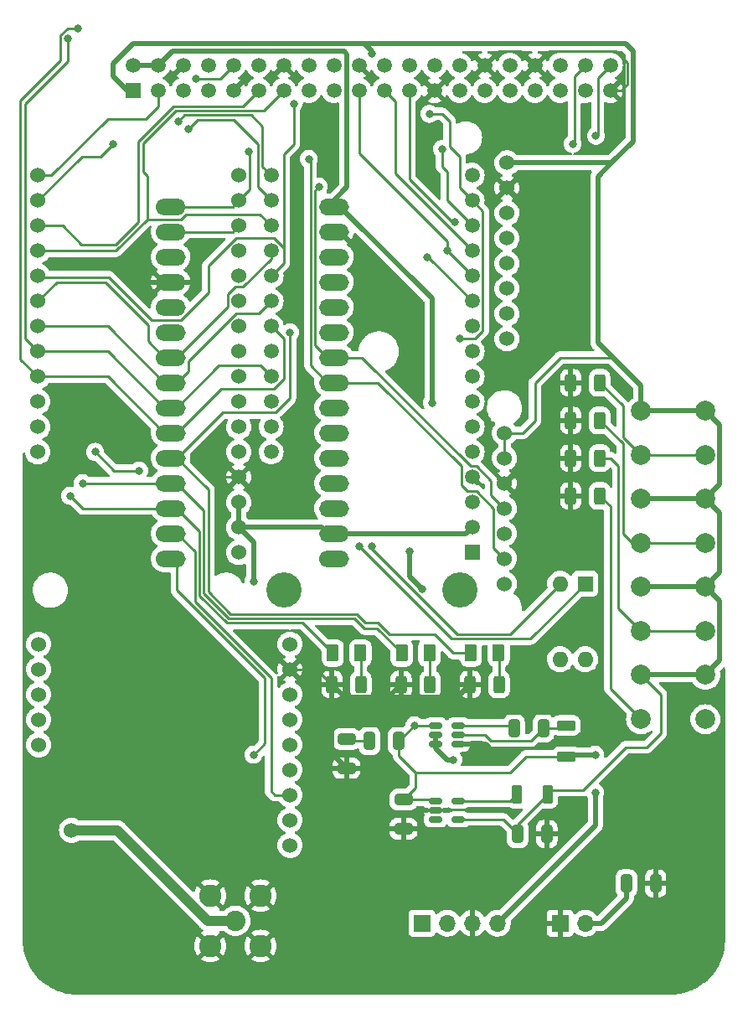
<source format=gbr>
%TF.GenerationSoftware,KiCad,Pcbnew,(6.0.5-0)*%
%TF.CreationDate,2022-10-17T18:29:33-07:00*%
%TF.ProjectId,Pioneer Controller,50696f6e-6565-4722-9043-6f6e74726f6c,rev?*%
%TF.SameCoordinates,Original*%
%TF.FileFunction,Copper,L1,Top*%
%TF.FilePolarity,Positive*%
%FSLAX46Y46*%
G04 Gerber Fmt 4.6, Leading zero omitted, Abs format (unit mm)*
G04 Created by KiCad (PCBNEW (6.0.5-0)) date 2022-10-17 18:29:33*
%MOMM*%
%LPD*%
G01*
G04 APERTURE LIST*
G04 Aperture macros list*
%AMRoundRect*
0 Rectangle with rounded corners*
0 $1 Rounding radius*
0 $2 $3 $4 $5 $6 $7 $8 $9 X,Y pos of 4 corners*
0 Add a 4 corners polygon primitive as box body*
4,1,4,$2,$3,$4,$5,$6,$7,$8,$9,$2,$3,0*
0 Add four circle primitives for the rounded corners*
1,1,$1+$1,$2,$3*
1,1,$1+$1,$4,$5*
1,1,$1+$1,$6,$7*
1,1,$1+$1,$8,$9*
0 Add four rect primitives between the rounded corners*
20,1,$1+$1,$2,$3,$4,$5,0*
20,1,$1+$1,$4,$5,$6,$7,0*
20,1,$1+$1,$6,$7,$8,$9,0*
20,1,$1+$1,$8,$9,$2,$3,0*%
G04 Aperture macros list end*
%TA.AperFunction,ComponentPad*%
%ADD10R,1.508000X1.508000*%
%TD*%
%TA.AperFunction,ComponentPad*%
%ADD11C,1.508000*%
%TD*%
%TA.AperFunction,ComponentPad*%
%ADD12C,3.556000*%
%TD*%
%TA.AperFunction,SMDPad,CuDef*%
%ADD13RoundRect,0.250000X-0.700000X0.275000X-0.700000X-0.275000X0.700000X-0.275000X0.700000X0.275000X0*%
%TD*%
%TA.AperFunction,SMDPad,CuDef*%
%ADD14RoundRect,0.150000X-0.512500X-0.150000X0.512500X-0.150000X0.512500X0.150000X-0.512500X0.150000X0*%
%TD*%
%TA.AperFunction,ComponentPad*%
%ADD15C,1.524000*%
%TD*%
%TA.AperFunction,SMDPad,CuDef*%
%ADD16RoundRect,0.250000X0.312500X0.625000X-0.312500X0.625000X-0.312500X-0.625000X0.312500X-0.625000X0*%
%TD*%
%TA.AperFunction,SMDPad,CuDef*%
%ADD17RoundRect,0.250000X-0.325000X-0.650000X0.325000X-0.650000X0.325000X0.650000X-0.325000X0.650000X0*%
%TD*%
%TA.AperFunction,SMDPad,CuDef*%
%ADD18RoundRect,0.250000X-0.650000X0.325000X-0.650000X-0.325000X0.650000X-0.325000X0.650000X0.325000X0*%
%TD*%
%TA.AperFunction,ComponentPad*%
%ADD19C,2.000000*%
%TD*%
%TA.AperFunction,SMDPad,CuDef*%
%ADD20RoundRect,0.250000X0.375000X0.625000X-0.375000X0.625000X-0.375000X-0.625000X0.375000X-0.625000X0*%
%TD*%
%TA.AperFunction,ComponentPad*%
%ADD21C,2.050000*%
%TD*%
%TA.AperFunction,ComponentPad*%
%ADD22C,2.250000*%
%TD*%
%TA.AperFunction,SMDPad,CuDef*%
%ADD23RoundRect,0.250000X0.325000X0.650000X-0.325000X0.650000X-0.325000X-0.650000X0.325000X-0.650000X0*%
%TD*%
%TA.AperFunction,ComponentPad*%
%ADD24C,1.700000*%
%TD*%
%TA.AperFunction,SMDPad,CuDef*%
%ADD25O,3.000000X1.700000*%
%TD*%
%TA.AperFunction,ComponentPad*%
%ADD26O,1.700000X1.700000*%
%TD*%
%TA.AperFunction,ComponentPad*%
%ADD27R,1.700000X1.700000*%
%TD*%
%TA.AperFunction,ComponentPad*%
%ADD28R,1.600000X1.600000*%
%TD*%
%TA.AperFunction,ComponentPad*%
%ADD29O,1.600000X1.600000*%
%TD*%
%TA.AperFunction,SMDPad,CuDef*%
%ADD30RoundRect,0.250000X-0.275000X-0.700000X0.275000X-0.700000X0.275000X0.700000X-0.275000X0.700000X0*%
%TD*%
%TA.AperFunction,ViaPad*%
%ADD31C,0.800000*%
%TD*%
%TA.AperFunction,Conductor*%
%ADD32C,0.500000*%
%TD*%
%TA.AperFunction,Conductor*%
%ADD33C,0.250000*%
%TD*%
%TA.AperFunction,Conductor*%
%ADD34C,1.000000*%
%TD*%
G04 APERTURE END LIST*
D10*
%TO.P,U2,1,RST*%
%TO.N,unconnected-(U2-Pad1)*%
X74930000Y-75565000D03*
D11*
%TO.P,U2,2,3V*%
%TO.N,+3V3*%
X74930000Y-73025000D03*
%TO.P,U2,3*%
%TO.N,N/C*%
X74930000Y-70485000D03*
%TO.P,U2,4,GND*%
%TO.N,GND*%
X74930000Y-67945000D03*
%TO.P,U2,5,ADC*%
%TO.N,unconnected-(U2-Pad5)*%
X74930000Y-65405000D03*
%TO.P,U2,6*%
%TO.N,N/C*%
X74930000Y-62865000D03*
%TO.P,U2,7*%
X74930000Y-60325000D03*
%TO.P,U2,8*%
X74930000Y-57785000D03*
%TO.P,U2,9*%
X74930000Y-55245000D03*
%TO.P,U2,10*%
X74930000Y-52705000D03*
%TO.P,U2,11,SCK*%
%TO.N,/SCK*%
X74930000Y-50165000D03*
%TO.P,U2,12,MOSI*%
%TO.N,/MOSI*%
X74930000Y-47625000D03*
%TO.P,U2,13,MIS0*%
%TO.N,/MISO*%
X74930000Y-45085000D03*
%TO.P,U2,14,RX*%
%TO.N,/RX*%
X74930000Y-42545000D03*
%TO.P,U2,15,TX*%
%TO.N,/TX*%
X74930000Y-40005000D03*
%TO.P,U2,16,CHPD*%
%TO.N,unconnected-(U2-Pad16)*%
X74930000Y-37465000D03*
%TO.P,U2,17,BAT*%
%TO.N,unconnected-(U2-Pad17)*%
X54610000Y-65405000D03*
%TO.P,U2,18,EN*%
%TO.N,unconnected-(U2-Pad18)*%
X54610000Y-62865000D03*
%TO.P,U2,19,USB*%
%TO.N,unconnected-(U2-Pad19)*%
X54610000Y-60325000D03*
%TO.P,U2,20,GPIO14*%
%TO.N,/SW2*%
X54610000Y-57785000D03*
%TO.P,U2,21,GPIO12*%
%TO.N,/LED3*%
X54610000Y-55245000D03*
%TO.P,U2,22,GPIO13*%
%TO.N,/SW1*%
X54610000Y-52705000D03*
%TO.P,U2,23,GPIO15*%
%TO.N,/SW3*%
X54610000Y-50165000D03*
%TO.P,U2,24,GPIO0*%
%TO.N,/LED1*%
X54610000Y-47625000D03*
%TO.P,U2,25,GPIO16*%
%TO.N,/SW4*%
X54610000Y-45085000D03*
%TO.P,U2,26,GPIO2*%
%TO.N,/LED2*%
X54610000Y-42545000D03*
%TO.P,U2,27,SCL/GPIO5*%
%TO.N,/SCL*%
X54610000Y-40005000D03*
%TO.P,U2,28,SDA/GPIO4*%
%TO.N,/SDA*%
X54610000Y-37465000D03*
D12*
%TO.P,U2,S1*%
%TO.N,N/C*%
X73660000Y-79375000D03*
%TO.P,U2,S2*%
X55880000Y-79375000D03*
%TD*%
D13*
%TO.P,L2,1,1*%
%TO.N,Net-(C6-Pad1)*%
X84455000Y-93040000D03*
%TO.P,L2,2,2*%
%TO.N,+5V*%
X84455000Y-96190000D03*
%TD*%
D14*
%TO.P,U6,1,Vin*%
%TO.N,+5V*%
X71252500Y-100650000D03*
%TO.P,U6,2,GND*%
%TO.N,GND*%
X71252500Y-101600000D03*
%TO.P,U6,3,EN*%
%TO.N,unconnected-(U6-Pad3)*%
X71252500Y-102550000D03*
%TO.P,U6,4,FB*%
%TO.N,+3V3*%
X73527500Y-102550000D03*
%TO.P,U6,5,SW*%
%TO.N,Net-(L1-Pad1)*%
X73527500Y-100650000D03*
%TD*%
D15*
%TO.P,U1,3V,3V*%
%TO.N,+3V3*%
X51340000Y-73025000D03*
X51340000Y-70485000D03*
%TO.P,U1,A0,A0*%
%TO.N,unconnected-(U1-PadA0)*%
X51340000Y-65405000D03*
%TO.P,U1,A1,A1*%
%TO.N,unconnected-(U1-PadA1)*%
X51340000Y-62865000D03*
%TO.P,U1,A2,A2*%
%TO.N,unconnected-(U1-PadA2)*%
X51340000Y-60325000D03*
%TO.P,U1,A3,A3*%
%TO.N,unconnected-(U1-PadA3)*%
X51340000Y-57785000D03*
%TO.P,U1,A4,A4*%
%TO.N,/SW5*%
X51340000Y-55245000D03*
%TO.P,U1,A5,A5*%
%TO.N,/SW6*%
X51340000Y-52705000D03*
%TO.P,U1,BAT,BAT*%
%TO.N,unconnected-(U1-PadBAT)*%
X31020000Y-65405000D03*
%TO.P,U1,D5,D5*%
%TO.N,/LED3*%
X31020000Y-42545000D03*
%TO.P,U1,D6,D6*%
%TO.N,/LED2*%
X31020000Y-45085000D03*
%TO.P,U1,D9,D9*%
%TO.N,/LED1*%
X31020000Y-47625000D03*
%TO.P,U1,D10,D10*%
%TO.N,/SW4*%
X31020000Y-50165000D03*
%TO.P,U1,D11,D11*%
%TO.N,/SW3*%
X31020000Y-52705000D03*
%TO.P,U1,D12,D12*%
%TO.N,/SW2*%
X31020000Y-55245000D03*
%TO.P,U1,D13,D13*%
%TO.N,/SW1*%
X31020000Y-57785000D03*
%TO.P,U1,DB,DB*%
%TO.N,unconnected-(U1-PadDB)*%
X51340000Y-37465000D03*
%TO.P,U1,EN,EN*%
%TO.N,unconnected-(U1-PadEN)*%
X31020000Y-62865000D03*
%TO.P,U1,GND,GND*%
%TO.N,GND*%
X51340000Y-67945000D03*
%TO.P,U1,M0,M0*%
%TO.N,/MISO*%
X51340000Y-47625000D03*
%TO.P,U1,M1,M1*%
%TO.N,/MOSI*%
X51340000Y-45085000D03*
%TO.P,U1,RST,RST*%
%TO.N,unconnected-(U1-PadRST)*%
X51340000Y-75565000D03*
%TO.P,U1,RX,RX*%
%TO.N,/RX*%
X51340000Y-42545000D03*
%TO.P,U1,SCK,SCK*%
%TO.N,/SCK*%
X51340000Y-50165000D03*
%TO.P,U1,SCL,SCL*%
%TO.N,/SCL*%
X31020000Y-40005000D03*
%TO.P,U1,SDA,SDA*%
%TO.N,/SDA*%
X31020000Y-37465000D03*
%TO.P,U1,TX,TX*%
%TO.N,/TX*%
X51340000Y-40005000D03*
%TO.P,U1,USB,USB*%
%TO.N,unconnected-(U1-PadUSB)*%
X31020000Y-60325000D03*
%TD*%
D16*
%TO.P,R7,1*%
%TO.N,Net-(D3-Pad1)*%
X77662500Y-88900000D03*
%TO.P,R7,2*%
%TO.N,GND*%
X74737500Y-88900000D03*
%TD*%
D17*
%TO.P,C2,1*%
%TO.N,+3V3*%
X79525000Y-104000000D03*
%TO.P,C2,2*%
%TO.N,GND*%
X82475000Y-104000000D03*
%TD*%
%TO.P,C5,1*%
%TO.N,VIN*%
X90525000Y-109000000D03*
%TO.P,C5,2*%
%TO.N,GND*%
X93475000Y-109000000D03*
%TD*%
D18*
%TO.P,C1,1*%
%TO.N,+5V*%
X68000000Y-100525000D03*
%TO.P,C1,2*%
%TO.N,GND*%
X68000000Y-103475000D03*
%TD*%
D19*
%TO.P,SW2,1,1*%
%TO.N,+3V3*%
X92000000Y-70140000D03*
X98500000Y-70140000D03*
%TO.P,SW2,2,2*%
%TO.N,Net-(R3-Pad1)*%
X92000000Y-74640000D03*
X98500000Y-74640000D03*
%TD*%
D20*
%TO.P,D1,1,K*%
%TO.N,Net-(D1-Pad1)*%
X63630000Y-85725000D03*
%TO.P,D1,2,A*%
%TO.N,/LED1*%
X60830000Y-85725000D03*
%TD*%
D16*
%TO.P,R3,1*%
%TO.N,Net-(R3-Pad1)*%
X87822500Y-62230000D03*
%TO.P,R3,2*%
%TO.N,GND*%
X84897500Y-62230000D03*
%TD*%
%TO.P,R2,1*%
%TO.N,Net-(R2-Pad1)*%
X87822500Y-58420000D03*
%TO.P,R2,2*%
%TO.N,GND*%
X84897500Y-58420000D03*
%TD*%
D19*
%TO.P,SW3,1,1*%
%TO.N,+3V3*%
X98500000Y-79030000D03*
X92000000Y-79030000D03*
%TO.P,SW3,2,2*%
%TO.N,Net-(R5-Pad1)*%
X98500000Y-83530000D03*
X92000000Y-83530000D03*
%TD*%
D21*
%TO.P,J4,1,In*%
%TO.N,/SMA*%
X51000000Y-112776000D03*
D22*
%TO.P,J4,2,Ext*%
%TO.N,GND*%
X48460000Y-115316000D03*
X48460000Y-110236000D03*
X53540000Y-110236000D03*
X53540000Y-115316000D03*
%TD*%
D23*
%TO.P,C6,1*%
%TO.N,Net-(C6-Pad1)*%
X82120000Y-93345000D03*
%TO.P,C6,2*%
%TO.N,Net-(C6-Pad2)*%
X79170000Y-93345000D03*
%TD*%
D24*
%TO.P,J3,1,1*%
%TO.N,/SCK*%
X61595000Y-76200000D03*
X60325000Y-76200000D03*
D25*
X60960000Y-76200000D03*
%TO.P,J3,2,2*%
%TO.N,+3V3*%
X60960000Y-73660000D03*
D24*
X61595000Y-73660000D03*
D26*
X60325000Y-73660000D03*
D25*
%TO.P,J3,3,3*%
%TO.N,unconnected-(J3-Pad3)*%
X60960000Y-71120000D03*
D26*
X60325000Y-71120000D03*
D24*
X61595000Y-71120000D03*
D26*
%TO.P,J3,4,4*%
%TO.N,unconnected-(J3-Pad4)*%
X60325000Y-68580000D03*
D24*
X61595000Y-68580000D03*
D25*
X60960000Y-68580000D03*
D26*
%TO.P,J3,5,5*%
%TO.N,unconnected-(J3-Pad5)*%
X60325000Y-66040000D03*
D24*
X61595000Y-66040000D03*
D25*
X60960000Y-66040000D03*
D24*
%TO.P,J3,6,6*%
%TO.N,/SW5*%
X61595000Y-63500000D03*
D25*
X60960000Y-63500000D03*
D26*
X60325000Y-63500000D03*
%TO.P,J3,7,7*%
%TO.N,/SW6*%
X60325000Y-60960000D03*
D25*
X60960000Y-60960000D03*
D24*
X61595000Y-60960000D03*
%TO.P,J3,8,8*%
%TO.N,/SDA*%
X61595000Y-58420000D03*
D26*
X60325000Y-58420000D03*
D25*
X60960000Y-58420000D03*
D26*
%TO.P,J3,9,9*%
%TO.N,/SCL*%
X60325000Y-55880000D03*
D25*
X60960000Y-55880000D03*
D24*
X61595000Y-55880000D03*
%TO.P,J3,10,10*%
%TO.N,unconnected-(J3-Pad10)*%
X61595000Y-53340000D03*
D25*
X60960000Y-53340000D03*
D26*
X60325000Y-53340000D03*
%TO.P,J3,11,11*%
%TO.N,unconnected-(J3-Pad11)*%
X60325000Y-50800000D03*
D25*
X60960000Y-50800000D03*
D24*
X61595000Y-50800000D03*
%TO.P,J3,12,12*%
%TO.N,unconnected-(J3-Pad12)*%
X61595000Y-48260000D03*
D26*
X60325000Y-48260000D03*
D25*
X60960000Y-48260000D03*
D24*
%TO.P,J3,13,13*%
%TO.N,unconnected-(J3-Pad13)*%
X61595000Y-45720000D03*
D26*
X60325000Y-45720000D03*
D25*
X60960000Y-45720000D03*
D24*
%TO.P,J3,14,14*%
%TO.N,GND*%
X61595000Y-43180000D03*
D25*
X60960000Y-43180000D03*
D26*
X60325000Y-43180000D03*
%TO.P,J3,15,15*%
%TO.N,+5V*%
X60325000Y-40640000D03*
D24*
X61595000Y-40640000D03*
D25*
X60960000Y-40640000D03*
%TO.P,J3,16,16*%
%TO.N,/TX*%
X44450000Y-40640000D03*
D24*
X45085000Y-40640000D03*
X43815000Y-40640000D03*
%TO.P,J3,17,17*%
%TO.N,/RX*%
X43815000Y-43180000D03*
D25*
X44450000Y-43180000D03*
D26*
X45085000Y-43180000D03*
%TO.P,J3,18,18*%
%TO.N,unconnected-(J3-Pad18)*%
X45085000Y-45720000D03*
D25*
X44450000Y-45720000D03*
D24*
X43815000Y-45720000D03*
%TO.P,J3,19,19*%
%TO.N,GND*%
X43815000Y-48260000D03*
D25*
X44450000Y-48260000D03*
D26*
X45085000Y-48260000D03*
D25*
%TO.P,J3,20,20*%
%TO.N,unconnected-(J3-Pad20)*%
X44450000Y-50800000D03*
D24*
X43815000Y-50800000D03*
D26*
X45085000Y-50800000D03*
%TO.P,J3,21,21*%
%TO.N,unconnected-(J3-Pad21)*%
X45085000Y-53340000D03*
D25*
X44450000Y-53340000D03*
D24*
X43815000Y-53340000D03*
D26*
%TO.P,J3,22,22*%
%TO.N,/SW4*%
X45085000Y-55880000D03*
D25*
X44450000Y-55880000D03*
D24*
X43815000Y-55880000D03*
%TO.P,J3,23,23*%
%TO.N,/SW3*%
X43815000Y-58420000D03*
D26*
X45085000Y-58420000D03*
D25*
X44450000Y-58420000D03*
%TO.P,J3,24,24*%
%TO.N,/SW2*%
X44450000Y-60960000D03*
D26*
X45085000Y-60960000D03*
D24*
X43815000Y-60960000D03*
D25*
%TO.P,J3,25,25*%
%TO.N,/SW1*%
X44450000Y-63500000D03*
D26*
X45085000Y-63500000D03*
D24*
X43815000Y-63500000D03*
D26*
%TO.P,J3,26,26*%
%TO.N,/LED3*%
X45085000Y-66040000D03*
D25*
X44450000Y-66040000D03*
D24*
X43815000Y-66040000D03*
%TO.P,J3,27,27*%
%TO.N,/LED2*%
X43815000Y-68580000D03*
D25*
X44450000Y-68580000D03*
D26*
X45085000Y-68580000D03*
D24*
%TO.P,J3,28,28*%
%TO.N,/LED1*%
X43815000Y-71120000D03*
D25*
X44450000Y-71120000D03*
D26*
X45085000Y-71120000D03*
D24*
%TO.P,J3,29,29*%
%TO.N,/MOSI*%
X43815000Y-73660000D03*
D25*
X44450000Y-73660000D03*
D26*
X45085000Y-73660000D03*
D25*
%TO.P,J3,30,30*%
%TO.N,/MISO*%
X44450000Y-76200000D03*
D26*
X45085000Y-76200000D03*
D24*
X43815000Y-76200000D03*
%TD*%
D27*
%TO.P,J2,1,Pin_1*%
%TO.N,GND*%
X83820000Y-113030000D03*
D26*
%TO.P,J2,2,Pin_2*%
%TO.N,VIN*%
X86360000Y-113030000D03*
%TD*%
D19*
%TO.P,SW1,1,1*%
%TO.N,+3V3*%
X98500000Y-61250000D03*
X92000000Y-61250000D03*
%TO.P,SW1,2,2*%
%TO.N,Net-(R2-Pad1)*%
X92000000Y-65750000D03*
X98500000Y-65750000D03*
%TD*%
D10*
%TO.P,A1,1,3V3[1]*%
%TO.N,+3V3*%
X40640000Y-28890000D03*
D11*
%TO.P,A1,2,5V[1]*%
%TO.N,+5V*%
X40640000Y-26350000D03*
%TO.P,A1,3,GPIO2/SDA*%
%TO.N,/SDA*%
X43180000Y-28890000D03*
%TO.P,A1,4,5V[2]*%
%TO.N,+5V*%
X43180000Y-26350000D03*
%TO.P,A1,5,GPIO3/SCL*%
%TO.N,/SCL*%
X45720000Y-28890000D03*
%TO.P,A1,6,GND[8]*%
%TO.N,GND*%
X45720000Y-26350000D03*
%TO.P,A1,7,GPIO4/GPCKL0*%
%TO.N,unconnected-(A1-Pad7)*%
X48260000Y-28890000D03*
%TO.P,A1,8,TXD0/GPIO14*%
%TO.N,/TX*%
X48260000Y-26350000D03*
%TO.P,A1,9,GND[1]*%
%TO.N,GND*%
X50800000Y-28890000D03*
%TO.P,A1,10,RXD0/GPIO15*%
%TO.N,/RX*%
X50800000Y-26350000D03*
%TO.P,A1,11,GPIO17/GEN0*%
%TO.N,/LED3*%
X53340000Y-28890000D03*
%TO.P,A1,12,GPIO18*%
%TO.N,unconnected-(A1-Pad12)*%
X53340000Y-26350000D03*
%TO.P,A1,13,GPIO27/GEN2*%
%TO.N,/LED2*%
X55880000Y-28890000D03*
%TO.P,A1,14,GND[4]*%
%TO.N,GND*%
X55880000Y-26350000D03*
%TO.P,A1,15,GPIO22/GEN3*%
%TO.N,/LED1*%
X58420000Y-28890000D03*
%TO.P,A1,16,GEN4/GPIO23*%
%TO.N,unconnected-(A1-Pad16)*%
X58420000Y-26350000D03*
%TO.P,A1,17,3V3[2]*%
%TO.N,+3V3*%
X60960000Y-28890000D03*
%TO.P,A1,18,GEN5/GPIO24*%
%TO.N,unconnected-(A1-Pad18)*%
X60960000Y-26350000D03*
%TO.P,A1,19,GPIO10/MOSI*%
%TO.N,/MOSI*%
X63500000Y-28890000D03*
%TO.P,A1,20,GND[5]*%
%TO.N,GND*%
X63500000Y-26350000D03*
%TO.P,A1,21,GPIO9/MISO*%
%TO.N,/MISO*%
X66040000Y-28890000D03*
%TO.P,A1,22,GEN/6GPIO25*%
%TO.N,unconnected-(A1-Pad22)*%
X66040000Y-26350000D03*
%TO.P,A1,23,GPIO11/SCLK*%
%TO.N,/SCK*%
X68580000Y-28890000D03*
%TO.P,A1,24,~{CE0}/GPIO8*%
%TO.N,unconnected-(A1-Pad24)*%
X68580000Y-26350000D03*
%TO.P,A1,25,GND[2]*%
%TO.N,GND*%
X71120000Y-28890000D03*
%TO.P,A1,26,~{CE1/}GPIO7*%
%TO.N,unconnected-(A1-Pad26)*%
X71120000Y-26350000D03*
%TO.P,A1,27,ID_SD*%
%TO.N,unconnected-(A1-Pad27)*%
X73660000Y-28890000D03*
%TO.P,A1,28,ID_SC*%
%TO.N,unconnected-(A1-Pad28)*%
X73660000Y-26350000D03*
%TO.P,A1,29,GPIO5*%
%TO.N,unconnected-(A1-Pad29)*%
X76200000Y-28890000D03*
%TO.P,A1,30,GND[6]*%
%TO.N,GND*%
X76200000Y-26350000D03*
%TO.P,A1,31,GPIO6*%
%TO.N,/SW4*%
X78740000Y-28890000D03*
%TO.P,A1,32,GPIO12*%
%TO.N,unconnected-(A1-Pad32)*%
X78740000Y-26350000D03*
%TO.P,A1,33,GPIO13*%
%TO.N,/SW3*%
X81280000Y-28890000D03*
%TO.P,A1,34,GND[7]*%
%TO.N,GND*%
X81280000Y-26350000D03*
%TO.P,A1,35,GPIO19*%
%TO.N,/SW2*%
X83820000Y-28890000D03*
%TO.P,A1,36,GPIO16*%
%TO.N,unconnected-(A1-Pad36)*%
X83820000Y-26350000D03*
%TO.P,A1,37,GPIO26*%
%TO.N,/SW1*%
X86360000Y-28890000D03*
%TO.P,A1,38,GPIO20*%
%TO.N,/SW6*%
X86360000Y-26350000D03*
%TO.P,A1,39,GND[3]*%
%TO.N,GND*%
X88900000Y-28890000D03*
%TO.P,A1,40,GPIO21*%
%TO.N,/SW5*%
X88900000Y-26350000D03*
%TD*%
D23*
%TO.P,C7,1*%
%TO.N,+5V*%
X67515000Y-94615000D03*
%TO.P,C7,2*%
%TO.N,Net-(C7-Pad2)*%
X64565000Y-94615000D03*
%TD*%
D19*
%TO.P,SW4,1,1*%
%TO.N,+3V3*%
X98500000Y-87920000D03*
X92000000Y-87920000D03*
%TO.P,SW4,2,2*%
%TO.N,Net-(R6-Pad1)*%
X98500000Y-92420000D03*
X92000000Y-92420000D03*
%TD*%
D28*
%TO.P,SW5,1*%
%TO.N,/SW5*%
X86360000Y-78740000D03*
D29*
%TO.P,SW5,2*%
%TO.N,/SW6*%
X83820000Y-78740000D03*
%TO.P,SW5,3*%
%TO.N,+3V3*%
X83820000Y-86360000D03*
%TO.P,SW5,4*%
X86360000Y-86360000D03*
%TD*%
D14*
%TO.P,U7,1,FB*%
%TO.N,+5V*%
X71252500Y-93030000D03*
%TO.P,U7,2,EN*%
%TO.N,VIN*%
X71252500Y-93980000D03*
%TO.P,U7,3,IN*%
X71252500Y-94930000D03*
%TO.P,U7,4,GND*%
%TO.N,GND*%
X73527500Y-94930000D03*
%TO.P,U7,5,SW*%
%TO.N,Net-(C6-Pad1)*%
X73527500Y-93980000D03*
%TO.P,U7,6,BST*%
%TO.N,Net-(C6-Pad2)*%
X73527500Y-93030000D03*
%TD*%
D20*
%TO.P,D3,1,K*%
%TO.N,Net-(D3-Pad1)*%
X77600000Y-85725000D03*
%TO.P,D3,2,A*%
%TO.N,/LED3*%
X74800000Y-85725000D03*
%TD*%
D16*
%TO.P,R4,1*%
%TO.N,Net-(D2-Pad1)*%
X70677500Y-88900000D03*
%TO.P,R4,2*%
%TO.N,GND*%
X67752500Y-88900000D03*
%TD*%
D20*
%TO.P,D2,1,K*%
%TO.N,Net-(D2-Pad1)*%
X70615000Y-85725000D03*
%TO.P,D2,2,A*%
%TO.N,/LED2*%
X67815000Y-85725000D03*
%TD*%
D27*
%TO.P,J1,1,Pin_1*%
%TO.N,/TX*%
X69860000Y-113030000D03*
D26*
%TO.P,J1,2,Pin_2*%
%TO.N,/RX*%
X72400000Y-113030000D03*
%TO.P,J1,3,Pin_3*%
%TO.N,GND*%
X74940000Y-113030000D03*
%TO.P,J1,4,Pin_4*%
%TO.N,+5V*%
X77480000Y-113030000D03*
%TD*%
D16*
%TO.P,R6,1*%
%TO.N,Net-(R6-Pad1)*%
X87822500Y-69850000D03*
%TO.P,R6,2*%
%TO.N,GND*%
X84897500Y-69850000D03*
%TD*%
%TO.P,R1,1*%
%TO.N,Net-(D1-Pad1)*%
X63692500Y-88900000D03*
%TO.P,R1,2*%
%TO.N,GND*%
X60767500Y-88900000D03*
%TD*%
D18*
%TO.P,C8,1*%
%TO.N,Net-(C7-Pad2)*%
X62230000Y-94410000D03*
%TO.P,C8,2*%
%TO.N,GND*%
X62230000Y-97360000D03*
%TD*%
D30*
%TO.P,L1,1,1*%
%TO.N,Net-(L1-Pad1)*%
X79425000Y-100000000D03*
%TO.P,L1,2,2*%
%TO.N,+3V3*%
X82575000Y-100000000D03*
%TD*%
D16*
%TO.P,R5,1*%
%TO.N,Net-(R5-Pad1)*%
X87822500Y-66040000D03*
%TO.P,R5,2*%
%TO.N,GND*%
X84897500Y-66040000D03*
%TD*%
D15*
%TO.P,U5,3P3_V,3P3_V*%
%TO.N,+3V3*%
X78200000Y-66040000D03*
%TO.P,U5,CS,CS*%
%TO.N,unconnected-(U5-PadCS)*%
X78200000Y-78740000D03*
%TO.P,U5,GND,GND*%
%TO.N,GND*%
X78200000Y-68580000D03*
%TO.P,U5,SCK,SCK*%
%TO.N,/SCL*%
X78200000Y-71120000D03*
%TO.P,U5,SDI,SDI*%
%TO.N,/SDA*%
X78200000Y-76200000D03*
%TO.P,U5,SDO,SDO*%
%TO.N,unconnected-(U5-PadSDO)*%
X78200000Y-73660000D03*
%TO.P,U5,VIN,VIN*%
%TO.N,+3V3*%
X78200000Y-63500000D03*
%TD*%
%TO.P,U3,32K,32K*%
%TO.N,unconnected-(U3-Pad32K)*%
X78454000Y-48895000D03*
%TO.P,U3,BAT,BAT*%
%TO.N,unconnected-(U3-PadBAT)*%
X78454000Y-46355000D03*
%TO.P,U3,GND,GND*%
%TO.N,GND*%
X78454000Y-38735000D03*
%TO.P,U3,RST,RST*%
%TO.N,unconnected-(U3-PadRST)*%
X78454000Y-53975000D03*
%TO.P,U3,SCL,SCL*%
%TO.N,/SCL*%
X78454000Y-41275000D03*
%TO.P,U3,SDA,SDA*%
%TO.N,/SDA*%
X78454000Y-43815000D03*
%TO.P,U3,SQW,SQW*%
%TO.N,unconnected-(U3-PadSQW)*%
X78454000Y-51435000D03*
%TO.P,U3,VIN,VIN*%
%TO.N,+3V3*%
X78454000Y-36195000D03*
%TD*%
%TO.P,U4,CS,CS*%
%TO.N,/CS*%
X56515000Y-102616000D03*
%TO.P,U4,EN,EN*%
%TO.N,unconnected-(U4-PadEN)*%
X56515000Y-89916000D03*
%TO.P,U4,G0,G0*%
%TO.N,unconnected-(U4-PadG0)*%
X56515000Y-92456000D03*
%TO.P,U4,G1,G1*%
%TO.N,unconnected-(U4-PadG1)*%
X31115000Y-84836000D03*
%TO.P,U4,G2,G2*%
%TO.N,unconnected-(U4-PadG2)*%
X31115000Y-87376000D03*
%TO.P,U4,G3,G3*%
%TO.N,unconnected-(U4-PadG3)*%
X31115000Y-89916000D03*
%TO.P,U4,G4,G4*%
%TO.N,unconnected-(U4-PadG4)*%
X31115000Y-92456000D03*
%TO.P,U4,G5,G5*%
%TO.N,unconnected-(U4-PadG5)*%
X31115000Y-94996000D03*
%TO.P,U4,GND,GND*%
%TO.N,GND*%
X56515000Y-87376000D03*
%TO.P,U4,MISO,MISO*%
%TO.N,/MISO*%
X56515000Y-97536000D03*
%TO.P,U4,MOSI,MOSI*%
%TO.N,/MOSI*%
X56515000Y-100076000D03*
%TO.P,U4,RST,RST*%
%TO.N,unconnected-(U4-PadRST)*%
X56515000Y-105156000D03*
%TO.P,U4,SCK,SCK*%
%TO.N,/SCK*%
X56515000Y-94996000D03*
%TO.P,U4,SMA,SMA*%
%TO.N,/SMA*%
X34445000Y-103632000D03*
%TO.P,U4,VIN,VIN*%
%TO.N,+3V3*%
X56515000Y-84836000D03*
%TD*%
D31*
%TO.N,+3V3*%
X52832000Y-78486000D03*
X64770000Y-25146000D03*
%TO.N,+5V*%
X68580000Y-75438000D03*
X69850000Y-79248000D03*
X87376000Y-99822000D03*
X70866000Y-60452000D03*
X87376000Y-96012000D03*
X69100000Y-93030000D03*
%TO.N,/SDA*%
X58420000Y-35814000D03*
X45212000Y-32004000D03*
%TO.N,/SCL*%
X46228000Y-32766000D03*
X59436000Y-38608000D03*
X38608000Y-34290000D03*
%TO.N,GND*%
X85725000Y-73025000D03*
X46990000Y-66548000D03*
X78105000Y-96520000D03*
%TO.N,/TX*%
X52324000Y-35052000D03*
X73660000Y-53975000D03*
X70607701Y-31246299D03*
%TO.N,/RX*%
X71877701Y-34802299D03*
X46990000Y-27686000D03*
%TO.N,/LED3*%
X36830000Y-65405000D03*
X41275000Y-67310000D03*
X56515000Y-53340000D03*
%TO.N,/LED2*%
X35560000Y-68580000D03*
%TO.N,/LED1*%
X34290000Y-69850000D03*
X56896000Y-30226000D03*
%TO.N,/MOSI*%
X72390000Y-45085000D03*
%TO.N,/MISO*%
X52832000Y-96012000D03*
%TO.N,/SCK*%
X70358000Y-45720000D03*
X73152000Y-42164000D03*
%TO.N,/SW2*%
X34036000Y-23622000D03*
%TO.N,/SW1*%
X35052000Y-22606000D03*
%TO.N,/SW6*%
X85090000Y-34290000D03*
X64770000Y-74930000D03*
%TO.N,/SW5*%
X87438511Y-33463511D03*
X63500000Y-74930000D03*
%TO.N,VIN*%
X73025000Y-96520000D03*
%TD*%
D32*
%TO.N,+3V3*%
X40640000Y-24130000D02*
X64008000Y-24130000D01*
X51340000Y-73025000D02*
X59690000Y-73025000D01*
D33*
X86106000Y-99568000D02*
X83007000Y-99568000D01*
X83007000Y-99568000D02*
X82575000Y-100000000D01*
D32*
X98500000Y-87920000D02*
X92000000Y-87920000D01*
X61595000Y-73660000D02*
X74295000Y-73660000D01*
X38608000Y-27432000D02*
X38608000Y-26162000D01*
D33*
X73527500Y-102550000D02*
X78075000Y-102550000D01*
X78200000Y-63500000D02*
X78200000Y-66040000D01*
D32*
X38608000Y-26162000D02*
X40640000Y-24130000D01*
X59690000Y-73025000D02*
X60325000Y-73660000D01*
X87630000Y-37592000D02*
X87630000Y-54340000D01*
X64008000Y-24130000D02*
X90424000Y-24130000D01*
X40066000Y-28890000D02*
X38608000Y-27432000D01*
D33*
X92548632Y-95250000D02*
X93980000Y-93818632D01*
D32*
X91186000Y-34036000D02*
X89027000Y-36195000D01*
X98500000Y-70140000D02*
X99949511Y-71589511D01*
X98500000Y-70140000D02*
X92000000Y-70140000D01*
D33*
X89170000Y-55880000D02*
X83820000Y-55880000D01*
D32*
X99949511Y-80479511D02*
X99949511Y-86470489D01*
X98500000Y-79030000D02*
X92000000Y-79030000D01*
X40640000Y-28890000D02*
X40066000Y-28890000D01*
X92000000Y-61250000D02*
X98500000Y-61250000D01*
X51340000Y-70485000D02*
X51340000Y-73025000D01*
X92000000Y-58710000D02*
X92000000Y-61250000D01*
X74295000Y-73660000D02*
X74930000Y-73025000D01*
D33*
X93980000Y-93818632D02*
X93980000Y-89900000D01*
D32*
X64770000Y-24892000D02*
X64770000Y-25146000D01*
D33*
X80010000Y-63500000D02*
X78200000Y-63500000D01*
D32*
X99949511Y-77580489D02*
X98500000Y-79030000D01*
X89027000Y-36195000D02*
X87630000Y-37592000D01*
X99949511Y-86470489D02*
X98500000Y-87920000D01*
D33*
X79525000Y-103050000D02*
X79525000Y-104000000D01*
D32*
X98500000Y-61250000D02*
X99949511Y-62699511D01*
X52832000Y-74517000D02*
X51340000Y-73025000D01*
X52832000Y-78486000D02*
X52832000Y-74517000D01*
D33*
X82575000Y-100000000D02*
X79525000Y-103050000D01*
X86106000Y-99568000D02*
X90424000Y-95250000D01*
X90424000Y-95250000D02*
X92548632Y-95250000D01*
X78075000Y-102550000D02*
X79525000Y-104000000D01*
D32*
X99949511Y-68690489D02*
X98500000Y-70140000D01*
D33*
X83820000Y-55880000D02*
X81280000Y-58420000D01*
X81280000Y-58420000D02*
X81280000Y-62230000D01*
D32*
X87630000Y-54340000D02*
X92000000Y-58710000D01*
X99949511Y-62699511D02*
X99949511Y-68690489D01*
D33*
X81280000Y-62230000D02*
X80010000Y-63500000D01*
D32*
X90424000Y-24130000D02*
X91186000Y-24892000D01*
X91186000Y-24892000D02*
X91186000Y-34036000D01*
X99949511Y-71589511D02*
X99949511Y-77580489D01*
X64008000Y-24130000D02*
X64770000Y-24892000D01*
X98500000Y-79030000D02*
X99949511Y-80479511D01*
X89027000Y-36195000D02*
X78454000Y-36195000D01*
D33*
X93980000Y-89900000D02*
X92000000Y-87920000D01*
D32*
X60325000Y-73660000D02*
X61595000Y-73660000D01*
%TO.N,+5V*%
X87376000Y-103134000D02*
X87376000Y-99822000D01*
X69850000Y-79248000D02*
X68580000Y-77978000D01*
D33*
X71127500Y-100525000D02*
X71252500Y-100650000D01*
D32*
X87376000Y-96012000D02*
X84633000Y-96012000D01*
D33*
X67515000Y-96090000D02*
X67515000Y-94615000D01*
X69215000Y-97790000D02*
X69215000Y-99310000D01*
X71252500Y-93030000D02*
X69100000Y-93030000D01*
D32*
X68580000Y-77978000D02*
X68580000Y-75438000D01*
X43180000Y-26350000D02*
X44638000Y-24892000D01*
D33*
X69215000Y-97790000D02*
X67515000Y-96090000D01*
D32*
X77480000Y-113030000D02*
X87376000Y-103134000D01*
X62296489Y-38668511D02*
X60325000Y-40640000D01*
D33*
X69100000Y-93030000D02*
X67515000Y-94615000D01*
X84455000Y-96190000D02*
X80340000Y-96190000D01*
D32*
X61976000Y-24892000D02*
X62296489Y-25212489D01*
D33*
X78740000Y-97790000D02*
X69215000Y-97790000D01*
D32*
X61595000Y-40640000D02*
X70866000Y-49911000D01*
D33*
X80340000Y-96190000D02*
X78740000Y-97790000D01*
D32*
X62296489Y-25212489D02*
X62296489Y-38668511D01*
X70866000Y-49911000D02*
X70866000Y-60452000D01*
D33*
X68000000Y-100525000D02*
X71127500Y-100525000D01*
D32*
X44638000Y-24892000D02*
X61976000Y-24892000D01*
X84633000Y-96012000D02*
X84455000Y-96190000D01*
X40640000Y-26350000D02*
X43180000Y-26350000D01*
D33*
X69215000Y-99310000D02*
X68000000Y-100525000D01*
%TO.N,/SDA*%
X31020000Y-37465000D02*
X32385000Y-37465000D01*
X45212000Y-32004000D02*
X45836960Y-31379040D01*
X38100000Y-31750000D02*
X41910000Y-31750000D01*
X41910000Y-31750000D02*
X43180000Y-30480000D01*
X58605480Y-35999480D02*
X58605480Y-56700480D01*
X73851489Y-66866489D02*
X73851489Y-68771489D01*
X65405000Y-58420000D02*
X73851489Y-66866489D01*
X53727479Y-32528519D02*
X53727479Y-36582479D01*
X43180000Y-30480000D02*
X43180000Y-28890000D01*
X77113489Y-71143243D02*
X77113489Y-75113489D01*
X32385000Y-37465000D02*
X38100000Y-31750000D01*
X74486489Y-69406489D02*
X75376735Y-69406489D01*
X75376735Y-69406489D02*
X77113489Y-71143243D01*
X58605480Y-56700480D02*
X60325000Y-58420000D01*
X77113489Y-75113489D02*
X78200000Y-76200000D01*
X53727479Y-36582479D02*
X54610000Y-37465000D01*
X58420000Y-35814000D02*
X58605480Y-35999480D01*
X61595000Y-58420000D02*
X65405000Y-58420000D01*
X45836960Y-31379040D02*
X52578000Y-31379040D01*
X52578000Y-31379040D02*
X53727479Y-32528519D01*
X73851489Y-68771489D02*
X74486489Y-69406489D01*
%TO.N,/SCL*%
X53277959Y-38672959D02*
X54610000Y-40005000D01*
X61595000Y-55880000D02*
X63800058Y-55880000D01*
X75376735Y-66866489D02*
X76835000Y-68324754D01*
X59055000Y-38989000D02*
X59436000Y-38608000D01*
X60325000Y-55880000D02*
X59055000Y-54610000D01*
X59055000Y-54610000D02*
X59055000Y-38989000D01*
X38608000Y-34290000D02*
X37338000Y-35560000D01*
X35465000Y-35560000D02*
X31020000Y-40005000D01*
X74786547Y-66866489D02*
X75376735Y-66866489D01*
X63800058Y-55880000D02*
X74786547Y-66866489D01*
X53277959Y-34290000D02*
X53277959Y-38672959D01*
X37338000Y-35560000D02*
X35465000Y-35560000D01*
X47165440Y-31828560D02*
X50816519Y-31828560D01*
X46228000Y-32766000D02*
X47165440Y-31828560D01*
X76835000Y-68324754D02*
X76835000Y-69755000D01*
X76835000Y-69755000D02*
X78200000Y-71120000D01*
X50816519Y-31828560D02*
X53277959Y-34290000D01*
%TO.N,GND*%
X48387000Y-67945000D02*
X51340000Y-67945000D01*
X90611480Y-26095480D02*
X90611480Y-28260520D01*
X90611480Y-28260520D02*
X89982000Y-28890000D01*
D32*
X62092020Y-90224520D02*
X66427980Y-90224520D01*
D33*
X59243500Y-87376000D02*
X60767500Y-88900000D01*
D32*
X84897500Y-69850000D02*
X84897500Y-72197500D01*
D33*
X77658000Y-24892000D02*
X79822000Y-24892000D01*
X76200000Y-26350000D02*
X77658000Y-24892000D01*
D32*
X73412980Y-90224520D02*
X74737500Y-88900000D01*
D33*
X79822000Y-24892000D02*
X81280000Y-26350000D01*
X82738000Y-24892000D02*
X89408000Y-24892000D01*
D32*
X66427980Y-90224520D02*
X73412980Y-90224520D01*
X84897500Y-69850000D02*
X84897500Y-58420000D01*
D33*
X89408000Y-24892000D02*
X90611480Y-26095480D01*
D32*
X78105000Y-96520000D02*
X77881250Y-96520000D01*
D33*
X56515000Y-87376000D02*
X59243500Y-87376000D01*
D32*
X60767500Y-88900000D02*
X60767500Y-95897500D01*
D33*
X81280000Y-26350000D02*
X82738000Y-24892000D01*
D32*
X62092020Y-90224520D02*
X60767500Y-88900000D01*
D33*
X46990000Y-66548000D02*
X48387000Y-67945000D01*
D32*
X77881250Y-96520000D02*
X76291250Y-94930000D01*
X76291250Y-94930000D02*
X73527500Y-94930000D01*
X60767500Y-95897500D02*
X62230000Y-97360000D01*
D33*
X89982000Y-28890000D02*
X88900000Y-28890000D01*
D32*
X84897500Y-72197500D02*
X85725000Y-73025000D01*
X66427980Y-90224520D02*
X67752500Y-88900000D01*
D33*
%TO.N,/TX*%
X50705000Y-40640000D02*
X51340000Y-40005000D01*
X73660000Y-35560000D02*
X73660000Y-38735000D01*
X76008511Y-53151735D02*
X76008511Y-41083511D01*
X52324000Y-35052000D02*
X52426511Y-35154511D01*
X75185246Y-53975000D02*
X76008511Y-53151735D01*
X71886299Y-31246299D02*
X72644000Y-32004000D01*
X76008511Y-41083511D02*
X74930000Y-40005000D01*
X52426511Y-38918489D02*
X51340000Y-40005000D01*
X72644000Y-32004000D02*
X72644000Y-34544000D01*
X70607701Y-31246299D02*
X71886299Y-31246299D01*
X52426511Y-35154511D02*
X52426511Y-38918489D01*
X73660000Y-53975000D02*
X75185246Y-53975000D01*
X45085000Y-40640000D02*
X50705000Y-40640000D01*
X72644000Y-34544000D02*
X73660000Y-35560000D01*
X73660000Y-38735000D02*
X74930000Y-40005000D01*
%TO.N,/RX*%
X72390000Y-37084000D02*
X72390000Y-40005000D01*
X72390000Y-40005000D02*
X74930000Y-42545000D01*
X71877701Y-36571701D02*
X72390000Y-37084000D01*
X50705000Y-43180000D02*
X51340000Y-42545000D01*
X49464000Y-27686000D02*
X46990000Y-27686000D01*
X45085000Y-43180000D02*
X50705000Y-43180000D01*
X50800000Y-26350000D02*
X49464000Y-27686000D01*
X71877701Y-34802299D02*
X71877701Y-36571701D01*
%TO.N,/LED3*%
X38914282Y-44450000D02*
X41148000Y-42216282D01*
X41148000Y-34099500D02*
X44767500Y-30480000D01*
X56515000Y-53340000D02*
X56515000Y-59945246D01*
X73025000Y-85725000D02*
X71120000Y-83820000D01*
X41148000Y-42216282D02*
X41148000Y-34099500D01*
X74800000Y-85725000D02*
X73025000Y-85725000D01*
X33545000Y-42545000D02*
X35450000Y-44450000D01*
X71120000Y-83820000D02*
X66554856Y-83820000D01*
X64137701Y-82679701D02*
X63246000Y-81788000D01*
X44767500Y-30480000D02*
X51750000Y-30480000D01*
X51750000Y-30480000D02*
X53340000Y-28890000D01*
X66554856Y-83820000D02*
X65414557Y-82679701D01*
X49713489Y-61411511D02*
X45085000Y-66040000D01*
X63246000Y-81788000D02*
X50502442Y-81788000D01*
X50502442Y-81788000D02*
X48260000Y-79545558D01*
X48260000Y-69215000D02*
X45085000Y-66040000D01*
X31020000Y-42545000D02*
X33545000Y-42545000D01*
X56515000Y-59945246D02*
X55048735Y-61411511D01*
X48260000Y-79545558D02*
X48260000Y-69215000D01*
X65414557Y-82679701D02*
X64137701Y-82679701D01*
X55048735Y-61411511D02*
X49713489Y-61411511D01*
X36830000Y-65405000D02*
X38735000Y-67310000D01*
X35450000Y-44450000D02*
X38914282Y-44450000D01*
X38735000Y-67310000D02*
X41275000Y-67310000D01*
%TO.N,/LED2*%
X65343520Y-83253520D02*
X67815000Y-85725000D01*
X50316244Y-82237520D02*
X63059802Y-82237520D01*
X42090000Y-41910000D02*
X45491022Y-41910000D01*
X45085000Y-68580000D02*
X47810480Y-71305480D01*
X55880000Y-28890000D02*
X53840480Y-30929520D01*
X31020000Y-45085000D02*
X38915000Y-45085000D01*
X63059802Y-82237520D02*
X64075802Y-83253520D01*
X42090000Y-37518000D02*
X42090000Y-41910000D01*
X41656000Y-37084000D02*
X42090000Y-37518000D01*
X47810480Y-79731756D02*
X50316244Y-82237520D01*
X38915000Y-45085000D02*
X42090000Y-41910000D01*
X47810480Y-71305480D02*
X47810480Y-79731756D01*
X64075802Y-83253520D02*
X65343520Y-83253520D01*
X35560000Y-68580000D02*
X43815000Y-68580000D01*
X53467000Y-41402000D02*
X54610000Y-42545000D01*
X45999022Y-41402000D02*
X53467000Y-41402000D01*
X41656000Y-34227218D02*
X41656000Y-37084000D01*
X45491022Y-41910000D02*
X45999022Y-41402000D01*
X44953698Y-30929520D02*
X41656000Y-34227218D01*
X53840480Y-30929520D02*
X44953698Y-30929520D01*
%TO.N,/LED1*%
X45085000Y-71120000D02*
X47360960Y-73395960D01*
X48260000Y-46628440D02*
X48260000Y-49301022D01*
X55880000Y-44829754D02*
X55880000Y-46355000D01*
X55880000Y-46355000D02*
X54610000Y-47625000D01*
X47360960Y-79917954D02*
X50130047Y-82687040D01*
X54865246Y-43815000D02*
X51073440Y-43815000D01*
X56896000Y-34290000D02*
X55880000Y-35306000D01*
X35560000Y-71120000D02*
X43815000Y-71120000D01*
X42545000Y-52070000D02*
X38227000Y-47752000D01*
X57792040Y-82687040D02*
X60830000Y-85725000D01*
X55880000Y-35306000D02*
X55880000Y-44829754D01*
X34290000Y-69850000D02*
X35560000Y-71120000D01*
X38227000Y-47752000D02*
X31147000Y-47752000D01*
X45491022Y-52070000D02*
X42545000Y-52070000D01*
X47360960Y-73395960D02*
X47360960Y-79917954D01*
X31147000Y-47752000D02*
X31020000Y-47625000D01*
X56896000Y-30226000D02*
X56896000Y-31750000D01*
X48260000Y-49301022D02*
X45491022Y-52070000D01*
X56896000Y-31750000D02*
X56896000Y-34290000D01*
X51073440Y-43815000D02*
X48260000Y-46628440D01*
X55880000Y-44829754D02*
X54865246Y-43815000D01*
X50130047Y-82687040D02*
X57792040Y-82687040D01*
%TO.N,/MOSI*%
X63500000Y-35258073D02*
X72390000Y-44148073D01*
X54610000Y-99695000D02*
X54991000Y-100076000D01*
X54610000Y-88265000D02*
X54610000Y-99695000D01*
X72390000Y-45085000D02*
X74930000Y-47625000D01*
X54991000Y-100076000D02*
X56515000Y-100076000D01*
X46911440Y-75486440D02*
X46911440Y-80566440D01*
X72390000Y-44148073D02*
X72390000Y-45085000D01*
X45085000Y-73660000D02*
X46911440Y-75486440D01*
X46911440Y-80566440D02*
X54610000Y-88265000D01*
X63500000Y-28890000D02*
X63500000Y-35258073D01*
%TO.N,/MISO*%
X74930000Y-45085000D02*
X67155591Y-37310591D01*
X52832000Y-96012000D02*
X53975000Y-94869000D01*
X45085000Y-79375717D02*
X45085000Y-76200000D01*
X53975000Y-88265718D02*
X45085000Y-79375717D01*
X53975000Y-94869000D02*
X53975000Y-88265718D01*
X67155591Y-37310591D02*
X67155591Y-30005591D01*
X67155591Y-30005591D02*
X66040000Y-28890000D01*
%TO.N,/SCK*%
X70485000Y-45720000D02*
X74930000Y-50165000D01*
X68580000Y-28890000D02*
X68580000Y-37846000D01*
X72898000Y-42164000D02*
X73152000Y-42164000D01*
X70358000Y-45720000D02*
X70485000Y-45720000D01*
X68580000Y-37846000D02*
X72898000Y-42164000D01*
%TO.N,/SW4*%
X45085000Y-55880000D02*
X50253489Y-50711511D01*
X50253489Y-50711511D02*
X50253489Y-49441511D01*
X42164000Y-54229000D02*
X43815000Y-55880000D01*
X37846000Y-48260000D02*
X42164000Y-52578000D01*
X31020000Y-50165000D02*
X32925000Y-48260000D01*
X54610000Y-45891560D02*
X54610000Y-45085000D01*
X50253489Y-49441511D02*
X50983489Y-48711511D01*
X32925000Y-48260000D02*
X37846000Y-48260000D01*
X51790049Y-48711511D02*
X54610000Y-45891560D01*
X50983489Y-48711511D02*
X51790049Y-48711511D01*
X42164000Y-52578000D02*
X42164000Y-54229000D01*
%TO.N,/SW3*%
X38100000Y-52705000D02*
X43815000Y-58420000D01*
X31020000Y-52705000D02*
X38100000Y-52705000D01*
X45085000Y-58420000D02*
X46274520Y-57230480D01*
X51073440Y-51435000D02*
X53340000Y-51435000D01*
X46274520Y-56233920D02*
X51073440Y-51435000D01*
X53340000Y-51435000D02*
X54610000Y-50165000D01*
X46274520Y-57230480D02*
X46274520Y-56233920D01*
%TO.N,/SW2*%
X53523489Y-56698489D02*
X54610000Y-57785000D01*
X49346511Y-56698489D02*
X53523489Y-56698489D01*
X29718000Y-30226000D02*
X29718000Y-53943000D01*
X38100000Y-55245000D02*
X43815000Y-60960000D01*
X29718000Y-53943000D02*
X31020000Y-55245000D01*
X34036000Y-25908000D02*
X29718000Y-30226000D01*
X45085000Y-60960000D02*
X49346511Y-56698489D01*
X34036000Y-23622000D02*
X34036000Y-25908000D01*
X31020000Y-55245000D02*
X38100000Y-55245000D01*
%TO.N,/SW1*%
X55880000Y-53975000D02*
X54610000Y-52705000D01*
X35052000Y-22606000D02*
X34027386Y-22606000D01*
X54865246Y-59055000D02*
X55880000Y-58040246D01*
X45085000Y-63500000D02*
X49530000Y-59055000D01*
X49530000Y-59055000D02*
X54865246Y-59055000D01*
X29268480Y-56033480D02*
X31020000Y-57785000D01*
X33311489Y-23321897D02*
X33311489Y-25870511D01*
X34027386Y-22606000D02*
X33311489Y-23321897D01*
X55880000Y-58040246D02*
X55880000Y-53975000D01*
X33311489Y-25870511D02*
X29268480Y-29913520D01*
X29268480Y-29913520D02*
X29268480Y-56033480D01*
X38100000Y-57785000D02*
X43815000Y-63500000D01*
X31020000Y-57785000D02*
X38100000Y-57785000D01*
%TO.N,/SW6*%
X64770000Y-75192614D02*
X73397386Y-83820000D01*
X85281489Y-34098511D02*
X85090000Y-34290000D01*
X64770000Y-74930000D02*
X64770000Y-75192614D01*
X85281489Y-27428511D02*
X85281489Y-34098511D01*
X86360000Y-26350000D02*
X85281489Y-27428511D01*
X78740000Y-83820000D02*
X83820000Y-78740000D01*
X73397386Y-83820000D02*
X78740000Y-83820000D01*
%TO.N,/SW5*%
X63500000Y-74930000D02*
X72839520Y-84269520D01*
X80830480Y-84269520D02*
X86360000Y-78740000D01*
X72839520Y-84269520D02*
X80830480Y-84269520D01*
X87630000Y-27620000D02*
X87630000Y-33272022D01*
X88900000Y-26350000D02*
X87630000Y-27620000D01*
X87630000Y-33272022D02*
X87438511Y-33463511D01*
D32*
%TO.N,VIN*%
X90525000Y-110475000D02*
X90525000Y-109000000D01*
X71252500Y-95382500D02*
X72390000Y-96520000D01*
X71252500Y-94930000D02*
X71252500Y-95382500D01*
X86360000Y-113030000D02*
X87970000Y-113030000D01*
X87970000Y-113030000D02*
X90525000Y-110475000D01*
X72390000Y-96520000D02*
X73025000Y-96520000D01*
X71252500Y-93980000D02*
X71252500Y-94930000D01*
D33*
%TO.N,Net-(L1-Pad1)*%
X73527500Y-100650000D02*
X78775000Y-100650000D01*
X78775000Y-100650000D02*
X79425000Y-100000000D01*
%TO.N,Net-(C6-Pad1)*%
X76803448Y-94583448D02*
X76200000Y-93980000D01*
X84150000Y-93345000D02*
X84455000Y-93040000D01*
X82120000Y-93345000D02*
X80881552Y-94583448D01*
X76200000Y-93980000D02*
X73527500Y-93980000D01*
X80881552Y-94583448D02*
X76803448Y-94583448D01*
X82120000Y-93345000D02*
X84150000Y-93345000D01*
%TO.N,Net-(C6-Pad2)*%
X73527500Y-93030000D02*
X78855000Y-93030000D01*
X78855000Y-93030000D02*
X79170000Y-93345000D01*
%TO.N,Net-(C7-Pad2)*%
X64565000Y-94615000D02*
X62435000Y-94615000D01*
X62435000Y-94615000D02*
X62230000Y-94410000D01*
%TO.N,Net-(D1-Pad1)*%
X63692500Y-85787500D02*
X63630000Y-85725000D01*
X63692500Y-88900000D02*
X63692500Y-85787500D01*
%TO.N,Net-(D2-Pad1)*%
X70677500Y-85787500D02*
X70615000Y-85725000D01*
X70677500Y-88900000D02*
X70677500Y-85787500D01*
%TO.N,Net-(D3-Pad1)*%
X77662500Y-85787500D02*
X77600000Y-85725000D01*
X77662500Y-88900000D02*
X77662500Y-85787500D01*
%TO.N,Net-(R2-Pad1)*%
X90170000Y-60767500D02*
X90170000Y-63920000D01*
X87822500Y-58420000D02*
X90170000Y-60767500D01*
X90170000Y-63920000D02*
X92000000Y-65750000D01*
X92000000Y-65750000D02*
X98500000Y-65750000D01*
%TO.N,Net-(R3-Pad1)*%
X91150000Y-74640000D02*
X92000000Y-74640000D01*
X87822500Y-62230000D02*
X90170000Y-64577500D01*
X90170000Y-64577500D02*
X90170000Y-73660000D01*
X90170000Y-73660000D02*
X91150000Y-74640000D01*
X92000000Y-74640000D02*
X98500000Y-74640000D01*
%TO.N,Net-(R5-Pad1)*%
X87822500Y-66040000D02*
X88900000Y-66040000D01*
X89720480Y-81250480D02*
X92000000Y-83530000D01*
X92000000Y-83530000D02*
X98500000Y-83530000D01*
X89720480Y-66860480D02*
X89720480Y-81250480D01*
X88900000Y-66040000D02*
X89720480Y-66860480D01*
%TO.N,Net-(R6-Pad1)*%
X87822500Y-69850000D02*
X88900000Y-70927500D01*
X88900000Y-89320000D02*
X92000000Y-92420000D01*
X88900000Y-70927500D02*
X88900000Y-89320000D01*
D34*
%TO.N,/SMA*%
X39063227Y-103632000D02*
X48207227Y-112776000D01*
X34445000Y-103632000D02*
X39063227Y-103632000D01*
X48207227Y-112776000D02*
X51000000Y-112776000D01*
%TD*%
%TA.AperFunction,Conductor*%
%TO.N,GND*%
G36*
X72458960Y-26806495D02*
G01*
X72504195Y-26858699D01*
X72521068Y-26894882D01*
X72562466Y-26983661D01*
X72689174Y-27164620D01*
X72845380Y-27320826D01*
X72849888Y-27323983D01*
X72849891Y-27323985D01*
X73021208Y-27443942D01*
X73026338Y-27447534D01*
X73031320Y-27449857D01*
X73031325Y-27449860D01*
X73151301Y-27505805D01*
X73204586Y-27552722D01*
X73224047Y-27620999D01*
X73203505Y-27688959D01*
X73151301Y-27734195D01*
X73031320Y-27790143D01*
X73031317Y-27790145D01*
X73026339Y-27792466D01*
X72845380Y-27919174D01*
X72689174Y-28075380D01*
X72562466Y-28256339D01*
X72560145Y-28261317D01*
X72560143Y-28261320D01*
X72503919Y-28381893D01*
X72457002Y-28435178D01*
X72388724Y-28454639D01*
X72320764Y-28434097D01*
X72275529Y-28381893D01*
X72219424Y-28261575D01*
X72213945Y-28252085D01*
X72184461Y-28209978D01*
X72173985Y-28201604D01*
X72160537Y-28208673D01*
X71492022Y-28877188D01*
X71484408Y-28891132D01*
X71484539Y-28892965D01*
X71488790Y-28899580D01*
X72161259Y-29572049D01*
X72173033Y-29578479D01*
X72185049Y-29569183D01*
X72213945Y-29527915D01*
X72219424Y-29518425D01*
X72275529Y-29398107D01*
X72322446Y-29344822D01*
X72390724Y-29325361D01*
X72458684Y-29345903D01*
X72503919Y-29398107D01*
X72553065Y-29503500D01*
X72562466Y-29523661D01*
X72689174Y-29704620D01*
X72845380Y-29860826D01*
X72849888Y-29863983D01*
X72849891Y-29863985D01*
X73021208Y-29983942D01*
X73026338Y-29987534D01*
X73031320Y-29989857D01*
X73031325Y-29989860D01*
X73220556Y-30078099D01*
X73226550Y-30080894D01*
X73231858Y-30082316D01*
X73231860Y-30082317D01*
X73257656Y-30089229D01*
X73439932Y-30138070D01*
X73660000Y-30157323D01*
X73880068Y-30138070D01*
X74062344Y-30089229D01*
X74088140Y-30082317D01*
X74088142Y-30082316D01*
X74093450Y-30080894D01*
X74099444Y-30078099D01*
X74288675Y-29989860D01*
X74288680Y-29989857D01*
X74293662Y-29987534D01*
X74298792Y-29983942D01*
X74470109Y-29863985D01*
X74470112Y-29863983D01*
X74474620Y-29860826D01*
X74630826Y-29704620D01*
X74757534Y-29523661D01*
X74766936Y-29503500D01*
X74815805Y-29398699D01*
X74862722Y-29345414D01*
X74931000Y-29325953D01*
X74998960Y-29346495D01*
X75044195Y-29398699D01*
X75093065Y-29503500D01*
X75102466Y-29523661D01*
X75229174Y-29704620D01*
X75385380Y-29860826D01*
X75389888Y-29863983D01*
X75389891Y-29863985D01*
X75561208Y-29983942D01*
X75566338Y-29987534D01*
X75571320Y-29989857D01*
X75571325Y-29989860D01*
X75760556Y-30078099D01*
X75766550Y-30080894D01*
X75771858Y-30082316D01*
X75771860Y-30082317D01*
X75797656Y-30089229D01*
X75979932Y-30138070D01*
X76200000Y-30157323D01*
X76420068Y-30138070D01*
X76602344Y-30089229D01*
X76628140Y-30082317D01*
X76628142Y-30082316D01*
X76633450Y-30080894D01*
X76639444Y-30078099D01*
X76828675Y-29989860D01*
X76828680Y-29989857D01*
X76833662Y-29987534D01*
X76838792Y-29983942D01*
X77010109Y-29863985D01*
X77010112Y-29863983D01*
X77014620Y-29860826D01*
X77170826Y-29704620D01*
X77297534Y-29523661D01*
X77306936Y-29503500D01*
X77355805Y-29398699D01*
X77402722Y-29345414D01*
X77471000Y-29325953D01*
X77538960Y-29346495D01*
X77584195Y-29398699D01*
X77633065Y-29503500D01*
X77642466Y-29523661D01*
X77769174Y-29704620D01*
X77925380Y-29860826D01*
X77929888Y-29863983D01*
X77929891Y-29863985D01*
X78101208Y-29983942D01*
X78106338Y-29987534D01*
X78111320Y-29989857D01*
X78111325Y-29989860D01*
X78300556Y-30078099D01*
X78306550Y-30080894D01*
X78311858Y-30082316D01*
X78311860Y-30082317D01*
X78337656Y-30089229D01*
X78519932Y-30138070D01*
X78740000Y-30157323D01*
X78960068Y-30138070D01*
X79142344Y-30089229D01*
X79168140Y-30082317D01*
X79168142Y-30082316D01*
X79173450Y-30080894D01*
X79179444Y-30078099D01*
X79368675Y-29989860D01*
X79368680Y-29989857D01*
X79373662Y-29987534D01*
X79378792Y-29983942D01*
X79550109Y-29863985D01*
X79550112Y-29863983D01*
X79554620Y-29860826D01*
X79710826Y-29704620D01*
X79837534Y-29523661D01*
X79846936Y-29503500D01*
X79895805Y-29398699D01*
X79942722Y-29345414D01*
X80011000Y-29325953D01*
X80078960Y-29346495D01*
X80124195Y-29398699D01*
X80173065Y-29503500D01*
X80182466Y-29523661D01*
X80309174Y-29704620D01*
X80465380Y-29860826D01*
X80469888Y-29863983D01*
X80469891Y-29863985D01*
X80641208Y-29983942D01*
X80646338Y-29987534D01*
X80651320Y-29989857D01*
X80651325Y-29989860D01*
X80840556Y-30078099D01*
X80846550Y-30080894D01*
X80851858Y-30082316D01*
X80851860Y-30082317D01*
X80877656Y-30089229D01*
X81059932Y-30138070D01*
X81280000Y-30157323D01*
X81500068Y-30138070D01*
X81682344Y-30089229D01*
X81708140Y-30082317D01*
X81708142Y-30082316D01*
X81713450Y-30080894D01*
X81719444Y-30078099D01*
X81908675Y-29989860D01*
X81908680Y-29989857D01*
X81913662Y-29987534D01*
X81918792Y-29983942D01*
X82090109Y-29863985D01*
X82090112Y-29863983D01*
X82094620Y-29860826D01*
X82250826Y-29704620D01*
X82377534Y-29523661D01*
X82386936Y-29503500D01*
X82435805Y-29398699D01*
X82482722Y-29345414D01*
X82551000Y-29325953D01*
X82618960Y-29346495D01*
X82664195Y-29398699D01*
X82713065Y-29503500D01*
X82722466Y-29523661D01*
X82849174Y-29704620D01*
X83005380Y-29860826D01*
X83009888Y-29863983D01*
X83009891Y-29863985D01*
X83181208Y-29983942D01*
X83186338Y-29987534D01*
X83191320Y-29989857D01*
X83191325Y-29989860D01*
X83380556Y-30078099D01*
X83386550Y-30080894D01*
X83391858Y-30082316D01*
X83391860Y-30082317D01*
X83417656Y-30089229D01*
X83599932Y-30138070D01*
X83820000Y-30157323D01*
X84040068Y-30138070D01*
X84222344Y-30089229D01*
X84248140Y-30082317D01*
X84248142Y-30082316D01*
X84253450Y-30080894D01*
X84286073Y-30065682D01*
X84433806Y-29996793D01*
X84453662Y-29987534D01*
X84458171Y-29984377D01*
X84458987Y-29983906D01*
X84527983Y-29967167D01*
X84595075Y-29990386D01*
X84638963Y-30046193D01*
X84647989Y-30093024D01*
X84647989Y-33423972D01*
X84627987Y-33492093D01*
X84596050Y-33525908D01*
X84478747Y-33611134D01*
X84474326Y-33616044D01*
X84474325Y-33616045D01*
X84364742Y-33737750D01*
X84350960Y-33753056D01*
X84303611Y-33835067D01*
X84269779Y-33893666D01*
X84255473Y-33918444D01*
X84196458Y-34100072D01*
X84195768Y-34106633D01*
X84195768Y-34106635D01*
X84180491Y-34251989D01*
X84176496Y-34290000D01*
X84177186Y-34296565D01*
X84195220Y-34468145D01*
X84196458Y-34479928D01*
X84255473Y-34661556D01*
X84258776Y-34667278D01*
X84258777Y-34667279D01*
X84276255Y-34697551D01*
X84350960Y-34826944D01*
X84355378Y-34831851D01*
X84355379Y-34831852D01*
X84456208Y-34943834D01*
X84478747Y-34968866D01*
X84633248Y-35081118D01*
X84639276Y-35083802D01*
X84639278Y-35083803D01*
X84801681Y-35156109D01*
X84807712Y-35158794D01*
X84925910Y-35183918D01*
X84941600Y-35187253D01*
X85004073Y-35220982D01*
X85038395Y-35283131D01*
X85033667Y-35353970D01*
X84991391Y-35411008D01*
X84924990Y-35436135D01*
X84915403Y-35436500D01*
X79539477Y-35436500D01*
X79471356Y-35416498D01*
X79436264Y-35382770D01*
X79430977Y-35375219D01*
X79273781Y-35218023D01*
X79269273Y-35214866D01*
X79269270Y-35214864D01*
X79162417Y-35140045D01*
X79091677Y-35090512D01*
X79086695Y-35088189D01*
X79086690Y-35088186D01*
X78895178Y-34998883D01*
X78895177Y-34998882D01*
X78890196Y-34996560D01*
X78884888Y-34995138D01*
X78884886Y-34995137D01*
X78768513Y-34963955D01*
X78675463Y-34939022D01*
X78454000Y-34919647D01*
X78232537Y-34939022D01*
X78139487Y-34963955D01*
X78023114Y-34995137D01*
X78023112Y-34995138D01*
X78017804Y-34996560D01*
X78012823Y-34998882D01*
X78012822Y-34998883D01*
X77821311Y-35088186D01*
X77821306Y-35088189D01*
X77816324Y-35090512D01*
X77811817Y-35093668D01*
X77811815Y-35093669D01*
X77638730Y-35214864D01*
X77638727Y-35214866D01*
X77634219Y-35218023D01*
X77477023Y-35375219D01*
X77473868Y-35379725D01*
X77473864Y-35379730D01*
X77353239Y-35552001D01*
X77349512Y-35557324D01*
X77347189Y-35562306D01*
X77347186Y-35562311D01*
X77268588Y-35730866D01*
X77255560Y-35758804D01*
X77198022Y-35973537D01*
X77178647Y-36195000D01*
X77198022Y-36416463D01*
X77228973Y-36531973D01*
X77251370Y-36615557D01*
X77255560Y-36631196D01*
X77257882Y-36636177D01*
X77257883Y-36636178D01*
X77347186Y-36827689D01*
X77347189Y-36827694D01*
X77349512Y-36832676D01*
X77352668Y-36837183D01*
X77352669Y-36837185D01*
X77472841Y-37008808D01*
X77477023Y-37014781D01*
X77634219Y-37171977D01*
X77638727Y-37175134D01*
X77638730Y-37175136D01*
X77645978Y-37180211D01*
X77816323Y-37299488D01*
X77821305Y-37301811D01*
X77821310Y-37301814D01*
X77926965Y-37351081D01*
X77980250Y-37397998D01*
X77999711Y-37466275D01*
X77979169Y-37534235D01*
X77926965Y-37579471D01*
X77821559Y-37628623D01*
X77812068Y-37634103D01*
X77768235Y-37664794D01*
X77759860Y-37675271D01*
X77766928Y-37688718D01*
X78441188Y-38362978D01*
X78455132Y-38370592D01*
X78456965Y-38370461D01*
X78463580Y-38366210D01*
X79141793Y-37687997D01*
X79148223Y-37676223D01*
X79138926Y-37664207D01*
X79095931Y-37634102D01*
X79086445Y-37628624D01*
X78981035Y-37579471D01*
X78927750Y-37532554D01*
X78908289Y-37464277D01*
X78928831Y-37396317D01*
X78981035Y-37351081D01*
X79086690Y-37301814D01*
X79086695Y-37301811D01*
X79091677Y-37299488D01*
X79262022Y-37180211D01*
X79269270Y-37175136D01*
X79269273Y-37175134D01*
X79273781Y-37171977D01*
X79430977Y-37014781D01*
X79436264Y-37007231D01*
X79437546Y-37006206D01*
X79437669Y-37006059D01*
X79437698Y-37006084D01*
X79491718Y-36962902D01*
X79539477Y-36953500D01*
X86904763Y-36953500D01*
X86972884Y-36973502D01*
X87019377Y-37027158D01*
X87029481Y-37097432D01*
X87002955Y-37156274D01*
X87003468Y-37156616D01*
X87001410Y-37159703D01*
X87000789Y-37161079D01*
X86994667Y-37168285D01*
X86991340Y-37174800D01*
X86987972Y-37179850D01*
X86984805Y-37184979D01*
X86980266Y-37190716D01*
X86949345Y-37256875D01*
X86947442Y-37260769D01*
X86914231Y-37325808D01*
X86912492Y-37332916D01*
X86910393Y-37338559D01*
X86908476Y-37344322D01*
X86905378Y-37350950D01*
X86903888Y-37358112D01*
X86903888Y-37358113D01*
X86890514Y-37422412D01*
X86889544Y-37426696D01*
X86872192Y-37497610D01*
X86871500Y-37508764D01*
X86871464Y-37508762D01*
X86871225Y-37512755D01*
X86870851Y-37516947D01*
X86869360Y-37524115D01*
X86869558Y-37531432D01*
X86871454Y-37601521D01*
X86871500Y-37604928D01*
X86871500Y-54272930D01*
X86870067Y-54291880D01*
X86868308Y-54303445D01*
X86866801Y-54313349D01*
X86867394Y-54320641D01*
X86867394Y-54320644D01*
X86871085Y-54366018D01*
X86871500Y-54376233D01*
X86871500Y-54384293D01*
X86871925Y-54387937D01*
X86874789Y-54412507D01*
X86875222Y-54416882D01*
X86877099Y-54439952D01*
X86881140Y-54489637D01*
X86883396Y-54496601D01*
X86884587Y-54502560D01*
X86885971Y-54508415D01*
X86886818Y-54515681D01*
X86911735Y-54584327D01*
X86913152Y-54588455D01*
X86932752Y-54648955D01*
X86935649Y-54657899D01*
X86939445Y-54664154D01*
X86941951Y-54669628D01*
X86944670Y-54675058D01*
X86947167Y-54681937D01*
X86951180Y-54688057D01*
X86951180Y-54688058D01*
X86987186Y-54742976D01*
X86989523Y-54746680D01*
X87027405Y-54809107D01*
X87031121Y-54813315D01*
X87031122Y-54813316D01*
X87034803Y-54817484D01*
X87034776Y-54817508D01*
X87037429Y-54820500D01*
X87040132Y-54823733D01*
X87044144Y-54829852D01*
X87059045Y-54843968D01*
X87100383Y-54883128D01*
X87102825Y-54885506D01*
X87248724Y-55031405D01*
X87282750Y-55093717D01*
X87277685Y-55164532D01*
X87235138Y-55221368D01*
X87168618Y-55246179D01*
X87159629Y-55246500D01*
X83898763Y-55246500D01*
X83887579Y-55245973D01*
X83880091Y-55244299D01*
X83872168Y-55244548D01*
X83812033Y-55246438D01*
X83808075Y-55246500D01*
X83780144Y-55246500D01*
X83776229Y-55246995D01*
X83776225Y-55246995D01*
X83776167Y-55247003D01*
X83776138Y-55247006D01*
X83764296Y-55247939D01*
X83720110Y-55249327D01*
X83702744Y-55254372D01*
X83700658Y-55254978D01*
X83681306Y-55258986D01*
X83669068Y-55260532D01*
X83669066Y-55260533D01*
X83661203Y-55261526D01*
X83620086Y-55277806D01*
X83608885Y-55281641D01*
X83566406Y-55293982D01*
X83559587Y-55298015D01*
X83559582Y-55298017D01*
X83548971Y-55304293D01*
X83531221Y-55312990D01*
X83512383Y-55320448D01*
X83505967Y-55325109D01*
X83505966Y-55325110D01*
X83476625Y-55346428D01*
X83466701Y-55352947D01*
X83435460Y-55371422D01*
X83435455Y-55371426D01*
X83428637Y-55375458D01*
X83414313Y-55389782D01*
X83399281Y-55402621D01*
X83382893Y-55414528D01*
X83371486Y-55428317D01*
X83354712Y-55448593D01*
X83346722Y-55457373D01*
X80887747Y-57916348D01*
X80879461Y-57923888D01*
X80872982Y-57928000D01*
X80867557Y-57933777D01*
X80826357Y-57977651D01*
X80823602Y-57980493D01*
X80803865Y-58000230D01*
X80801385Y-58003427D01*
X80793682Y-58012447D01*
X80763414Y-58044679D01*
X80759595Y-58051625D01*
X80759593Y-58051628D01*
X80753652Y-58062434D01*
X80742801Y-58078953D01*
X80730386Y-58094959D01*
X80727241Y-58102228D01*
X80727238Y-58102232D01*
X80712826Y-58135537D01*
X80707609Y-58146187D01*
X80686305Y-58184940D01*
X80684334Y-58192615D01*
X80684334Y-58192616D01*
X80681267Y-58204562D01*
X80674863Y-58223266D01*
X80666819Y-58241855D01*
X80665580Y-58249678D01*
X80665577Y-58249688D01*
X80659901Y-58285524D01*
X80657495Y-58297144D01*
X80648472Y-58332289D01*
X80646500Y-58339970D01*
X80646500Y-58360224D01*
X80644949Y-58379934D01*
X80641780Y-58399943D01*
X80642526Y-58407835D01*
X80645941Y-58443961D01*
X80646500Y-58455819D01*
X80646500Y-61915405D01*
X80626498Y-61983526D01*
X80609595Y-62004500D01*
X79784500Y-62829595D01*
X79722188Y-62863621D01*
X79695405Y-62866500D01*
X79373004Y-62866500D01*
X79304883Y-62846498D01*
X79269791Y-62812771D01*
X79180136Y-62684730D01*
X79180134Y-62684727D01*
X79176977Y-62680219D01*
X79145428Y-62648670D01*
X79111402Y-62586358D01*
X79116467Y-62515543D01*
X79159014Y-62458707D01*
X79168219Y-62452431D01*
X79185076Y-62442000D01*
X79248307Y-62402871D01*
X79307330Y-62352905D01*
X79446496Y-62235093D01*
X79446498Y-62235091D01*
X79450063Y-62232073D01*
X79624356Y-62033329D01*
X79631284Y-62022559D01*
X79764831Y-61814936D01*
X79767359Y-61811006D01*
X79875930Y-61569988D01*
X79947683Y-61315570D01*
X79968826Y-61149377D01*
X79980645Y-61056471D01*
X79980645Y-61056465D01*
X79981043Y-61053340D01*
X79981139Y-61049705D01*
X79983404Y-60963160D01*
X79983487Y-60960000D01*
X79979889Y-60911588D01*
X79964243Y-60701036D01*
X79964242Y-60701032D01*
X79963897Y-60696384D01*
X79905557Y-60438559D01*
X79890028Y-60398626D01*
X79811442Y-60196542D01*
X79811441Y-60196540D01*
X79809749Y-60192189D01*
X79806925Y-60187247D01*
X79742117Y-60073857D01*
X79678578Y-59962687D01*
X79514925Y-59755094D01*
X79322385Y-59573970D01*
X79282447Y-59546264D01*
X79109026Y-59425958D01*
X79109021Y-59425955D01*
X79105188Y-59423296D01*
X79100997Y-59421229D01*
X78872294Y-59308445D01*
X78872291Y-59308444D01*
X78868106Y-59306380D01*
X78811150Y-59288148D01*
X78631442Y-59230623D01*
X78616347Y-59225791D01*
X78414474Y-59192914D01*
X78360053Y-59184051D01*
X78360052Y-59184051D01*
X78355441Y-59183300D01*
X78223281Y-59181570D01*
X78095798Y-59179901D01*
X78095795Y-59179901D01*
X78091121Y-59179840D01*
X77829192Y-59215486D01*
X77824702Y-59216795D01*
X77824696Y-59216796D01*
X77716732Y-59248265D01*
X77575410Y-59289457D01*
X77571163Y-59291415D01*
X77571160Y-59291416D01*
X77501730Y-59323424D01*
X77335348Y-59400127D01*
X77331439Y-59402690D01*
X77118195Y-59542499D01*
X77118190Y-59542503D01*
X77114282Y-59545065D01*
X77038797Y-59612438D01*
X76947538Y-59693890D01*
X76917067Y-59721086D01*
X76818367Y-59839760D01*
X76764652Y-59904346D01*
X76748036Y-59924324D01*
X76610901Y-60150314D01*
X76609095Y-60154622D01*
X76609094Y-60154623D01*
X76512000Y-60386167D01*
X76508677Y-60394091D01*
X76507526Y-60398623D01*
X76507525Y-60398626D01*
X76487121Y-60478967D01*
X76443608Y-60650301D01*
X76417124Y-60913314D01*
X76417348Y-60917980D01*
X76417348Y-60917985D01*
X76418124Y-60934131D01*
X76418856Y-60949368D01*
X76429807Y-61177352D01*
X76430720Y-61181941D01*
X76480423Y-61431814D01*
X76481378Y-61436616D01*
X76482957Y-61441014D01*
X76482959Y-61441021D01*
X76543278Y-61609022D01*
X76570704Y-61685410D01*
X76572921Y-61689536D01*
X76683169Y-61894718D01*
X76695822Y-61918267D01*
X76698617Y-61922011D01*
X76698619Y-61922013D01*
X76805402Y-62065013D01*
X76853985Y-62130073D01*
X76857292Y-62133351D01*
X76857297Y-62133357D01*
X77034166Y-62308688D01*
X77041718Y-62316174D01*
X77045485Y-62318936D01*
X77045486Y-62318937D01*
X77107593Y-62364476D01*
X77234296Y-62457378D01*
X77237914Y-62460031D01*
X77281022Y-62516442D01*
X77286789Y-62587204D01*
X77252504Y-62650738D01*
X77223023Y-62680219D01*
X77219866Y-62684727D01*
X77219864Y-62684730D01*
X77138473Y-62800969D01*
X77095512Y-62862324D01*
X77093189Y-62867306D01*
X77093186Y-62867311D01*
X77008885Y-63048095D01*
X77001560Y-63063804D01*
X77000138Y-63069112D01*
X77000137Y-63069114D01*
X76996041Y-63084400D01*
X76944022Y-63278537D01*
X76924647Y-63500000D01*
X76944022Y-63721463D01*
X76963130Y-63792773D01*
X76999050Y-63926827D01*
X77001560Y-63936196D01*
X77003882Y-63941177D01*
X77003883Y-63941178D01*
X77093186Y-64132689D01*
X77093189Y-64132694D01*
X77095512Y-64137676D01*
X77098668Y-64142183D01*
X77098669Y-64142185D01*
X77216611Y-64310623D01*
X77223023Y-64319781D01*
X77380219Y-64476977D01*
X77384727Y-64480134D01*
X77384730Y-64480136D01*
X77454565Y-64529035D01*
X77502443Y-64562559D01*
X77512771Y-64569791D01*
X77557099Y-64625248D01*
X77566500Y-64673004D01*
X77566500Y-64866996D01*
X77546498Y-64935117D01*
X77512771Y-64970209D01*
X77384730Y-65059864D01*
X77384727Y-65059866D01*
X77380219Y-65063023D01*
X77223023Y-65220219D01*
X77219866Y-65224727D01*
X77219864Y-65224730D01*
X77119674Y-65367817D01*
X77095512Y-65402324D01*
X77093189Y-65407306D01*
X77093186Y-65407311D01*
X77010321Y-65585016D01*
X77001560Y-65603804D01*
X77000138Y-65609112D01*
X77000137Y-65609114D01*
X76996041Y-65624400D01*
X76944022Y-65818537D01*
X76924647Y-66040000D01*
X76944022Y-66261463D01*
X76981545Y-66401500D01*
X76997079Y-66459471D01*
X77001560Y-66476196D01*
X77003882Y-66481177D01*
X77003883Y-66481178D01*
X77093186Y-66672689D01*
X77093189Y-66672694D01*
X77095512Y-66677676D01*
X77098668Y-66682183D01*
X77098669Y-66682185D01*
X77214317Y-66847347D01*
X77223023Y-66859781D01*
X77380219Y-67016977D01*
X77384727Y-67020134D01*
X77384730Y-67020136D01*
X77422058Y-67046273D01*
X77562323Y-67144488D01*
X77567305Y-67146811D01*
X77567310Y-67146814D01*
X77627919Y-67175076D01*
X77666178Y-67192916D01*
X77672965Y-67196081D01*
X77726250Y-67242998D01*
X77745711Y-67311275D01*
X77725169Y-67379235D01*
X77672965Y-67424471D01*
X77567559Y-67473623D01*
X77558068Y-67479103D01*
X77514235Y-67509794D01*
X77505860Y-67520271D01*
X77512928Y-67533718D01*
X78187188Y-68207978D01*
X78201132Y-68215592D01*
X78202965Y-68215461D01*
X78209580Y-68211210D01*
X78887793Y-67532997D01*
X78894223Y-67521223D01*
X78884926Y-67509207D01*
X78841931Y-67479102D01*
X78832445Y-67473624D01*
X78727035Y-67424471D01*
X78673750Y-67377554D01*
X78654289Y-67309277D01*
X78674831Y-67241317D01*
X78727035Y-67196081D01*
X78733823Y-67192916D01*
X78772081Y-67175076D01*
X78832690Y-67146814D01*
X78832695Y-67146811D01*
X78837677Y-67144488D01*
X78977942Y-67046273D01*
X79015270Y-67020136D01*
X79015273Y-67020134D01*
X79019781Y-67016977D01*
X79176977Y-66859781D01*
X79185684Y-66847347D01*
X79280388Y-66712095D01*
X83827001Y-66712095D01*
X83827338Y-66718614D01*
X83837257Y-66814206D01*
X83840149Y-66827600D01*
X83891588Y-66981784D01*
X83897761Y-66994962D01*
X83983063Y-67132807D01*
X83992099Y-67144208D01*
X84106829Y-67258739D01*
X84118240Y-67267751D01*
X84256243Y-67352816D01*
X84269424Y-67358963D01*
X84423710Y-67410138D01*
X84437086Y-67413005D01*
X84531438Y-67422672D01*
X84537854Y-67423000D01*
X84625385Y-67423000D01*
X84640624Y-67418525D01*
X84641829Y-67417135D01*
X84643500Y-67409452D01*
X84643500Y-67404884D01*
X85151500Y-67404884D01*
X85155975Y-67420123D01*
X85157365Y-67421328D01*
X85165048Y-67422999D01*
X85257095Y-67422999D01*
X85263614Y-67422662D01*
X85359206Y-67412743D01*
X85372600Y-67409851D01*
X85526784Y-67358412D01*
X85539962Y-67352239D01*
X85677807Y-67266937D01*
X85689208Y-67257901D01*
X85803739Y-67143171D01*
X85812751Y-67131760D01*
X85897816Y-66993757D01*
X85903963Y-66980576D01*
X85955138Y-66826290D01*
X85958005Y-66812914D01*
X85967672Y-66718562D01*
X85968000Y-66712146D01*
X85968000Y-66312115D01*
X85963525Y-66296876D01*
X85962135Y-66295671D01*
X85954452Y-66294000D01*
X85169615Y-66294000D01*
X85154376Y-66298475D01*
X85153171Y-66299865D01*
X85151500Y-66307548D01*
X85151500Y-67404884D01*
X84643500Y-67404884D01*
X84643500Y-66312115D01*
X84639025Y-66296876D01*
X84637635Y-66295671D01*
X84629952Y-66294000D01*
X83845116Y-66294000D01*
X83829877Y-66298475D01*
X83828672Y-66299865D01*
X83827001Y-66307548D01*
X83827001Y-66712095D01*
X79280388Y-66712095D01*
X79301331Y-66682185D01*
X79301332Y-66682183D01*
X79304488Y-66677676D01*
X79306811Y-66672694D01*
X79306814Y-66672689D01*
X79396117Y-66481178D01*
X79396118Y-66481177D01*
X79398440Y-66476196D01*
X79402922Y-66459471D01*
X79418455Y-66401500D01*
X79455978Y-66261463D01*
X79475353Y-66040000D01*
X79455978Y-65818537D01*
X79442406Y-65767885D01*
X83827000Y-65767885D01*
X83831475Y-65783124D01*
X83832865Y-65784329D01*
X83840548Y-65786000D01*
X84625385Y-65786000D01*
X84640624Y-65781525D01*
X84641829Y-65780135D01*
X84643500Y-65772452D01*
X84643500Y-65767885D01*
X85151500Y-65767885D01*
X85155975Y-65783124D01*
X85157365Y-65784329D01*
X85165048Y-65786000D01*
X85949884Y-65786000D01*
X85965123Y-65781525D01*
X85966328Y-65780135D01*
X85967999Y-65772452D01*
X85967999Y-65367905D01*
X85967662Y-65361386D01*
X85957743Y-65265794D01*
X85954851Y-65252400D01*
X85903412Y-65098216D01*
X85897239Y-65085038D01*
X85811937Y-64947193D01*
X85802901Y-64935792D01*
X85688171Y-64821261D01*
X85676760Y-64812249D01*
X85538757Y-64727184D01*
X85525576Y-64721037D01*
X85371290Y-64669862D01*
X85357914Y-64666995D01*
X85263562Y-64657328D01*
X85257145Y-64657000D01*
X85169615Y-64657000D01*
X85154376Y-64661475D01*
X85153171Y-64662865D01*
X85151500Y-64670548D01*
X85151500Y-65767885D01*
X84643500Y-65767885D01*
X84643500Y-64675116D01*
X84639025Y-64659877D01*
X84637635Y-64658672D01*
X84629952Y-64657001D01*
X84537905Y-64657001D01*
X84531386Y-64657338D01*
X84435794Y-64667257D01*
X84422400Y-64670149D01*
X84268216Y-64721588D01*
X84255038Y-64727761D01*
X84117193Y-64813063D01*
X84105792Y-64822099D01*
X83991261Y-64936829D01*
X83982249Y-64948240D01*
X83897184Y-65086243D01*
X83891037Y-65099424D01*
X83839862Y-65253710D01*
X83836995Y-65267086D01*
X83827328Y-65361438D01*
X83827000Y-65367855D01*
X83827000Y-65767885D01*
X79442406Y-65767885D01*
X79403959Y-65624400D01*
X79399863Y-65609114D01*
X79399862Y-65609112D01*
X79398440Y-65603804D01*
X79389679Y-65585016D01*
X79306814Y-65407311D01*
X79306811Y-65407306D01*
X79304488Y-65402324D01*
X79280326Y-65367817D01*
X79180136Y-65224730D01*
X79180134Y-65224727D01*
X79176977Y-65220219D01*
X79019781Y-65063023D01*
X79015273Y-65059866D01*
X79015270Y-65059864D01*
X78934275Y-65003151D01*
X78887229Y-64970209D01*
X78842901Y-64914752D01*
X78833500Y-64866996D01*
X78833500Y-64673004D01*
X78853502Y-64604883D01*
X78887229Y-64569791D01*
X78897558Y-64562559D01*
X78945435Y-64529035D01*
X79015270Y-64480136D01*
X79015273Y-64480134D01*
X79019781Y-64476977D01*
X79176977Y-64319781D01*
X79183390Y-64310623D01*
X79269791Y-64187229D01*
X79325248Y-64142901D01*
X79373004Y-64133500D01*
X79931233Y-64133500D01*
X79942416Y-64134027D01*
X79949909Y-64135702D01*
X79957835Y-64135453D01*
X79957836Y-64135453D01*
X80017986Y-64133562D01*
X80021945Y-64133500D01*
X80049856Y-64133500D01*
X80053791Y-64133003D01*
X80053856Y-64132995D01*
X80065693Y-64132062D01*
X80097951Y-64131048D01*
X80101970Y-64130922D01*
X80109889Y-64130673D01*
X80129343Y-64125021D01*
X80148700Y-64121013D01*
X80160930Y-64119468D01*
X80160931Y-64119468D01*
X80168797Y-64118474D01*
X80176168Y-64115555D01*
X80176170Y-64115555D01*
X80209912Y-64102196D01*
X80221142Y-64098351D01*
X80255983Y-64088229D01*
X80255984Y-64088229D01*
X80263593Y-64086018D01*
X80270412Y-64081985D01*
X80270417Y-64081983D01*
X80281028Y-64075707D01*
X80298776Y-64067012D01*
X80317617Y-64059552D01*
X80353387Y-64033564D01*
X80363307Y-64027048D01*
X80394535Y-64008580D01*
X80394538Y-64008578D01*
X80401362Y-64004542D01*
X80415683Y-63990221D01*
X80430717Y-63977380D01*
X80440694Y-63970131D01*
X80447107Y-63965472D01*
X80475298Y-63931395D01*
X80483288Y-63922616D01*
X81503809Y-62902095D01*
X83827001Y-62902095D01*
X83827338Y-62908614D01*
X83837257Y-63004206D01*
X83840149Y-63017600D01*
X83891588Y-63171784D01*
X83897761Y-63184962D01*
X83983063Y-63322807D01*
X83992099Y-63334208D01*
X84106829Y-63448739D01*
X84118240Y-63457751D01*
X84256243Y-63542816D01*
X84269424Y-63548963D01*
X84423710Y-63600138D01*
X84437086Y-63603005D01*
X84531438Y-63612672D01*
X84537854Y-63613000D01*
X84625385Y-63613000D01*
X84640624Y-63608525D01*
X84641829Y-63607135D01*
X84643500Y-63599452D01*
X84643500Y-63594884D01*
X85151500Y-63594884D01*
X85155975Y-63610123D01*
X85157365Y-63611328D01*
X85165048Y-63612999D01*
X85257095Y-63612999D01*
X85263614Y-63612662D01*
X85359206Y-63602743D01*
X85372600Y-63599851D01*
X85526784Y-63548412D01*
X85539962Y-63542239D01*
X85677807Y-63456937D01*
X85689208Y-63447901D01*
X85803739Y-63333171D01*
X85812751Y-63321760D01*
X85897816Y-63183757D01*
X85903963Y-63170576D01*
X85955138Y-63016290D01*
X85958005Y-63002914D01*
X85967672Y-62908562D01*
X85968000Y-62902146D01*
X85968000Y-62502115D01*
X85963525Y-62486876D01*
X85962135Y-62485671D01*
X85954452Y-62484000D01*
X85169615Y-62484000D01*
X85154376Y-62488475D01*
X85153171Y-62489865D01*
X85151500Y-62497548D01*
X85151500Y-63594884D01*
X84643500Y-63594884D01*
X84643500Y-62502115D01*
X84639025Y-62486876D01*
X84637635Y-62485671D01*
X84629952Y-62484000D01*
X83845116Y-62484000D01*
X83829877Y-62488475D01*
X83828672Y-62489865D01*
X83827001Y-62497548D01*
X83827001Y-62902095D01*
X81503809Y-62902095D01*
X81672247Y-62733657D01*
X81680537Y-62726113D01*
X81687018Y-62722000D01*
X81733659Y-62672332D01*
X81736413Y-62669491D01*
X81756134Y-62649770D01*
X81758612Y-62646575D01*
X81766318Y-62637553D01*
X81791158Y-62611101D01*
X81796586Y-62605321D01*
X81806346Y-62587568D01*
X81817199Y-62571045D01*
X81824753Y-62561306D01*
X81829613Y-62555041D01*
X81847176Y-62514457D01*
X81852383Y-62503827D01*
X81873695Y-62465060D01*
X81875666Y-62457383D01*
X81875668Y-62457378D01*
X81878732Y-62445442D01*
X81885138Y-62426730D01*
X81886397Y-62423822D01*
X81893181Y-62408145D01*
X81894421Y-62400317D01*
X81894423Y-62400310D01*
X81900099Y-62364476D01*
X81902505Y-62352856D01*
X81911528Y-62317711D01*
X81911528Y-62317710D01*
X81913500Y-62310030D01*
X81913500Y-62289776D01*
X81915051Y-62270065D01*
X81916980Y-62257886D01*
X81918220Y-62250057D01*
X81914059Y-62206038D01*
X81913500Y-62194181D01*
X81913500Y-61957885D01*
X83827000Y-61957885D01*
X83831475Y-61973124D01*
X83832865Y-61974329D01*
X83840548Y-61976000D01*
X84625385Y-61976000D01*
X84640624Y-61971525D01*
X84641829Y-61970135D01*
X84643500Y-61962452D01*
X84643500Y-61957885D01*
X85151500Y-61957885D01*
X85155975Y-61973124D01*
X85157365Y-61974329D01*
X85165048Y-61976000D01*
X85949884Y-61976000D01*
X85965123Y-61971525D01*
X85966328Y-61970135D01*
X85967999Y-61962452D01*
X85967999Y-61557905D01*
X85967662Y-61551386D01*
X85957743Y-61455794D01*
X85954851Y-61442400D01*
X85903412Y-61288216D01*
X85897239Y-61275038D01*
X85811937Y-61137193D01*
X85802901Y-61125792D01*
X85688171Y-61011261D01*
X85676760Y-61002249D01*
X85538757Y-60917184D01*
X85525576Y-60911037D01*
X85371290Y-60859862D01*
X85357914Y-60856995D01*
X85263562Y-60847328D01*
X85257145Y-60847000D01*
X85169615Y-60847000D01*
X85154376Y-60851475D01*
X85153171Y-60852865D01*
X85151500Y-60860548D01*
X85151500Y-61957885D01*
X84643500Y-61957885D01*
X84643500Y-60865116D01*
X84639025Y-60849877D01*
X84637635Y-60848672D01*
X84629952Y-60847001D01*
X84537905Y-60847001D01*
X84531386Y-60847338D01*
X84435794Y-60857257D01*
X84422400Y-60860149D01*
X84268216Y-60911588D01*
X84255038Y-60917761D01*
X84117193Y-61003063D01*
X84105792Y-61012099D01*
X83991261Y-61126829D01*
X83982249Y-61138240D01*
X83897184Y-61276243D01*
X83891037Y-61289424D01*
X83839862Y-61443710D01*
X83836995Y-61457086D01*
X83827328Y-61551438D01*
X83827000Y-61557855D01*
X83827000Y-61957885D01*
X81913500Y-61957885D01*
X81913500Y-59092095D01*
X83827001Y-59092095D01*
X83827338Y-59098614D01*
X83837257Y-59194206D01*
X83840149Y-59207600D01*
X83891588Y-59361784D01*
X83897761Y-59374962D01*
X83983063Y-59512807D01*
X83992099Y-59524208D01*
X84106829Y-59638739D01*
X84118240Y-59647751D01*
X84256243Y-59732816D01*
X84269424Y-59738963D01*
X84423710Y-59790138D01*
X84437086Y-59793005D01*
X84531438Y-59802672D01*
X84537854Y-59803000D01*
X84625385Y-59803000D01*
X84640624Y-59798525D01*
X84641829Y-59797135D01*
X84643500Y-59789452D01*
X84643500Y-59784884D01*
X85151500Y-59784884D01*
X85155975Y-59800123D01*
X85157365Y-59801328D01*
X85165048Y-59802999D01*
X85257095Y-59802999D01*
X85263614Y-59802662D01*
X85359206Y-59792743D01*
X85372600Y-59789851D01*
X85526784Y-59738412D01*
X85539962Y-59732239D01*
X85677807Y-59646937D01*
X85689208Y-59637901D01*
X85803739Y-59523171D01*
X85812751Y-59511760D01*
X85897816Y-59373757D01*
X85903963Y-59360576D01*
X85955138Y-59206290D01*
X85958005Y-59192914D01*
X85967672Y-59098562D01*
X85968000Y-59092146D01*
X85968000Y-58692115D01*
X85963525Y-58676876D01*
X85962135Y-58675671D01*
X85954452Y-58674000D01*
X85169615Y-58674000D01*
X85154376Y-58678475D01*
X85153171Y-58679865D01*
X85151500Y-58687548D01*
X85151500Y-59784884D01*
X84643500Y-59784884D01*
X84643500Y-58692115D01*
X84639025Y-58676876D01*
X84637635Y-58675671D01*
X84629952Y-58674000D01*
X83845116Y-58674000D01*
X83829877Y-58678475D01*
X83828672Y-58679865D01*
X83827001Y-58687548D01*
X83827001Y-59092095D01*
X81913500Y-59092095D01*
X81913500Y-58734594D01*
X81933502Y-58666473D01*
X81950405Y-58645499D01*
X82448019Y-58147885D01*
X83827000Y-58147885D01*
X83831475Y-58163124D01*
X83832865Y-58164329D01*
X83840548Y-58166000D01*
X84625385Y-58166000D01*
X84640624Y-58161525D01*
X84641829Y-58160135D01*
X84643500Y-58152452D01*
X84643500Y-58147885D01*
X85151500Y-58147885D01*
X85155975Y-58163124D01*
X85157365Y-58164329D01*
X85165048Y-58166000D01*
X85949884Y-58166000D01*
X85965123Y-58161525D01*
X85966328Y-58160135D01*
X85967999Y-58152452D01*
X85967999Y-57747905D01*
X85967662Y-57741386D01*
X85957743Y-57645794D01*
X85954851Y-57632400D01*
X85903412Y-57478216D01*
X85897239Y-57465038D01*
X85811937Y-57327193D01*
X85802901Y-57315792D01*
X85688171Y-57201261D01*
X85676760Y-57192249D01*
X85538757Y-57107184D01*
X85525576Y-57101037D01*
X85371290Y-57049862D01*
X85357914Y-57046995D01*
X85263562Y-57037328D01*
X85257145Y-57037000D01*
X85169615Y-57037000D01*
X85154376Y-57041475D01*
X85153171Y-57042865D01*
X85151500Y-57050548D01*
X85151500Y-58147885D01*
X84643500Y-58147885D01*
X84643500Y-57055116D01*
X84639025Y-57039877D01*
X84637635Y-57038672D01*
X84629952Y-57037001D01*
X84537905Y-57037001D01*
X84531386Y-57037338D01*
X84435794Y-57047257D01*
X84422400Y-57050149D01*
X84268216Y-57101588D01*
X84255038Y-57107761D01*
X84117193Y-57193063D01*
X84105792Y-57202099D01*
X83991261Y-57316829D01*
X83982249Y-57328240D01*
X83897184Y-57466243D01*
X83891037Y-57479424D01*
X83839862Y-57633710D01*
X83836995Y-57647086D01*
X83827328Y-57741438D01*
X83827000Y-57747855D01*
X83827000Y-58147885D01*
X82448019Y-58147885D01*
X84045499Y-56550405D01*
X84107811Y-56516379D01*
X84134594Y-56513500D01*
X88678629Y-56513500D01*
X88746750Y-56533502D01*
X88767724Y-56550405D01*
X91204595Y-58987276D01*
X91238621Y-59049588D01*
X91241500Y-59076371D01*
X91241500Y-59875035D01*
X91221498Y-59943156D01*
X91181337Y-59982466D01*
X91110584Y-60025824D01*
X91106822Y-60029037D01*
X90978905Y-60138289D01*
X90930031Y-60180031D01*
X90926823Y-60183787D01*
X90813190Y-60316834D01*
X90753739Y-60355643D01*
X90682745Y-60356149D01*
X90637161Y-60328352D01*
X90635472Y-60330393D01*
X90619082Y-60316834D01*
X90601406Y-60302211D01*
X90592627Y-60294222D01*
X88930405Y-58632000D01*
X88896379Y-58569688D01*
X88893500Y-58542905D01*
X88893500Y-57744600D01*
X88893163Y-57741350D01*
X88883238Y-57645692D01*
X88883237Y-57645688D01*
X88882526Y-57638834D01*
X88873792Y-57612653D01*
X88828868Y-57478002D01*
X88826550Y-57471054D01*
X88733478Y-57320652D01*
X88608303Y-57195695D01*
X88593008Y-57186267D01*
X88463968Y-57106725D01*
X88463966Y-57106724D01*
X88457738Y-57102885D01*
X88351429Y-57067624D01*
X88296389Y-57049368D01*
X88296387Y-57049368D01*
X88289861Y-57047203D01*
X88283025Y-57046503D01*
X88283022Y-57046502D01*
X88239969Y-57042091D01*
X88185400Y-57036500D01*
X87459600Y-57036500D01*
X87456354Y-57036837D01*
X87456350Y-57036837D01*
X87360692Y-57046762D01*
X87360688Y-57046763D01*
X87353834Y-57047474D01*
X87347298Y-57049655D01*
X87347296Y-57049655D01*
X87330928Y-57055116D01*
X87186054Y-57103450D01*
X87035652Y-57196522D01*
X86910695Y-57321697D01*
X86906855Y-57327927D01*
X86906854Y-57327928D01*
X86822029Y-57465540D01*
X86817885Y-57472262D01*
X86811802Y-57490601D01*
X86771320Y-57612653D01*
X86762203Y-57640139D01*
X86761503Y-57646975D01*
X86761502Y-57646978D01*
X86758855Y-57672813D01*
X86751500Y-57744600D01*
X86751500Y-59095400D01*
X86751837Y-59098646D01*
X86751837Y-59098650D01*
X86761752Y-59194206D01*
X86762474Y-59201166D01*
X86764655Y-59207702D01*
X86764655Y-59207704D01*
X86797576Y-59306380D01*
X86818450Y-59368946D01*
X86911522Y-59519348D01*
X87036697Y-59644305D01*
X87042927Y-59648145D01*
X87042928Y-59648146D01*
X87180288Y-59732816D01*
X87187262Y-59737115D01*
X87242586Y-59755465D01*
X87348611Y-59790632D01*
X87348613Y-59790632D01*
X87355139Y-59792797D01*
X87361975Y-59793497D01*
X87361978Y-59793498D01*
X87401626Y-59797560D01*
X87459600Y-59803500D01*
X88185400Y-59803500D01*
X88188644Y-59803163D01*
X88188652Y-59803163D01*
X88238700Y-59797970D01*
X88308521Y-59810835D01*
X88340798Y-59834202D01*
X89499595Y-60992999D01*
X89533621Y-61055311D01*
X89536500Y-61082094D01*
X89536500Y-62743905D01*
X89516498Y-62812026D01*
X89462842Y-62858519D01*
X89392568Y-62868623D01*
X89327988Y-62839129D01*
X89321405Y-62833000D01*
X88930405Y-62442000D01*
X88896379Y-62379688D01*
X88893500Y-62352905D01*
X88893500Y-61554600D01*
X88889484Y-61515894D01*
X88883238Y-61455692D01*
X88883237Y-61455688D01*
X88882526Y-61448834D01*
X88879920Y-61441021D01*
X88828868Y-61288002D01*
X88826550Y-61281054D01*
X88733478Y-61130652D01*
X88721130Y-61118325D01*
X88613483Y-61010866D01*
X88608303Y-61005695D01*
X88589090Y-60993852D01*
X88463968Y-60916725D01*
X88463966Y-60916724D01*
X88457738Y-60912885D01*
X88352403Y-60877947D01*
X88296389Y-60859368D01*
X88296387Y-60859368D01*
X88289861Y-60857203D01*
X88283025Y-60856503D01*
X88283022Y-60856502D01*
X88238680Y-60851959D01*
X88185400Y-60846500D01*
X87459600Y-60846500D01*
X87456354Y-60846837D01*
X87456350Y-60846837D01*
X87360692Y-60856762D01*
X87360688Y-60856763D01*
X87353834Y-60857474D01*
X87347298Y-60859655D01*
X87347296Y-60859655D01*
X87330928Y-60865116D01*
X87186054Y-60913450D01*
X87035652Y-61006522D01*
X86910695Y-61131697D01*
X86906855Y-61137927D01*
X86906854Y-61137928D01*
X86837772Y-61250000D01*
X86817885Y-61282262D01*
X86809322Y-61308080D01*
X86769053Y-61429488D01*
X86762203Y-61450139D01*
X86751500Y-61554600D01*
X86751500Y-62905400D01*
X86751837Y-62908646D01*
X86751837Y-62908650D01*
X86761752Y-63004206D01*
X86762474Y-63011166D01*
X86764655Y-63017702D01*
X86764655Y-63017704D01*
X86785302Y-63079589D01*
X86818450Y-63178946D01*
X86911522Y-63329348D01*
X87036697Y-63454305D01*
X87042927Y-63458145D01*
X87042928Y-63458146D01*
X87180288Y-63542816D01*
X87187262Y-63547115D01*
X87254784Y-63569511D01*
X87348611Y-63600632D01*
X87348613Y-63600632D01*
X87355139Y-63602797D01*
X87361975Y-63603497D01*
X87361978Y-63603498D01*
X87405031Y-63607909D01*
X87459600Y-63613500D01*
X88185400Y-63613500D01*
X88188644Y-63613163D01*
X88188652Y-63613163D01*
X88238700Y-63607970D01*
X88308521Y-63620835D01*
X88340798Y-63644202D01*
X89499595Y-64802999D01*
X89533621Y-64865311D01*
X89536500Y-64892094D01*
X89536500Y-65476405D01*
X89516498Y-65544526D01*
X89462842Y-65591019D01*
X89392568Y-65601123D01*
X89327988Y-65571629D01*
X89324205Y-65568107D01*
X89322575Y-65566670D01*
X89319770Y-65563865D01*
X89316573Y-65561385D01*
X89307551Y-65553680D01*
X89281100Y-65528841D01*
X89275321Y-65523414D01*
X89268375Y-65519595D01*
X89268372Y-65519593D01*
X89257566Y-65513652D01*
X89241047Y-65502801D01*
X89240583Y-65502441D01*
X89225041Y-65490386D01*
X89217772Y-65487241D01*
X89217768Y-65487238D01*
X89184463Y-65472826D01*
X89173813Y-65467609D01*
X89135060Y-65446305D01*
X89115437Y-65441267D01*
X89096734Y-65434863D01*
X89085420Y-65429967D01*
X89085419Y-65429967D01*
X89078145Y-65426819D01*
X89070322Y-65425580D01*
X89070312Y-65425577D01*
X89034476Y-65419901D01*
X89022855Y-65417495D01*
X88980541Y-65406631D01*
X88919535Y-65370317D01*
X88887845Y-65306785D01*
X88886548Y-65297594D01*
X88883238Y-65265692D01*
X88883237Y-65265688D01*
X88882526Y-65258834D01*
X88873792Y-65232653D01*
X88828868Y-65098002D01*
X88826550Y-65091054D01*
X88733478Y-64940652D01*
X88608303Y-64815695D01*
X88601167Y-64811296D01*
X88463968Y-64726725D01*
X88463966Y-64726724D01*
X88457738Y-64722885D01*
X88339861Y-64683787D01*
X88296389Y-64669368D01*
X88296387Y-64669368D01*
X88289861Y-64667203D01*
X88283025Y-64666503D01*
X88283022Y-64666502D01*
X88239969Y-64662091D01*
X88185400Y-64656500D01*
X87459600Y-64656500D01*
X87456354Y-64656837D01*
X87456350Y-64656837D01*
X87360692Y-64666762D01*
X87360688Y-64666763D01*
X87353834Y-64667474D01*
X87347298Y-64669655D01*
X87347296Y-64669655D01*
X87316196Y-64680031D01*
X87186054Y-64723450D01*
X87035652Y-64816522D01*
X86910695Y-64941697D01*
X86906855Y-64947927D01*
X86906854Y-64947928D01*
X86835900Y-65063037D01*
X86817885Y-65092262D01*
X86814003Y-65103966D01*
X86771320Y-65232653D01*
X86762203Y-65260139D01*
X86751500Y-65364600D01*
X86751500Y-66715400D01*
X86751837Y-66718646D01*
X86751837Y-66718650D01*
X86761752Y-66814206D01*
X86762474Y-66821166D01*
X86764655Y-66827702D01*
X86764655Y-66827704D01*
X86780170Y-66874207D01*
X86818450Y-66988946D01*
X86911522Y-67139348D01*
X86916704Y-67144521D01*
X86961366Y-67189105D01*
X87036697Y-67264305D01*
X87042927Y-67268145D01*
X87042928Y-67268146D01*
X87180288Y-67352816D01*
X87187262Y-67357115D01*
X87223218Y-67369041D01*
X87348611Y-67410632D01*
X87348613Y-67410632D01*
X87355139Y-67412797D01*
X87361975Y-67413497D01*
X87361978Y-67413498D01*
X87405031Y-67417909D01*
X87459600Y-67423500D01*
X88185400Y-67423500D01*
X88188646Y-67423163D01*
X88188650Y-67423163D01*
X88284308Y-67413238D01*
X88284312Y-67413237D01*
X88291166Y-67412526D01*
X88297702Y-67410345D01*
X88297704Y-67410345D01*
X88429806Y-67366272D01*
X88458946Y-67356550D01*
X88609348Y-67263478D01*
X88734305Y-67138303D01*
X88740106Y-67128893D01*
X88791033Y-67046273D01*
X88843805Y-66998780D01*
X88913877Y-66987356D01*
X88979001Y-67015630D01*
X88987388Y-67023294D01*
X89050075Y-67085981D01*
X89084101Y-67148293D01*
X89086980Y-67175076D01*
X89086980Y-68905857D01*
X89066978Y-68973978D01*
X89013322Y-69020471D01*
X88943048Y-69030575D01*
X88878468Y-69001081D01*
X88841456Y-68945733D01*
X88840869Y-68943972D01*
X88826550Y-68901054D01*
X88733478Y-68750652D01*
X88685532Y-68702789D01*
X88632161Y-68649511D01*
X88608303Y-68625695D01*
X88600278Y-68620748D01*
X88463968Y-68536725D01*
X88463966Y-68536724D01*
X88457738Y-68532885D01*
X88330617Y-68490721D01*
X88296389Y-68479368D01*
X88296387Y-68479368D01*
X88289861Y-68477203D01*
X88283025Y-68476503D01*
X88283022Y-68476502D01*
X88239969Y-68472091D01*
X88185400Y-68466500D01*
X87459600Y-68466500D01*
X87456354Y-68466837D01*
X87456350Y-68466837D01*
X87360692Y-68476762D01*
X87360688Y-68476763D01*
X87353834Y-68477474D01*
X87347298Y-68479655D01*
X87347296Y-68479655D01*
X87223056Y-68521105D01*
X87186054Y-68533450D01*
X87035652Y-68626522D01*
X86910695Y-68751697D01*
X86906855Y-68757927D01*
X86906854Y-68757928D01*
X86827859Y-68886082D01*
X86817885Y-68902262D01*
X86794953Y-68971401D01*
X86769851Y-69047082D01*
X86762203Y-69070139D01*
X86761503Y-69076975D01*
X86761502Y-69076978D01*
X86760388Y-69087852D01*
X86751500Y-69174600D01*
X86751500Y-70525400D01*
X86751837Y-70528646D01*
X86751837Y-70528650D01*
X86761752Y-70624206D01*
X86762474Y-70631166D01*
X86818450Y-70798946D01*
X86911522Y-70949348D01*
X87036697Y-71074305D01*
X87042927Y-71078145D01*
X87042928Y-71078146D01*
X87180288Y-71162816D01*
X87187262Y-71167115D01*
X87254784Y-71189511D01*
X87348611Y-71220632D01*
X87348613Y-71220632D01*
X87355139Y-71222797D01*
X87361975Y-71223497D01*
X87361978Y-71223498D01*
X87405031Y-71227909D01*
X87459600Y-71233500D01*
X88140500Y-71233500D01*
X88208621Y-71253502D01*
X88255114Y-71307158D01*
X88266500Y-71359500D01*
X88266500Y-89241233D01*
X88265973Y-89252416D01*
X88264298Y-89259909D01*
X88264547Y-89267835D01*
X88264547Y-89267836D01*
X88266438Y-89327986D01*
X88266500Y-89331945D01*
X88266500Y-89359856D01*
X88266997Y-89363790D01*
X88266997Y-89363791D01*
X88267005Y-89363856D01*
X88267938Y-89375693D01*
X88269327Y-89419889D01*
X88273631Y-89434702D01*
X88274978Y-89439339D01*
X88278987Y-89458700D01*
X88281526Y-89478797D01*
X88284445Y-89486168D01*
X88284445Y-89486170D01*
X88297804Y-89519912D01*
X88301649Y-89531142D01*
X88313982Y-89573593D01*
X88318015Y-89580412D01*
X88318017Y-89580417D01*
X88324293Y-89591028D01*
X88332988Y-89608776D01*
X88340448Y-89627617D01*
X88345110Y-89634033D01*
X88345110Y-89634034D01*
X88366436Y-89663387D01*
X88372952Y-89673307D01*
X88388793Y-89700092D01*
X88395458Y-89711362D01*
X88409779Y-89725683D01*
X88422619Y-89740716D01*
X88434528Y-89757107D01*
X88468605Y-89785298D01*
X88477384Y-89793288D01*
X90525636Y-91841541D01*
X90559662Y-91903853D01*
X90559060Y-91960050D01*
X90509689Y-92165695D01*
X90505465Y-92183289D01*
X90486835Y-92420000D01*
X90505465Y-92656711D01*
X90506619Y-92661518D01*
X90506620Y-92661524D01*
X90519363Y-92714600D01*
X90560895Y-92887594D01*
X90562788Y-92892165D01*
X90562789Y-92892167D01*
X90644191Y-93088689D01*
X90651760Y-93106963D01*
X90654346Y-93111183D01*
X90773241Y-93305202D01*
X90773245Y-93305208D01*
X90775824Y-93309416D01*
X90930031Y-93489969D01*
X91110584Y-93644176D01*
X91114792Y-93646755D01*
X91114798Y-93646759D01*
X91285253Y-93751214D01*
X91313037Y-93768240D01*
X91317607Y-93770133D01*
X91317611Y-93770135D01*
X91502018Y-93846518D01*
X91532406Y-93859105D01*
X91603987Y-93876290D01*
X91758476Y-93913380D01*
X91758482Y-93913381D01*
X91763289Y-93914535D01*
X92000000Y-93933165D01*
X92236711Y-93914535D01*
X92241518Y-93913381D01*
X92241524Y-93913380D01*
X92396013Y-93876290D01*
X92467594Y-93859105D01*
X92497982Y-93846518D01*
X92682389Y-93770135D01*
X92682393Y-93770133D01*
X92686963Y-93768240D01*
X92714747Y-93751214D01*
X92885202Y-93646759D01*
X92885208Y-93646755D01*
X92889416Y-93644176D01*
X92893178Y-93640963D01*
X92893182Y-93640960D01*
X92980590Y-93566307D01*
X93045379Y-93537276D01*
X93115579Y-93547881D01*
X93168902Y-93594756D01*
X93188417Y-93663018D01*
X93167929Y-93730994D01*
X93151520Y-93751208D01*
X92323130Y-94579597D01*
X92260820Y-94613621D01*
X92234037Y-94616500D01*
X90502767Y-94616500D01*
X90491584Y-94615973D01*
X90484091Y-94614298D01*
X90476165Y-94614547D01*
X90476164Y-94614547D01*
X90416014Y-94616438D01*
X90412055Y-94616500D01*
X90384144Y-94616500D01*
X90380210Y-94616997D01*
X90380209Y-94616997D01*
X90380144Y-94617005D01*
X90368307Y-94617938D01*
X90336490Y-94618938D01*
X90332029Y-94619078D01*
X90324110Y-94619327D01*
X90306454Y-94624456D01*
X90304658Y-94624978D01*
X90285306Y-94628986D01*
X90278235Y-94629880D01*
X90265203Y-94631526D01*
X90257834Y-94634443D01*
X90257832Y-94634444D01*
X90224097Y-94647800D01*
X90212869Y-94651645D01*
X90170407Y-94663982D01*
X90163585Y-94668016D01*
X90163579Y-94668019D01*
X90152968Y-94674294D01*
X90135218Y-94682990D01*
X90123756Y-94687528D01*
X90123751Y-94687531D01*
X90116383Y-94690448D01*
X90109968Y-94695109D01*
X90080625Y-94716427D01*
X90070707Y-94722943D01*
X90052019Y-94733995D01*
X90032637Y-94745458D01*
X90018313Y-94759782D01*
X90003281Y-94772621D01*
X89986893Y-94784528D01*
X89974188Y-94799886D01*
X89958712Y-94818593D01*
X89950722Y-94827373D01*
X88485127Y-96292968D01*
X88422815Y-96326994D01*
X88352000Y-96321929D01*
X88295164Y-96279382D01*
X88270353Y-96212862D01*
X88270722Y-96190703D01*
X88288814Y-96018565D01*
X88289504Y-96012000D01*
X88276094Y-95884407D01*
X88270232Y-95828635D01*
X88270232Y-95828633D01*
X88269542Y-95822072D01*
X88210527Y-95640444D01*
X88206620Y-95633676D01*
X88162891Y-95557937D01*
X88115040Y-95475056D01*
X88085004Y-95441697D01*
X87991675Y-95338045D01*
X87991674Y-95338044D01*
X87987253Y-95333134D01*
X87870765Y-95248500D01*
X87838094Y-95224763D01*
X87838093Y-95224762D01*
X87832752Y-95220882D01*
X87826724Y-95218198D01*
X87826722Y-95218197D01*
X87664319Y-95145891D01*
X87664318Y-95145891D01*
X87658288Y-95143206D01*
X87535056Y-95117012D01*
X87477944Y-95104872D01*
X87477939Y-95104872D01*
X87471487Y-95103500D01*
X87280513Y-95103500D01*
X87274061Y-95104872D01*
X87274056Y-95104872D01*
X87216944Y-95117012D01*
X87093712Y-95143206D01*
X87087682Y-95145891D01*
X87087681Y-95145891D01*
X86925278Y-95218197D01*
X86925276Y-95218198D01*
X86919248Y-95220882D01*
X86913909Y-95224761D01*
X86913902Y-95224765D01*
X86907472Y-95229437D01*
X86833413Y-95253500D01*
X85563118Y-95253500D01*
X85497003Y-95234760D01*
X85477738Y-95222885D01*
X85470786Y-95220579D01*
X85316389Y-95169368D01*
X85316387Y-95169368D01*
X85309861Y-95167203D01*
X85303025Y-95166503D01*
X85303022Y-95166502D01*
X85259969Y-95162091D01*
X85205400Y-95156500D01*
X83704600Y-95156500D01*
X83701354Y-95156837D01*
X83701350Y-95156837D01*
X83605692Y-95166762D01*
X83605688Y-95166763D01*
X83598834Y-95167474D01*
X83592298Y-95169655D01*
X83592296Y-95169655D01*
X83495581Y-95201922D01*
X83431054Y-95223450D01*
X83280652Y-95316522D01*
X83155695Y-95441697D01*
X83151856Y-95447925D01*
X83151852Y-95447930D01*
X83121841Y-95496617D01*
X83069069Y-95544110D01*
X83014582Y-95556500D01*
X80418768Y-95556500D01*
X80407585Y-95555973D01*
X80400092Y-95554298D01*
X80392166Y-95554547D01*
X80392165Y-95554547D01*
X80332002Y-95556438D01*
X80328044Y-95556500D01*
X80300144Y-95556500D01*
X80296154Y-95557004D01*
X80284320Y-95557936D01*
X80240111Y-95559326D01*
X80232497Y-95561538D01*
X80232492Y-95561539D01*
X80220659Y-95564977D01*
X80201296Y-95568988D01*
X80181203Y-95571526D01*
X80173836Y-95574443D01*
X80173831Y-95574444D01*
X80140092Y-95587802D01*
X80128865Y-95591646D01*
X80086407Y-95603982D01*
X80079581Y-95608019D01*
X80068972Y-95614293D01*
X80051224Y-95622988D01*
X80032383Y-95630448D01*
X80025967Y-95635110D01*
X80025966Y-95635110D01*
X79996613Y-95656436D01*
X79986693Y-95662952D01*
X79955465Y-95681420D01*
X79955462Y-95681422D01*
X79948638Y-95685458D01*
X79934317Y-95699779D01*
X79919284Y-95712619D01*
X79902893Y-95724528D01*
X79890633Y-95739348D01*
X79874702Y-95758605D01*
X79866712Y-95767384D01*
X78514500Y-97119595D01*
X78452188Y-97153621D01*
X78425405Y-97156500D01*
X73924800Y-97156500D01*
X73856679Y-97136498D01*
X73810186Y-97082842D01*
X73800082Y-97012568D01*
X73815681Y-96967500D01*
X73856223Y-96897279D01*
X73856224Y-96897278D01*
X73859527Y-96891556D01*
X73918542Y-96709928D01*
X73920138Y-96694749D01*
X73937814Y-96526565D01*
X73938504Y-96520000D01*
X73934443Y-96481362D01*
X73919232Y-96336635D01*
X73919232Y-96336633D01*
X73918542Y-96330072D01*
X73859527Y-96148444D01*
X73833183Y-96102814D01*
X73791710Y-96030982D01*
X73764040Y-95983056D01*
X73732752Y-95948307D01*
X73702036Y-95884301D01*
X73710801Y-95813848D01*
X73756264Y-95759317D01*
X73826390Y-95737999D01*
X74103984Y-95737999D01*
X74108920Y-95737805D01*
X74137336Y-95735570D01*
X74149931Y-95733270D01*
X74295790Y-95690893D01*
X74310221Y-95684648D01*
X74439678Y-95608089D01*
X74452104Y-95598449D01*
X74558449Y-95492104D01*
X74568089Y-95479678D01*
X74644648Y-95350221D01*
X74650893Y-95335790D01*
X74689939Y-95201395D01*
X74689899Y-95187294D01*
X74682630Y-95184000D01*
X73399500Y-95184000D01*
X73331379Y-95163998D01*
X73284886Y-95110342D01*
X73273500Y-95058000D01*
X73273500Y-94914500D01*
X73293502Y-94846379D01*
X73347158Y-94799886D01*
X73399500Y-94788500D01*
X74106502Y-94788500D01*
X74108950Y-94788307D01*
X74108958Y-94788307D01*
X74137421Y-94786067D01*
X74137426Y-94786066D01*
X74143831Y-94785562D01*
X74277063Y-94746855D01*
X74295988Y-94741357D01*
X74295990Y-94741356D01*
X74303601Y-94739145D01*
X74380703Y-94693547D01*
X74444842Y-94676000D01*
X74676878Y-94676000D01*
X74692117Y-94671525D01*
X74704715Y-94656987D01*
X74764441Y-94618604D01*
X74799939Y-94613500D01*
X75885406Y-94613500D01*
X75953527Y-94633502D01*
X75974501Y-94650405D01*
X76299791Y-94975695D01*
X76307335Y-94983985D01*
X76311448Y-94990466D01*
X76317225Y-94995891D01*
X76361115Y-95037106D01*
X76363957Y-95039861D01*
X76383678Y-95059582D01*
X76386873Y-95062060D01*
X76395895Y-95069766D01*
X76428127Y-95100034D01*
X76439306Y-95106180D01*
X76445880Y-95109794D01*
X76462404Y-95120647D01*
X76478407Y-95133061D01*
X76518991Y-95150624D01*
X76529621Y-95155831D01*
X76568388Y-95177143D01*
X76576065Y-95179114D01*
X76576070Y-95179116D01*
X76588006Y-95182180D01*
X76606714Y-95188585D01*
X76625303Y-95196629D01*
X76633128Y-95197868D01*
X76633130Y-95197869D01*
X76668967Y-95203545D01*
X76680588Y-95205952D01*
X76712407Y-95214121D01*
X76723418Y-95216948D01*
X76743679Y-95216948D01*
X76763388Y-95218499D01*
X76783391Y-95221667D01*
X76791283Y-95220921D01*
X76794902Y-95220579D01*
X76827402Y-95217507D01*
X76839259Y-95216948D01*
X80802785Y-95216948D01*
X80813968Y-95217475D01*
X80821461Y-95219150D01*
X80829387Y-95218901D01*
X80829388Y-95218901D01*
X80889538Y-95217010D01*
X80893497Y-95216948D01*
X80921408Y-95216948D01*
X80925343Y-95216451D01*
X80925408Y-95216443D01*
X80937245Y-95215510D01*
X80969503Y-95214496D01*
X80973522Y-95214370D01*
X80981441Y-95214121D01*
X81000895Y-95208469D01*
X81020252Y-95204461D01*
X81032482Y-95202916D01*
X81032483Y-95202916D01*
X81040349Y-95201922D01*
X81047720Y-95199003D01*
X81047722Y-95199003D01*
X81081464Y-95185644D01*
X81092694Y-95181799D01*
X81127535Y-95171677D01*
X81127536Y-95171677D01*
X81135145Y-95169466D01*
X81141964Y-95165433D01*
X81141969Y-95165431D01*
X81152580Y-95159155D01*
X81170328Y-95150460D01*
X81189169Y-95143000D01*
X81209539Y-95128201D01*
X81224939Y-95117012D01*
X81234859Y-95110496D01*
X81266087Y-95092028D01*
X81266090Y-95092026D01*
X81272914Y-95087990D01*
X81287235Y-95073669D01*
X81302269Y-95060828D01*
X81304859Y-95058946D01*
X81318659Y-95048920D01*
X81323709Y-95042816D01*
X81323714Y-95042811D01*
X81346845Y-95014850D01*
X81354835Y-95006069D01*
X81577802Y-94783103D01*
X81640114Y-94749078D01*
X81679739Y-94746855D01*
X81738719Y-94752897D01*
X81744600Y-94753500D01*
X82495400Y-94753500D01*
X82498646Y-94753163D01*
X82498650Y-94753163D01*
X82594308Y-94743238D01*
X82594312Y-94743237D01*
X82601166Y-94742526D01*
X82607702Y-94740345D01*
X82607704Y-94740345D01*
X82743292Y-94695109D01*
X82768946Y-94686550D01*
X82919348Y-94593478D01*
X83044305Y-94468303D01*
X83092264Y-94390499D01*
X83133275Y-94323968D01*
X83133276Y-94323966D01*
X83137115Y-94317738D01*
X83176512Y-94198958D01*
X83190632Y-94156389D01*
X83190632Y-94156387D01*
X83192797Y-94149861D01*
X83197589Y-94103095D01*
X83198761Y-94091656D01*
X83225603Y-94025929D01*
X83283718Y-93985148D01*
X83324105Y-93978500D01*
X83350126Y-93978500D01*
X83416243Y-93997241D01*
X83426030Y-94003274D01*
X83426033Y-94003275D01*
X83432262Y-94007115D01*
X83512005Y-94033564D01*
X83593611Y-94060632D01*
X83593613Y-94060632D01*
X83600139Y-94062797D01*
X83606975Y-94063497D01*
X83606978Y-94063498D01*
X83650031Y-94067909D01*
X83704600Y-94073500D01*
X85205400Y-94073500D01*
X85208646Y-94073163D01*
X85208650Y-94073163D01*
X85304308Y-94063238D01*
X85304312Y-94063237D01*
X85311166Y-94062526D01*
X85317702Y-94060345D01*
X85317704Y-94060345D01*
X85452521Y-94015366D01*
X85478946Y-94006550D01*
X85629348Y-93913478D01*
X85754305Y-93788303D01*
X85784066Y-93740022D01*
X85843275Y-93643968D01*
X85843276Y-93643966D01*
X85847115Y-93637738D01*
X85893835Y-93496880D01*
X85900632Y-93476389D01*
X85900632Y-93476387D01*
X85902797Y-93469861D01*
X85906253Y-93436136D01*
X85910684Y-93392885D01*
X85913500Y-93365400D01*
X85913500Y-92714600D01*
X85909647Y-92677463D01*
X85903238Y-92615692D01*
X85903237Y-92615688D01*
X85902526Y-92608834D01*
X85879608Y-92540139D01*
X85848868Y-92448002D01*
X85846550Y-92441054D01*
X85753478Y-92290652D01*
X85628303Y-92165695D01*
X85524491Y-92101704D01*
X85483968Y-92076725D01*
X85483966Y-92076724D01*
X85477738Y-92072885D01*
X85397995Y-92046436D01*
X85316389Y-92019368D01*
X85316387Y-92019368D01*
X85309861Y-92017203D01*
X85303025Y-92016503D01*
X85303022Y-92016502D01*
X85259969Y-92012091D01*
X85205400Y-92006500D01*
X83704600Y-92006500D01*
X83701354Y-92006837D01*
X83701350Y-92006837D01*
X83605692Y-92016762D01*
X83605688Y-92016763D01*
X83598834Y-92017474D01*
X83592298Y-92019655D01*
X83592296Y-92019655D01*
X83575934Y-92025114D01*
X83431054Y-92073450D01*
X83280652Y-92166522D01*
X83275479Y-92171704D01*
X83223927Y-92223346D01*
X83161645Y-92257425D01*
X83090824Y-92252422D01*
X83045001Y-92219126D01*
X83043478Y-92220652D01*
X82923483Y-92100866D01*
X82918303Y-92095695D01*
X82882215Y-92073450D01*
X82773968Y-92006725D01*
X82773966Y-92006724D01*
X82767738Y-92002885D01*
X82638594Y-91960050D01*
X82606389Y-91949368D01*
X82606387Y-91949368D01*
X82599861Y-91947203D01*
X82593025Y-91946503D01*
X82593022Y-91946502D01*
X82549969Y-91942091D01*
X82495400Y-91936500D01*
X81744600Y-91936500D01*
X81741354Y-91936837D01*
X81741350Y-91936837D01*
X81645692Y-91946762D01*
X81645688Y-91946763D01*
X81638834Y-91947474D01*
X81632298Y-91949655D01*
X81632296Y-91949655D01*
X81601139Y-91960050D01*
X81471054Y-92003450D01*
X81320652Y-92096522D01*
X81315479Y-92101704D01*
X81294348Y-92122872D01*
X81195695Y-92221697D01*
X81191855Y-92227927D01*
X81191854Y-92227928D01*
X81110347Y-92360157D01*
X81102885Y-92372262D01*
X81100581Y-92379209D01*
X81054661Y-92517655D01*
X81047203Y-92540139D01*
X81036500Y-92644600D01*
X81036500Y-93480405D01*
X81016498Y-93548526D01*
X80999595Y-93569500D01*
X80656052Y-93913043D01*
X80593740Y-93947069D01*
X80566957Y-93949948D01*
X80379500Y-93949948D01*
X80311379Y-93929946D01*
X80264886Y-93876290D01*
X80253500Y-93823948D01*
X80253500Y-92644600D01*
X80242526Y-92538834D01*
X80220627Y-92473193D01*
X80194079Y-92393621D01*
X80186550Y-92371054D01*
X80093478Y-92220652D01*
X79968303Y-92095695D01*
X79932215Y-92073450D01*
X79823968Y-92006725D01*
X79823966Y-92006724D01*
X79817738Y-92002885D01*
X79688594Y-91960050D01*
X79656389Y-91949368D01*
X79656387Y-91949368D01*
X79649861Y-91947203D01*
X79643025Y-91946503D01*
X79643022Y-91946502D01*
X79599969Y-91942091D01*
X79545400Y-91936500D01*
X78794600Y-91936500D01*
X78791354Y-91936837D01*
X78791350Y-91936837D01*
X78695692Y-91946762D01*
X78695688Y-91946763D01*
X78688834Y-91947474D01*
X78682298Y-91949655D01*
X78682296Y-91949655D01*
X78651139Y-91960050D01*
X78521054Y-92003450D01*
X78370652Y-92096522D01*
X78365479Y-92101704D01*
X78344348Y-92122872D01*
X78245695Y-92221697D01*
X78199352Y-92296880D01*
X78174858Y-92336616D01*
X78122086Y-92384109D01*
X78067598Y-92396500D01*
X74539950Y-92396500D01*
X74471829Y-92376498D01*
X74458729Y-92365941D01*
X74458675Y-92366011D01*
X74452415Y-92361155D01*
X74446807Y-92355547D01*
X74439983Y-92351511D01*
X74439980Y-92351509D01*
X74310427Y-92274892D01*
X74310428Y-92274892D01*
X74303601Y-92270855D01*
X74295990Y-92268644D01*
X74295988Y-92268643D01*
X74243769Y-92253472D01*
X74143831Y-92224438D01*
X74137426Y-92223934D01*
X74137421Y-92223933D01*
X74108958Y-92221693D01*
X74108950Y-92221693D01*
X74106502Y-92221500D01*
X72948498Y-92221500D01*
X72946050Y-92221693D01*
X72946042Y-92221693D01*
X72917579Y-92223933D01*
X72917574Y-92223934D01*
X72911169Y-92224438D01*
X72811231Y-92253472D01*
X72759012Y-92268643D01*
X72759010Y-92268644D01*
X72751399Y-92270855D01*
X72744572Y-92274892D01*
X72744573Y-92274892D01*
X72615020Y-92351509D01*
X72615017Y-92351511D01*
X72608193Y-92355547D01*
X72490547Y-92473193D01*
X72488294Y-92477002D01*
X72432004Y-92517655D01*
X72361112Y-92521506D01*
X72299391Y-92486418D01*
X72292724Y-92478724D01*
X72289453Y-92473193D01*
X72171807Y-92355547D01*
X72164983Y-92351511D01*
X72164980Y-92351509D01*
X72035427Y-92274892D01*
X72035428Y-92274892D01*
X72028601Y-92270855D01*
X72020990Y-92268644D01*
X72020988Y-92268643D01*
X71968769Y-92253472D01*
X71868831Y-92224438D01*
X71862426Y-92223934D01*
X71862421Y-92223933D01*
X71833958Y-92221693D01*
X71833950Y-92221693D01*
X71831502Y-92221500D01*
X70673498Y-92221500D01*
X70671050Y-92221693D01*
X70671042Y-92221693D01*
X70642579Y-92223933D01*
X70642574Y-92223934D01*
X70636169Y-92224438D01*
X70536231Y-92253472D01*
X70484012Y-92268643D01*
X70484010Y-92268644D01*
X70476399Y-92270855D01*
X70469572Y-92274892D01*
X70469573Y-92274892D01*
X70340020Y-92351509D01*
X70340017Y-92351511D01*
X70333193Y-92355547D01*
X70327585Y-92361155D01*
X70321325Y-92366011D01*
X70320156Y-92364504D01*
X70266833Y-92393621D01*
X70240050Y-92396500D01*
X69808200Y-92396500D01*
X69740079Y-92376498D01*
X69720853Y-92360157D01*
X69720580Y-92360460D01*
X69715668Y-92356037D01*
X69711253Y-92351134D01*
X69600759Y-92270855D01*
X69562094Y-92242763D01*
X69562093Y-92242762D01*
X69556752Y-92238882D01*
X69550724Y-92236198D01*
X69550722Y-92236197D01*
X69388319Y-92163891D01*
X69388318Y-92163891D01*
X69382288Y-92161206D01*
X69288887Y-92141353D01*
X69201944Y-92122872D01*
X69201939Y-92122872D01*
X69195487Y-92121500D01*
X69004513Y-92121500D01*
X68998061Y-92122872D01*
X68998056Y-92122872D01*
X68911113Y-92141353D01*
X68817712Y-92161206D01*
X68811682Y-92163891D01*
X68811681Y-92163891D01*
X68649278Y-92236197D01*
X68649276Y-92236198D01*
X68643248Y-92238882D01*
X68488747Y-92351134D01*
X68484326Y-92356044D01*
X68484325Y-92356045D01*
X68389396Y-92461475D01*
X68360960Y-92493056D01*
X68338305Y-92532296D01*
X68271609Y-92647817D01*
X68265473Y-92658444D01*
X68206458Y-92840072D01*
X68205768Y-92846633D01*
X68205768Y-92846635D01*
X68189093Y-93005292D01*
X68162080Y-93070949D01*
X68152878Y-93081217D01*
X68057198Y-93176897D01*
X67994886Y-93210923D01*
X67955263Y-93213146D01*
X67890400Y-93206500D01*
X67139600Y-93206500D01*
X67136354Y-93206837D01*
X67136350Y-93206837D01*
X67040692Y-93216762D01*
X67040688Y-93216763D01*
X67033834Y-93217474D01*
X67027298Y-93219655D01*
X67027296Y-93219655D01*
X66895194Y-93263728D01*
X66866054Y-93273450D01*
X66715652Y-93366522D01*
X66590695Y-93491697D01*
X66586855Y-93497927D01*
X66586854Y-93497928D01*
X66516726Y-93611697D01*
X66497885Y-93642262D01*
X66491001Y-93663018D01*
X66447728Y-93793483D01*
X66442203Y-93810139D01*
X66441503Y-93816975D01*
X66441502Y-93816978D01*
X66441078Y-93821118D01*
X66431500Y-93914600D01*
X66431500Y-95315400D01*
X66431837Y-95318646D01*
X66431837Y-95318650D01*
X66440155Y-95398812D01*
X66442474Y-95421166D01*
X66444655Y-95427702D01*
X66444655Y-95427704D01*
X66483491Y-95544110D01*
X66498450Y-95588946D01*
X66591522Y-95739348D01*
X66596704Y-95744521D01*
X66610788Y-95758580D01*
X66716697Y-95864305D01*
X66722927Y-95868145D01*
X66722928Y-95868146D01*
X66734083Y-95875022D01*
X66795953Y-95913159D01*
X66819510Y-95927680D01*
X66867003Y-95980452D01*
X66879332Y-96030982D01*
X66881438Y-96097987D01*
X66881500Y-96101945D01*
X66881500Y-96129856D01*
X66881997Y-96133790D01*
X66881997Y-96133791D01*
X66882005Y-96133856D01*
X66882938Y-96145693D01*
X66884327Y-96189889D01*
X66889978Y-96209339D01*
X66893987Y-96228700D01*
X66896526Y-96248797D01*
X66899445Y-96256168D01*
X66899445Y-96256170D01*
X66912804Y-96289912D01*
X66916649Y-96301142D01*
X66928982Y-96343593D01*
X66933015Y-96350412D01*
X66933017Y-96350417D01*
X66939293Y-96361028D01*
X66947988Y-96378776D01*
X66955448Y-96397617D01*
X66960110Y-96404033D01*
X66960110Y-96404034D01*
X66981436Y-96433387D01*
X66987952Y-96443307D01*
X67010458Y-96481362D01*
X67024779Y-96495683D01*
X67037619Y-96510716D01*
X67049528Y-96527107D01*
X67075924Y-96548944D01*
X67083605Y-96555298D01*
X67092384Y-96563288D01*
X68544595Y-98015500D01*
X68578621Y-98077812D01*
X68581500Y-98104595D01*
X68581500Y-98995405D01*
X68561498Y-99063526D01*
X68544595Y-99084500D01*
X68224500Y-99404595D01*
X68162188Y-99438621D01*
X68135405Y-99441500D01*
X67299600Y-99441500D01*
X67296354Y-99441837D01*
X67296350Y-99441837D01*
X67200692Y-99451762D01*
X67200688Y-99451763D01*
X67193834Y-99452474D01*
X67187298Y-99454655D01*
X67187296Y-99454655D01*
X67055194Y-99498728D01*
X67026054Y-99508450D01*
X66875652Y-99601522D01*
X66750695Y-99726697D01*
X66746855Y-99732927D01*
X66746854Y-99732928D01*
X66668516Y-99860016D01*
X66657885Y-99877262D01*
X66652031Y-99894912D01*
X66604443Y-100038387D01*
X66602203Y-100045139D01*
X66591500Y-100149600D01*
X66591500Y-100900400D01*
X66602474Y-101006166D01*
X66604655Y-101012702D01*
X66604655Y-101012704D01*
X66648728Y-101144806D01*
X66658450Y-101173946D01*
X66751522Y-101324348D01*
X66756704Y-101329521D01*
X66787258Y-101360022D01*
X66876697Y-101449305D01*
X66882927Y-101453145D01*
X66882928Y-101453146D01*
X67020090Y-101537694D01*
X67027262Y-101542115D01*
X67107005Y-101568564D01*
X67188611Y-101595632D01*
X67188613Y-101595632D01*
X67195139Y-101597797D01*
X67201975Y-101598497D01*
X67201978Y-101598498D01*
X67245031Y-101602909D01*
X67299600Y-101608500D01*
X68700400Y-101608500D01*
X68703646Y-101608163D01*
X68703650Y-101608163D01*
X68799308Y-101598238D01*
X68799312Y-101598237D01*
X68806166Y-101597526D01*
X68812702Y-101595345D01*
X68812704Y-101595345D01*
X68944806Y-101551272D01*
X68973946Y-101541550D01*
X69124348Y-101448478D01*
X69163613Y-101409145D01*
X69244134Y-101328483D01*
X69249305Y-101323303D01*
X69262289Y-101302240D01*
X69313978Y-101218384D01*
X69366750Y-101170891D01*
X69421238Y-101158500D01*
X69971664Y-101158500D01*
X70039785Y-101178502D01*
X70086278Y-101232158D01*
X70096382Y-101302432D01*
X70092661Y-101319652D01*
X70090061Y-101328602D01*
X70090101Y-101342706D01*
X70097370Y-101346000D01*
X70335158Y-101346000D01*
X70399297Y-101363547D01*
X70476399Y-101409145D01*
X70484010Y-101411356D01*
X70484012Y-101411357D01*
X70534446Y-101426009D01*
X70636169Y-101455562D01*
X70642574Y-101456066D01*
X70642579Y-101456067D01*
X70671042Y-101458307D01*
X70671050Y-101458307D01*
X70673498Y-101458500D01*
X71831502Y-101458500D01*
X71833950Y-101458307D01*
X71833958Y-101458307D01*
X71862421Y-101456067D01*
X71862426Y-101456066D01*
X71868831Y-101455562D01*
X71970554Y-101426009D01*
X72020988Y-101411357D01*
X72020990Y-101411356D01*
X72028601Y-101409145D01*
X72105703Y-101363547D01*
X72169842Y-101346000D01*
X72401878Y-101346000D01*
X72417116Y-101341526D01*
X72425268Y-101332118D01*
X72484994Y-101293734D01*
X72555990Y-101293734D01*
X72597720Y-101315071D01*
X72602585Y-101318845D01*
X72608193Y-101324453D01*
X72615017Y-101328489D01*
X72615020Y-101328491D01*
X72674297Y-101363547D01*
X72751399Y-101409145D01*
X72759010Y-101411356D01*
X72759012Y-101411357D01*
X72809446Y-101426009D01*
X72911169Y-101455562D01*
X72917574Y-101456066D01*
X72917579Y-101456067D01*
X72946042Y-101458307D01*
X72946050Y-101458307D01*
X72948498Y-101458500D01*
X74106502Y-101458500D01*
X74108950Y-101458307D01*
X74108958Y-101458307D01*
X74137421Y-101456067D01*
X74137426Y-101456066D01*
X74143831Y-101455562D01*
X74245554Y-101426009D01*
X74295988Y-101411357D01*
X74295990Y-101411356D01*
X74303601Y-101409145D01*
X74380703Y-101363547D01*
X74439980Y-101328491D01*
X74439983Y-101328489D01*
X74446807Y-101324453D01*
X74452415Y-101318845D01*
X74458675Y-101313989D01*
X74459844Y-101315496D01*
X74513167Y-101286379D01*
X74539950Y-101283500D01*
X78615342Y-101283500D01*
X78681458Y-101302240D01*
X78821032Y-101388275D01*
X78827262Y-101392115D01*
X78866435Y-101405108D01*
X78988611Y-101445632D01*
X78988613Y-101445632D01*
X78995139Y-101447797D01*
X79001975Y-101448497D01*
X79001978Y-101448498D01*
X79039400Y-101452332D01*
X79099600Y-101458500D01*
X79750400Y-101458500D01*
X79753646Y-101458163D01*
X79753650Y-101458163D01*
X79849308Y-101448238D01*
X79849312Y-101448237D01*
X79856166Y-101447526D01*
X79862699Y-101445346D01*
X79862710Y-101445344D01*
X79912910Y-101428595D01*
X79983860Y-101426009D01*
X80044944Y-101462193D01*
X80076769Y-101525657D01*
X80069231Y-101596252D01*
X80041882Y-101637213D01*
X79139095Y-102540000D01*
X79076783Y-102574026D01*
X79005968Y-102568961D01*
X78960905Y-102540000D01*
X78578652Y-102157747D01*
X78571112Y-102149461D01*
X78567000Y-102142982D01*
X78517348Y-102096356D01*
X78514507Y-102093602D01*
X78494770Y-102073865D01*
X78491573Y-102071385D01*
X78482551Y-102063680D01*
X78456100Y-102038841D01*
X78450321Y-102033414D01*
X78443375Y-102029595D01*
X78443372Y-102029593D01*
X78432566Y-102023652D01*
X78416047Y-102012801D01*
X78407008Y-102005790D01*
X78400041Y-102000386D01*
X78392772Y-101997241D01*
X78392768Y-101997238D01*
X78359463Y-101982826D01*
X78348813Y-101977609D01*
X78310060Y-101956305D01*
X78290437Y-101951267D01*
X78271734Y-101944863D01*
X78260420Y-101939967D01*
X78260419Y-101939967D01*
X78253145Y-101936819D01*
X78245322Y-101935580D01*
X78245312Y-101935577D01*
X78209476Y-101929901D01*
X78197856Y-101927495D01*
X78162711Y-101918472D01*
X78162710Y-101918472D01*
X78155030Y-101916500D01*
X78134776Y-101916500D01*
X78115065Y-101914949D01*
X78102886Y-101913020D01*
X78095057Y-101911780D01*
X78087165Y-101912526D01*
X78051039Y-101915941D01*
X78039181Y-101916500D01*
X74539950Y-101916500D01*
X74471829Y-101896498D01*
X74458729Y-101885941D01*
X74458675Y-101886011D01*
X74452415Y-101881155D01*
X74446807Y-101875547D01*
X74439983Y-101871511D01*
X74439980Y-101871509D01*
X74310427Y-101794892D01*
X74310428Y-101794892D01*
X74303601Y-101790855D01*
X74295990Y-101788644D01*
X74295988Y-101788643D01*
X74243769Y-101773472D01*
X74143831Y-101744438D01*
X74137426Y-101743934D01*
X74137421Y-101743933D01*
X74108958Y-101741693D01*
X74108950Y-101741693D01*
X74106502Y-101741500D01*
X72948498Y-101741500D01*
X72946050Y-101741693D01*
X72946042Y-101741693D01*
X72917579Y-101743933D01*
X72917574Y-101743934D01*
X72911169Y-101744438D01*
X72811231Y-101773472D01*
X72759012Y-101788643D01*
X72759010Y-101788644D01*
X72751399Y-101790855D01*
X72608193Y-101875547D01*
X72602584Y-101881156D01*
X72597114Y-101885399D01*
X72531029Y-101911346D01*
X72461406Y-101897445D01*
X72419884Y-101859554D01*
X72407630Y-101854000D01*
X72169842Y-101854000D01*
X72105703Y-101836453D01*
X72035427Y-101794892D01*
X72035428Y-101794892D01*
X72028601Y-101790855D01*
X72020990Y-101788644D01*
X72020988Y-101788643D01*
X71968769Y-101773472D01*
X71868831Y-101744438D01*
X71862426Y-101743934D01*
X71862421Y-101743933D01*
X71833958Y-101741693D01*
X71833950Y-101741693D01*
X71831502Y-101741500D01*
X70673498Y-101741500D01*
X70671050Y-101741693D01*
X70671042Y-101741693D01*
X70642579Y-101743933D01*
X70642574Y-101743934D01*
X70636169Y-101744438D01*
X70536231Y-101773472D01*
X70484012Y-101788643D01*
X70484010Y-101788644D01*
X70476399Y-101790855D01*
X70469572Y-101794892D01*
X70469573Y-101794892D01*
X70399297Y-101836453D01*
X70335158Y-101854000D01*
X70103122Y-101854000D01*
X70089591Y-101857973D01*
X70088456Y-101865871D01*
X70129107Y-102005790D01*
X70137128Y-102024326D01*
X70145824Y-102094788D01*
X70137128Y-102124404D01*
X70134889Y-102129577D01*
X70130855Y-102136399D01*
X70084438Y-102296169D01*
X70081500Y-102333498D01*
X70081500Y-102766502D01*
X70081693Y-102768950D01*
X70081693Y-102768958D01*
X70083810Y-102795846D01*
X70084438Y-102803831D01*
X70108754Y-102887528D01*
X70127624Y-102952478D01*
X70130855Y-102963601D01*
X70134892Y-102970427D01*
X70211509Y-103099980D01*
X70211511Y-103099983D01*
X70215547Y-103106807D01*
X70333193Y-103224453D01*
X70340017Y-103228489D01*
X70340020Y-103228491D01*
X70447589Y-103292107D01*
X70476399Y-103309145D01*
X70484010Y-103311356D01*
X70484012Y-103311357D01*
X70536231Y-103326528D01*
X70636169Y-103355562D01*
X70642574Y-103356066D01*
X70642579Y-103356067D01*
X70671042Y-103358307D01*
X70671050Y-103358307D01*
X70673498Y-103358500D01*
X71831502Y-103358500D01*
X71833950Y-103358307D01*
X71833958Y-103358307D01*
X71862421Y-103356067D01*
X71862426Y-103356066D01*
X71868831Y-103355562D01*
X71968769Y-103326528D01*
X72020988Y-103311357D01*
X72020990Y-103311356D01*
X72028601Y-103309145D01*
X72057411Y-103292107D01*
X72164980Y-103228491D01*
X72164983Y-103228489D01*
X72171807Y-103224453D01*
X72289453Y-103106807D01*
X72291706Y-103102998D01*
X72347996Y-103062345D01*
X72418888Y-103058494D01*
X72480609Y-103093582D01*
X72487276Y-103101276D01*
X72490547Y-103106807D01*
X72608193Y-103224453D01*
X72615017Y-103228489D01*
X72615020Y-103228491D01*
X72722589Y-103292107D01*
X72751399Y-103309145D01*
X72759010Y-103311356D01*
X72759012Y-103311357D01*
X72811231Y-103326528D01*
X72911169Y-103355562D01*
X72917574Y-103356066D01*
X72917579Y-103356067D01*
X72946042Y-103358307D01*
X72946050Y-103358307D01*
X72948498Y-103358500D01*
X74106502Y-103358500D01*
X74108950Y-103358307D01*
X74108958Y-103358307D01*
X74137421Y-103356067D01*
X74137426Y-103356066D01*
X74143831Y-103355562D01*
X74243769Y-103326528D01*
X74295988Y-103311357D01*
X74295990Y-103311356D01*
X74303601Y-103309145D01*
X74332411Y-103292107D01*
X74439980Y-103228491D01*
X74439983Y-103228489D01*
X74446807Y-103224453D01*
X74452416Y-103218844D01*
X74458675Y-103213989D01*
X74459844Y-103215496D01*
X74513167Y-103186379D01*
X74539950Y-103183500D01*
X77760406Y-103183500D01*
X77828527Y-103203502D01*
X77849501Y-103220405D01*
X78404595Y-103775499D01*
X78438621Y-103837811D01*
X78441500Y-103864594D01*
X78441500Y-104700400D01*
X78441837Y-104703646D01*
X78441837Y-104703650D01*
X78451752Y-104799206D01*
X78452474Y-104806166D01*
X78454655Y-104812702D01*
X78454655Y-104812704D01*
X78495302Y-104934537D01*
X78508450Y-104973946D01*
X78601522Y-105124348D01*
X78726697Y-105249305D01*
X78732927Y-105253145D01*
X78732928Y-105253146D01*
X78870288Y-105337816D01*
X78877262Y-105342115D01*
X78957005Y-105368564D01*
X79038611Y-105395632D01*
X79038613Y-105395632D01*
X79045139Y-105397797D01*
X79051975Y-105398497D01*
X79051978Y-105398498D01*
X79095031Y-105402909D01*
X79149600Y-105408500D01*
X79900400Y-105408500D01*
X79903646Y-105408163D01*
X79903650Y-105408163D01*
X79999308Y-105398238D01*
X79999312Y-105398237D01*
X80006166Y-105397526D01*
X80012702Y-105395345D01*
X80012704Y-105395345D01*
X80144806Y-105351272D01*
X80173946Y-105341550D01*
X80324348Y-105248478D01*
X80449305Y-105123303D01*
X80542115Y-104972738D01*
X80589313Y-104830440D01*
X80595632Y-104811389D01*
X80595632Y-104811387D01*
X80597797Y-104804861D01*
X80608500Y-104700400D01*
X80608500Y-104697095D01*
X81392001Y-104697095D01*
X81392338Y-104703614D01*
X81402257Y-104799206D01*
X81405149Y-104812600D01*
X81456588Y-104966784D01*
X81462761Y-104979962D01*
X81548063Y-105117807D01*
X81557099Y-105129208D01*
X81671829Y-105243739D01*
X81683240Y-105252751D01*
X81821243Y-105337816D01*
X81834424Y-105343963D01*
X81988710Y-105395138D01*
X82002086Y-105398005D01*
X82096438Y-105407672D01*
X82102854Y-105408000D01*
X82202885Y-105408000D01*
X82218124Y-105403525D01*
X82219329Y-105402135D01*
X82221000Y-105394452D01*
X82221000Y-105389884D01*
X82729000Y-105389884D01*
X82733475Y-105405123D01*
X82734865Y-105406328D01*
X82742548Y-105407999D01*
X82847095Y-105407999D01*
X82853614Y-105407662D01*
X82949206Y-105397743D01*
X82962600Y-105394851D01*
X83116784Y-105343412D01*
X83129962Y-105337239D01*
X83267807Y-105251937D01*
X83279208Y-105242901D01*
X83393739Y-105128171D01*
X83402751Y-105116760D01*
X83487816Y-104978757D01*
X83493963Y-104965576D01*
X83545138Y-104811290D01*
X83548005Y-104797914D01*
X83557672Y-104703562D01*
X83558000Y-104697146D01*
X83558000Y-104272115D01*
X83553525Y-104256876D01*
X83552135Y-104255671D01*
X83544452Y-104254000D01*
X82747115Y-104254000D01*
X82731876Y-104258475D01*
X82730671Y-104259865D01*
X82729000Y-104267548D01*
X82729000Y-105389884D01*
X82221000Y-105389884D01*
X82221000Y-104272115D01*
X82216525Y-104256876D01*
X82215135Y-104255671D01*
X82207452Y-104254000D01*
X81410116Y-104254000D01*
X81394877Y-104258475D01*
X81393672Y-104259865D01*
X81392001Y-104267548D01*
X81392001Y-104697095D01*
X80608500Y-104697095D01*
X80608500Y-103727885D01*
X81392000Y-103727885D01*
X81396475Y-103743124D01*
X81397865Y-103744329D01*
X81405548Y-103746000D01*
X82202885Y-103746000D01*
X82218124Y-103741525D01*
X82219329Y-103740135D01*
X82221000Y-103732452D01*
X82221000Y-103727885D01*
X82729000Y-103727885D01*
X82733475Y-103743124D01*
X82734865Y-103744329D01*
X82742548Y-103746000D01*
X83539884Y-103746000D01*
X83555123Y-103741525D01*
X83556328Y-103740135D01*
X83557999Y-103732452D01*
X83557999Y-103302905D01*
X83557662Y-103296386D01*
X83547743Y-103200794D01*
X83544851Y-103187400D01*
X83493412Y-103033216D01*
X83487239Y-103020038D01*
X83401937Y-102882193D01*
X83392901Y-102870792D01*
X83278171Y-102756261D01*
X83266760Y-102747249D01*
X83128757Y-102662184D01*
X83115576Y-102656037D01*
X82961290Y-102604862D01*
X82947914Y-102601995D01*
X82853562Y-102592328D01*
X82847145Y-102592000D01*
X82747115Y-102592000D01*
X82731876Y-102596475D01*
X82730671Y-102597865D01*
X82729000Y-102605548D01*
X82729000Y-103727885D01*
X82221000Y-103727885D01*
X82221000Y-102610116D01*
X82216525Y-102594877D01*
X82215135Y-102593672D01*
X82207452Y-102592001D01*
X82102905Y-102592001D01*
X82096386Y-102592338D01*
X82000794Y-102602257D01*
X81987400Y-102605149D01*
X81833216Y-102656588D01*
X81820038Y-102662761D01*
X81682193Y-102748063D01*
X81670792Y-102757099D01*
X81556261Y-102871829D01*
X81547249Y-102883240D01*
X81462184Y-103021243D01*
X81456037Y-103034424D01*
X81404862Y-103188710D01*
X81401995Y-103202086D01*
X81392328Y-103296438D01*
X81392000Y-103302855D01*
X81392000Y-103727885D01*
X80608500Y-103727885D01*
X80608500Y-103299600D01*
X80603218Y-103248689D01*
X80598238Y-103200692D01*
X80598237Y-103200688D01*
X80597526Y-103193834D01*
X80595039Y-103186379D01*
X80542011Y-103027435D01*
X80539427Y-102956486D01*
X80572440Y-102898464D01*
X81998529Y-101472375D01*
X82060841Y-101438349D01*
X82127294Y-101441878D01*
X82138613Y-101445633D01*
X82138618Y-101445634D01*
X82145139Y-101447797D01*
X82151972Y-101448497D01*
X82151976Y-101448498D01*
X82203406Y-101453767D01*
X82249600Y-101458500D01*
X82900400Y-101458500D01*
X82903646Y-101458163D01*
X82903650Y-101458163D01*
X82999308Y-101448238D01*
X82999312Y-101448237D01*
X83006166Y-101447526D01*
X83012702Y-101445345D01*
X83012704Y-101445345D01*
X83144806Y-101401272D01*
X83173946Y-101391550D01*
X83324348Y-101298478D01*
X83449305Y-101173303D01*
X83453146Y-101167072D01*
X83538275Y-101028968D01*
X83538276Y-101028966D01*
X83542115Y-101022738D01*
X83581615Y-100903650D01*
X83595632Y-100861389D01*
X83595632Y-100861387D01*
X83597797Y-100854861D01*
X83608500Y-100750400D01*
X83608500Y-100327500D01*
X83628502Y-100259379D01*
X83682158Y-100212886D01*
X83734500Y-100201500D01*
X86027233Y-100201500D01*
X86038416Y-100202027D01*
X86045909Y-100203702D01*
X86053835Y-100203453D01*
X86053836Y-100203453D01*
X86113986Y-100201562D01*
X86117945Y-100201500D01*
X86145856Y-100201500D01*
X86149791Y-100201003D01*
X86149856Y-100200995D01*
X86161693Y-100200062D01*
X86193951Y-100199048D01*
X86197970Y-100198922D01*
X86205889Y-100198673D01*
X86225343Y-100193021D01*
X86244700Y-100189013D01*
X86256930Y-100187468D01*
X86256931Y-100187468D01*
X86264797Y-100186474D01*
X86272168Y-100183555D01*
X86272170Y-100183555D01*
X86305912Y-100170196D01*
X86317142Y-100166351D01*
X86351983Y-100156229D01*
X86351984Y-100156229D01*
X86359593Y-100154018D01*
X86368567Y-100148711D01*
X86370474Y-100148227D01*
X86373693Y-100146834D01*
X86373918Y-100147353D01*
X86437382Y-100131252D01*
X86504714Y-100153769D01*
X86541824Y-100194164D01*
X86600619Y-100295999D01*
X86617500Y-100358999D01*
X86617500Y-102767629D01*
X86597498Y-102835750D01*
X86580595Y-102856724D01*
X77787296Y-111650023D01*
X77724984Y-111684049D01*
X77676105Y-111684975D01*
X77608284Y-111672894D01*
X77534452Y-111671992D01*
X77390081Y-111670228D01*
X77390079Y-111670228D01*
X77384911Y-111670165D01*
X77164091Y-111703955D01*
X76951756Y-111773357D01*
X76915974Y-111791984D01*
X76762565Y-111871844D01*
X76753607Y-111876507D01*
X76749474Y-111879610D01*
X76749471Y-111879612D01*
X76666450Y-111941946D01*
X76574965Y-112010635D01*
X76571393Y-112014373D01*
X76463729Y-112127037D01*
X76420629Y-112172138D01*
X76417715Y-112176410D01*
X76417714Y-112176411D01*
X76312898Y-112330066D01*
X76257987Y-112375069D01*
X76187462Y-112383240D01*
X76123715Y-112351986D01*
X76103018Y-112327502D01*
X76022426Y-112202926D01*
X76016136Y-112194757D01*
X75872806Y-112037240D01*
X75865273Y-112030215D01*
X75698139Y-111898222D01*
X75689552Y-111892517D01*
X75503117Y-111789599D01*
X75493705Y-111785369D01*
X75292959Y-111714280D01*
X75282988Y-111711646D01*
X75211837Y-111698972D01*
X75198540Y-111700432D01*
X75194000Y-111714989D01*
X75194000Y-114348517D01*
X75198064Y-114362359D01*
X75211478Y-114364393D01*
X75218184Y-114363534D01*
X75228262Y-114361392D01*
X75432255Y-114300191D01*
X75441842Y-114296433D01*
X75633095Y-114202739D01*
X75641945Y-114197464D01*
X75815328Y-114073792D01*
X75823200Y-114067139D01*
X75974052Y-113916812D01*
X75980730Y-113908965D01*
X76108022Y-113731819D01*
X76109279Y-113732722D01*
X76156373Y-113689362D01*
X76226311Y-113677145D01*
X76291751Y-113704678D01*
X76319579Y-113736511D01*
X76379987Y-113835088D01*
X76526250Y-114003938D01*
X76698126Y-114146632D01*
X76891000Y-114259338D01*
X77099692Y-114339030D01*
X77104760Y-114340061D01*
X77104763Y-114340062D01*
X77199862Y-114359410D01*
X77318597Y-114383567D01*
X77323772Y-114383757D01*
X77323774Y-114383757D01*
X77536673Y-114391564D01*
X77536677Y-114391564D01*
X77541837Y-114391753D01*
X77546957Y-114391097D01*
X77546959Y-114391097D01*
X77758288Y-114364025D01*
X77758289Y-114364025D01*
X77763416Y-114363368D01*
X77768366Y-114361883D01*
X77972429Y-114300661D01*
X77972434Y-114300659D01*
X77977384Y-114299174D01*
X78177994Y-114200896D01*
X78359860Y-114071173D01*
X78408156Y-114023046D01*
X78478830Y-113952618D01*
X78506877Y-113924669D01*
X82462001Y-113924669D01*
X82462371Y-113931490D01*
X82467895Y-113982352D01*
X82471521Y-113997604D01*
X82516676Y-114118054D01*
X82525214Y-114133649D01*
X82601715Y-114235724D01*
X82614276Y-114248285D01*
X82716351Y-114324786D01*
X82731946Y-114333324D01*
X82852394Y-114378478D01*
X82867649Y-114382105D01*
X82918514Y-114387631D01*
X82925328Y-114388000D01*
X83547885Y-114388000D01*
X83563124Y-114383525D01*
X83564329Y-114382135D01*
X83566000Y-114374452D01*
X83566000Y-114369884D01*
X84074000Y-114369884D01*
X84078475Y-114385123D01*
X84079865Y-114386328D01*
X84087548Y-114387999D01*
X84714669Y-114387999D01*
X84721490Y-114387629D01*
X84772352Y-114382105D01*
X84787604Y-114378479D01*
X84908054Y-114333324D01*
X84923649Y-114324786D01*
X85025724Y-114248285D01*
X85038285Y-114235724D01*
X85114786Y-114133649D01*
X85123324Y-114118054D01*
X85164225Y-114008952D01*
X85206867Y-113952188D01*
X85273428Y-113927488D01*
X85342777Y-113942696D01*
X85377444Y-113970684D01*
X85402865Y-114000031D01*
X85402869Y-114000035D01*
X85406250Y-114003938D01*
X85578126Y-114146632D01*
X85771000Y-114259338D01*
X85979692Y-114339030D01*
X85984760Y-114340061D01*
X85984763Y-114340062D01*
X86079862Y-114359410D01*
X86198597Y-114383567D01*
X86203772Y-114383757D01*
X86203774Y-114383757D01*
X86416673Y-114391564D01*
X86416677Y-114391564D01*
X86421837Y-114391753D01*
X86426957Y-114391097D01*
X86426959Y-114391097D01*
X86638288Y-114364025D01*
X86638289Y-114364025D01*
X86643416Y-114363368D01*
X86648366Y-114361883D01*
X86852429Y-114300661D01*
X86852434Y-114300659D01*
X86857384Y-114299174D01*
X87057994Y-114200896D01*
X87239860Y-114071173D01*
X87288156Y-114023046D01*
X87358830Y-113952618D01*
X87398096Y-113913489D01*
X87440418Y-113854592D01*
X87450203Y-113840974D01*
X87506198Y-113797326D01*
X87552526Y-113788500D01*
X87902930Y-113788500D01*
X87921880Y-113789933D01*
X87936115Y-113792099D01*
X87936119Y-113792099D01*
X87943349Y-113793199D01*
X87950641Y-113792606D01*
X87950644Y-113792606D01*
X87996018Y-113788915D01*
X88006233Y-113788500D01*
X88014293Y-113788500D01*
X88027583Y-113786951D01*
X88042507Y-113785211D01*
X88046882Y-113784778D01*
X88112339Y-113779454D01*
X88112342Y-113779453D01*
X88119637Y-113778860D01*
X88126601Y-113776604D01*
X88132560Y-113775413D01*
X88138415Y-113774029D01*
X88145681Y-113773182D01*
X88214327Y-113748265D01*
X88218455Y-113746848D01*
X88280936Y-113726607D01*
X88280938Y-113726606D01*
X88287899Y-113724351D01*
X88294154Y-113720555D01*
X88299628Y-113718049D01*
X88305058Y-113715330D01*
X88311937Y-113712833D01*
X88318058Y-113708820D01*
X88372976Y-113672814D01*
X88376680Y-113670477D01*
X88439107Y-113632595D01*
X88447484Y-113625197D01*
X88447508Y-113625224D01*
X88450500Y-113622571D01*
X88453733Y-113619868D01*
X88459852Y-113615856D01*
X88513128Y-113559617D01*
X88515506Y-113557175D01*
X91013911Y-111058770D01*
X91028323Y-111046384D01*
X91039918Y-111037851D01*
X91039923Y-111037846D01*
X91045818Y-111033508D01*
X91050557Y-111027930D01*
X91050560Y-111027927D01*
X91080035Y-110993232D01*
X91086965Y-110985716D01*
X91092661Y-110980020D01*
X91094924Y-110977159D01*
X91094929Y-110977154D01*
X91110285Y-110957744D01*
X91113074Y-110954342D01*
X91155596Y-110904291D01*
X91155597Y-110904290D01*
X91160333Y-110898715D01*
X91163661Y-110892198D01*
X91167027Y-110887150D01*
X91170190Y-110882028D01*
X91174735Y-110876284D01*
X91205664Y-110810105D01*
X91207563Y-110806221D01*
X91240769Y-110741192D01*
X91242510Y-110734077D01*
X91244613Y-110728422D01*
X91246522Y-110722683D01*
X91249622Y-110716050D01*
X91264491Y-110644565D01*
X91265461Y-110640282D01*
X91281473Y-110574844D01*
X91282808Y-110569390D01*
X91283500Y-110558236D01*
X91283535Y-110558238D01*
X91283775Y-110554266D01*
X91284152Y-110550045D01*
X91285641Y-110542885D01*
X91283546Y-110465458D01*
X91283500Y-110462050D01*
X91283500Y-110340683D01*
X91303502Y-110272562D01*
X91324855Y-110248984D01*
X91324348Y-110248478D01*
X91444134Y-110128483D01*
X91449305Y-110123303D01*
X91453338Y-110116760D01*
X91538275Y-109978968D01*
X91538276Y-109978966D01*
X91542115Y-109972738D01*
X91568564Y-109892995D01*
X91595632Y-109811389D01*
X91595632Y-109811387D01*
X91597797Y-109804861D01*
X91608500Y-109700400D01*
X91608500Y-109697095D01*
X92392001Y-109697095D01*
X92392338Y-109703614D01*
X92402257Y-109799206D01*
X92405149Y-109812600D01*
X92456588Y-109966784D01*
X92462761Y-109979962D01*
X92548063Y-110117807D01*
X92557099Y-110129208D01*
X92671829Y-110243739D01*
X92683240Y-110252751D01*
X92821243Y-110337816D01*
X92834424Y-110343963D01*
X92988710Y-110395138D01*
X93002086Y-110398005D01*
X93096438Y-110407672D01*
X93102854Y-110408000D01*
X93202885Y-110408000D01*
X93218124Y-110403525D01*
X93219329Y-110402135D01*
X93221000Y-110394452D01*
X93221000Y-110389884D01*
X93729000Y-110389884D01*
X93733475Y-110405123D01*
X93734865Y-110406328D01*
X93742548Y-110407999D01*
X93847095Y-110407999D01*
X93853614Y-110407662D01*
X93949206Y-110397743D01*
X93962600Y-110394851D01*
X94116784Y-110343412D01*
X94129962Y-110337239D01*
X94267807Y-110251937D01*
X94279208Y-110242901D01*
X94393739Y-110128171D01*
X94402751Y-110116760D01*
X94487816Y-109978757D01*
X94493963Y-109965576D01*
X94545138Y-109811290D01*
X94548005Y-109797914D01*
X94557672Y-109703562D01*
X94558000Y-109697146D01*
X94558000Y-109272115D01*
X94553525Y-109256876D01*
X94552135Y-109255671D01*
X94544452Y-109254000D01*
X93747115Y-109254000D01*
X93731876Y-109258475D01*
X93730671Y-109259865D01*
X93729000Y-109267548D01*
X93729000Y-110389884D01*
X93221000Y-110389884D01*
X93221000Y-109272115D01*
X93216525Y-109256876D01*
X93215135Y-109255671D01*
X93207452Y-109254000D01*
X92410116Y-109254000D01*
X92394877Y-109258475D01*
X92393672Y-109259865D01*
X92392001Y-109267548D01*
X92392001Y-109697095D01*
X91608500Y-109697095D01*
X91608500Y-108727885D01*
X92392000Y-108727885D01*
X92396475Y-108743124D01*
X92397865Y-108744329D01*
X92405548Y-108746000D01*
X93202885Y-108746000D01*
X93218124Y-108741525D01*
X93219329Y-108740135D01*
X93221000Y-108732452D01*
X93221000Y-108727885D01*
X93729000Y-108727885D01*
X93733475Y-108743124D01*
X93734865Y-108744329D01*
X93742548Y-108746000D01*
X94539884Y-108746000D01*
X94555123Y-108741525D01*
X94556328Y-108740135D01*
X94557999Y-108732452D01*
X94557999Y-108302905D01*
X94557662Y-108296386D01*
X94547743Y-108200794D01*
X94544851Y-108187400D01*
X94493412Y-108033216D01*
X94487239Y-108020038D01*
X94401937Y-107882193D01*
X94392901Y-107870792D01*
X94278171Y-107756261D01*
X94266760Y-107747249D01*
X94128757Y-107662184D01*
X94115576Y-107656037D01*
X93961290Y-107604862D01*
X93947914Y-107601995D01*
X93853562Y-107592328D01*
X93847145Y-107592000D01*
X93747115Y-107592000D01*
X93731876Y-107596475D01*
X93730671Y-107597865D01*
X93729000Y-107605548D01*
X93729000Y-108727885D01*
X93221000Y-108727885D01*
X93221000Y-107610116D01*
X93216525Y-107594877D01*
X93215135Y-107593672D01*
X93207452Y-107592001D01*
X93102905Y-107592001D01*
X93096386Y-107592338D01*
X93000794Y-107602257D01*
X92987400Y-107605149D01*
X92833216Y-107656588D01*
X92820038Y-107662761D01*
X92682193Y-107748063D01*
X92670792Y-107757099D01*
X92556261Y-107871829D01*
X92547249Y-107883240D01*
X92462184Y-108021243D01*
X92456037Y-108034424D01*
X92404862Y-108188710D01*
X92401995Y-108202086D01*
X92392328Y-108296438D01*
X92392000Y-108302855D01*
X92392000Y-108727885D01*
X91608500Y-108727885D01*
X91608500Y-108299600D01*
X91608163Y-108296350D01*
X91598238Y-108200692D01*
X91598237Y-108200688D01*
X91597526Y-108193834D01*
X91541550Y-108026054D01*
X91448478Y-107875652D01*
X91323303Y-107750695D01*
X91317072Y-107746854D01*
X91178968Y-107661725D01*
X91178966Y-107661724D01*
X91172738Y-107657885D01*
X91092995Y-107631436D01*
X91011389Y-107604368D01*
X91011387Y-107604368D01*
X91004861Y-107602203D01*
X90998025Y-107601503D01*
X90998022Y-107601502D01*
X90954969Y-107597091D01*
X90900400Y-107591500D01*
X90149600Y-107591500D01*
X90146354Y-107591837D01*
X90146350Y-107591837D01*
X90050692Y-107601762D01*
X90050688Y-107601763D01*
X90043834Y-107602474D01*
X90037298Y-107604655D01*
X90037296Y-107604655D01*
X90020928Y-107610116D01*
X89876054Y-107658450D01*
X89725652Y-107751522D01*
X89600695Y-107876697D01*
X89507885Y-108027262D01*
X89452203Y-108195139D01*
X89441500Y-108299600D01*
X89441500Y-109700400D01*
X89441837Y-109703646D01*
X89441837Y-109703650D01*
X89451752Y-109799206D01*
X89452474Y-109806166D01*
X89508450Y-109973946D01*
X89601522Y-110124348D01*
X89606704Y-110129521D01*
X89613084Y-110135890D01*
X89647163Y-110198173D01*
X89642160Y-110268993D01*
X89613161Y-110314158D01*
X87692724Y-112234595D01*
X87630412Y-112268621D01*
X87603629Y-112271500D01*
X87555939Y-112271500D01*
X87487818Y-112251498D01*
X87450147Y-112213941D01*
X87443022Y-112202926D01*
X87440014Y-112198277D01*
X87289670Y-112033051D01*
X87285619Y-112029852D01*
X87285615Y-112029848D01*
X87118414Y-111897800D01*
X87118410Y-111897798D01*
X87114359Y-111894598D01*
X87078028Y-111874542D01*
X86986970Y-111824276D01*
X86918789Y-111786638D01*
X86913920Y-111784914D01*
X86913916Y-111784912D01*
X86713087Y-111713795D01*
X86713083Y-111713794D01*
X86708212Y-111712069D01*
X86703119Y-111711162D01*
X86703116Y-111711161D01*
X86493373Y-111673800D01*
X86493367Y-111673799D01*
X86488284Y-111672894D01*
X86414452Y-111671992D01*
X86270081Y-111670228D01*
X86270079Y-111670228D01*
X86264911Y-111670165D01*
X86044091Y-111703955D01*
X85831756Y-111773357D01*
X85795974Y-111791984D01*
X85642565Y-111871844D01*
X85633607Y-111876507D01*
X85629474Y-111879610D01*
X85629471Y-111879612D01*
X85546450Y-111941946D01*
X85454965Y-112010635D01*
X85451393Y-112014373D01*
X85373898Y-112095466D01*
X85312374Y-112130895D01*
X85241462Y-112127438D01*
X85183676Y-112086192D01*
X85164823Y-112052644D01*
X85123324Y-111941946D01*
X85114786Y-111926351D01*
X85038285Y-111824276D01*
X85025724Y-111811715D01*
X84923649Y-111735214D01*
X84908054Y-111726676D01*
X84787606Y-111681522D01*
X84772351Y-111677895D01*
X84721486Y-111672369D01*
X84714672Y-111672000D01*
X84092115Y-111672000D01*
X84076876Y-111676475D01*
X84075671Y-111677865D01*
X84074000Y-111685548D01*
X84074000Y-114369884D01*
X83566000Y-114369884D01*
X83566000Y-113302115D01*
X83561525Y-113286876D01*
X83560135Y-113285671D01*
X83552452Y-113284000D01*
X82480116Y-113284000D01*
X82464877Y-113288475D01*
X82463672Y-113289865D01*
X82462001Y-113297548D01*
X82462001Y-113924669D01*
X78506877Y-113924669D01*
X78518096Y-113913489D01*
X78606880Y-113789933D01*
X78645435Y-113736277D01*
X78648453Y-113732077D01*
X78651157Y-113726607D01*
X78745136Y-113536453D01*
X78745137Y-113536451D01*
X78747430Y-113531811D01*
X78812370Y-113318069D01*
X78841529Y-113096590D01*
X78843156Y-113030000D01*
X78825870Y-112819747D01*
X78838640Y-112757885D01*
X82462000Y-112757885D01*
X82466475Y-112773124D01*
X82467865Y-112774329D01*
X82475548Y-112776000D01*
X83547885Y-112776000D01*
X83563124Y-112771525D01*
X83564329Y-112770135D01*
X83566000Y-112762452D01*
X83566000Y-111690116D01*
X83561525Y-111674877D01*
X83560135Y-111673672D01*
X83552452Y-111672001D01*
X82925331Y-111672001D01*
X82918510Y-111672371D01*
X82867648Y-111677895D01*
X82852396Y-111681521D01*
X82731946Y-111726676D01*
X82716351Y-111735214D01*
X82614276Y-111811715D01*
X82601715Y-111824276D01*
X82525214Y-111926351D01*
X82516676Y-111941946D01*
X82471522Y-112062394D01*
X82467895Y-112077649D01*
X82462369Y-112128514D01*
X82462000Y-112135328D01*
X82462000Y-112757885D01*
X78838640Y-112757885D01*
X78840223Y-112750219D01*
X78862351Y-112720330D01*
X87864911Y-103717770D01*
X87879323Y-103705384D01*
X87890918Y-103696851D01*
X87890923Y-103696846D01*
X87896818Y-103692508D01*
X87901557Y-103686930D01*
X87901560Y-103686927D01*
X87931035Y-103652232D01*
X87937965Y-103644716D01*
X87943660Y-103639021D01*
X87961281Y-103616749D01*
X87964072Y-103613345D01*
X88006591Y-103563297D01*
X88006592Y-103563295D01*
X88011333Y-103557715D01*
X88014661Y-103551199D01*
X88018028Y-103546150D01*
X88021195Y-103541021D01*
X88025734Y-103535284D01*
X88056655Y-103469125D01*
X88058561Y-103465225D01*
X88073596Y-103435781D01*
X88091769Y-103400192D01*
X88093508Y-103393084D01*
X88095607Y-103387441D01*
X88097524Y-103381678D01*
X88100622Y-103375050D01*
X88104571Y-103356067D01*
X88115486Y-103303588D01*
X88116457Y-103299299D01*
X88132473Y-103233845D01*
X88133808Y-103228390D01*
X88134267Y-103221000D01*
X88134500Y-103217236D01*
X88134536Y-103217238D01*
X88134775Y-103213245D01*
X88135149Y-103209053D01*
X88136640Y-103201885D01*
X88134546Y-103124479D01*
X88134500Y-103121072D01*
X88134500Y-100358999D01*
X88151381Y-100295999D01*
X88207223Y-100199279D01*
X88207224Y-100199278D01*
X88210527Y-100193556D01*
X88269542Y-100011928D01*
X88271296Y-99995246D01*
X88288814Y-99828565D01*
X88289504Y-99822000D01*
X88280765Y-99738856D01*
X88270232Y-99638635D01*
X88270232Y-99638633D01*
X88269542Y-99632072D01*
X88210527Y-99450444D01*
X88115040Y-99285056D01*
X88110607Y-99280132D01*
X87991675Y-99148045D01*
X87991674Y-99148044D01*
X87987253Y-99143134D01*
X87877682Y-99063526D01*
X87838094Y-99034763D01*
X87838093Y-99034762D01*
X87832752Y-99030882D01*
X87826725Y-99028199D01*
X87826717Y-99028194D01*
X87796991Y-99014959D01*
X87742895Y-98968978D01*
X87722247Y-98901051D01*
X87741600Y-98832743D01*
X87759146Y-98810758D01*
X90649499Y-95920405D01*
X90711811Y-95886379D01*
X90738594Y-95883500D01*
X92469865Y-95883500D01*
X92481048Y-95884027D01*
X92488541Y-95885702D01*
X92496467Y-95885453D01*
X92496468Y-95885453D01*
X92556618Y-95883562D01*
X92560577Y-95883500D01*
X92588488Y-95883500D01*
X92592423Y-95883003D01*
X92592488Y-95882995D01*
X92604325Y-95882062D01*
X92636583Y-95881048D01*
X92640602Y-95880922D01*
X92648521Y-95880673D01*
X92667975Y-95875021D01*
X92687332Y-95871013D01*
X92699562Y-95869468D01*
X92699563Y-95869468D01*
X92707429Y-95868474D01*
X92714800Y-95865555D01*
X92714802Y-95865555D01*
X92748544Y-95852196D01*
X92759774Y-95848351D01*
X92794615Y-95838229D01*
X92794616Y-95838229D01*
X92802225Y-95836018D01*
X92809044Y-95831985D01*
X92809049Y-95831983D01*
X92819660Y-95825707D01*
X92837408Y-95817012D01*
X92856249Y-95809552D01*
X92884269Y-95789195D01*
X92892019Y-95783564D01*
X92901939Y-95777048D01*
X92933167Y-95758580D01*
X92933170Y-95758578D01*
X92939994Y-95754542D01*
X92954315Y-95740221D01*
X92969349Y-95727380D01*
X92970343Y-95726658D01*
X92985739Y-95715472D01*
X93013930Y-95681395D01*
X93021920Y-95672616D01*
X94372253Y-94322284D01*
X94380539Y-94314744D01*
X94387018Y-94310632D01*
X94433644Y-94260980D01*
X94436398Y-94258139D01*
X94456135Y-94238402D01*
X94458615Y-94235205D01*
X94466320Y-94226183D01*
X94491159Y-94199732D01*
X94496586Y-94193953D01*
X94500405Y-94187007D01*
X94500407Y-94187004D01*
X94506348Y-94176198D01*
X94517199Y-94159679D01*
X94524758Y-94149933D01*
X94529614Y-94143673D01*
X94532759Y-94136404D01*
X94532762Y-94136400D01*
X94547174Y-94103095D01*
X94552391Y-94092445D01*
X94573695Y-94053692D01*
X94578733Y-94034069D01*
X94585137Y-94015366D01*
X94590033Y-94004052D01*
X94590033Y-94004051D01*
X94593181Y-93996777D01*
X94594420Y-93988954D01*
X94594423Y-93988944D01*
X94600099Y-93953108D01*
X94602505Y-93941488D01*
X94611528Y-93906343D01*
X94611528Y-93906342D01*
X94613500Y-93898662D01*
X94613500Y-93878408D01*
X94615051Y-93858697D01*
X94616980Y-93846518D01*
X94618220Y-93838689D01*
X94614059Y-93794670D01*
X94613500Y-93782813D01*
X94613500Y-92420000D01*
X96986835Y-92420000D01*
X97005465Y-92656711D01*
X97006619Y-92661518D01*
X97006620Y-92661524D01*
X97019363Y-92714600D01*
X97060895Y-92887594D01*
X97062788Y-92892165D01*
X97062789Y-92892167D01*
X97144191Y-93088689D01*
X97151760Y-93106963D01*
X97154346Y-93111183D01*
X97273241Y-93305202D01*
X97273245Y-93305208D01*
X97275824Y-93309416D01*
X97430031Y-93489969D01*
X97610584Y-93644176D01*
X97614792Y-93646755D01*
X97614798Y-93646759D01*
X97785253Y-93751214D01*
X97813037Y-93768240D01*
X97817607Y-93770133D01*
X97817611Y-93770135D01*
X98002018Y-93846518D01*
X98032406Y-93859105D01*
X98103987Y-93876290D01*
X98258476Y-93913380D01*
X98258482Y-93913381D01*
X98263289Y-93914535D01*
X98500000Y-93933165D01*
X98736711Y-93914535D01*
X98741518Y-93913381D01*
X98741524Y-93913380D01*
X98896013Y-93876290D01*
X98967594Y-93859105D01*
X98997982Y-93846518D01*
X99182389Y-93770135D01*
X99182393Y-93770133D01*
X99186963Y-93768240D01*
X99214747Y-93751214D01*
X99385202Y-93646759D01*
X99385208Y-93646755D01*
X99389416Y-93644176D01*
X99569969Y-93489969D01*
X99724176Y-93309416D01*
X99726755Y-93305208D01*
X99726759Y-93305202D01*
X99845654Y-93111183D01*
X99848240Y-93106963D01*
X99855810Y-93088689D01*
X99937211Y-92892167D01*
X99937212Y-92892165D01*
X99939105Y-92887594D01*
X99980637Y-92714600D01*
X99993380Y-92661524D01*
X99993381Y-92661518D01*
X99994535Y-92656711D01*
X100013165Y-92420000D01*
X99994535Y-92183289D01*
X99990312Y-92165695D01*
X99952173Y-92006837D01*
X99939105Y-91952406D01*
X99936767Y-91946762D01*
X99850135Y-91737611D01*
X99850133Y-91737607D01*
X99848240Y-91733037D01*
X99788910Y-91636219D01*
X99726759Y-91534798D01*
X99726755Y-91534792D01*
X99724176Y-91530584D01*
X99569969Y-91350031D01*
X99389416Y-91195824D01*
X99385208Y-91193245D01*
X99385202Y-91193241D01*
X99191183Y-91074346D01*
X99186963Y-91071760D01*
X99182393Y-91069867D01*
X99182389Y-91069865D01*
X98972167Y-90982789D01*
X98972165Y-90982788D01*
X98967594Y-90980895D01*
X98887391Y-90961640D01*
X98741524Y-90926620D01*
X98741518Y-90926619D01*
X98736711Y-90925465D01*
X98500000Y-90906835D01*
X98263289Y-90925465D01*
X98258482Y-90926619D01*
X98258476Y-90926620D01*
X98112609Y-90961640D01*
X98032406Y-90980895D01*
X98027835Y-90982788D01*
X98027833Y-90982789D01*
X97817611Y-91069865D01*
X97817607Y-91069867D01*
X97813037Y-91071760D01*
X97808817Y-91074346D01*
X97614798Y-91193241D01*
X97614792Y-91193245D01*
X97610584Y-91195824D01*
X97430031Y-91350031D01*
X97275824Y-91530584D01*
X97273245Y-91534792D01*
X97273241Y-91534798D01*
X97211090Y-91636219D01*
X97151760Y-91733037D01*
X97149867Y-91737607D01*
X97149865Y-91737611D01*
X97063233Y-91946762D01*
X97060895Y-91952406D01*
X97047827Y-92006837D01*
X97009689Y-92165695D01*
X97005465Y-92183289D01*
X96986835Y-92420000D01*
X94613500Y-92420000D01*
X94613500Y-89978767D01*
X94614027Y-89967584D01*
X94615702Y-89960091D01*
X94613562Y-89892000D01*
X94613500Y-89888043D01*
X94613500Y-89860144D01*
X94612996Y-89856153D01*
X94612063Y-89844311D01*
X94611991Y-89841998D01*
X94610674Y-89800111D01*
X94608462Y-89792497D01*
X94608461Y-89792492D01*
X94605023Y-89780659D01*
X94601012Y-89761295D01*
X94599467Y-89749064D01*
X94598474Y-89741203D01*
X94595557Y-89733836D01*
X94595556Y-89733831D01*
X94582198Y-89700092D01*
X94578354Y-89688865D01*
X94574095Y-89674206D01*
X94566018Y-89646407D01*
X94561697Y-89639100D01*
X94555707Y-89628972D01*
X94547012Y-89611224D01*
X94539552Y-89592383D01*
X94529549Y-89578614D01*
X94513564Y-89556613D01*
X94507048Y-89546693D01*
X94488580Y-89515465D01*
X94488578Y-89515462D01*
X94484542Y-89508638D01*
X94470221Y-89494317D01*
X94457380Y-89479283D01*
X94450131Y-89469306D01*
X94445472Y-89462893D01*
X94411395Y-89434702D01*
X94402616Y-89426712D01*
X93869499Y-88893595D01*
X93835473Y-88831283D01*
X93840538Y-88760468D01*
X93883085Y-88703632D01*
X93949605Y-88678821D01*
X93958594Y-88678500D01*
X97125035Y-88678500D01*
X97193156Y-88698502D01*
X97232466Y-88738663D01*
X97275824Y-88809416D01*
X97430031Y-88989969D01*
X97610584Y-89144176D01*
X97614792Y-89146755D01*
X97614798Y-89146759D01*
X97716528Y-89209099D01*
X97813037Y-89268240D01*
X97817607Y-89270133D01*
X97817611Y-89270135D01*
X98024649Y-89355892D01*
X98032406Y-89359105D01*
X98101525Y-89375699D01*
X98258476Y-89413380D01*
X98258482Y-89413381D01*
X98263289Y-89414535D01*
X98500000Y-89433165D01*
X98736711Y-89414535D01*
X98741518Y-89413381D01*
X98741524Y-89413380D01*
X98898475Y-89375699D01*
X98967594Y-89359105D01*
X98975351Y-89355892D01*
X99182389Y-89270135D01*
X99182393Y-89270133D01*
X99186963Y-89268240D01*
X99283472Y-89209099D01*
X99385202Y-89146759D01*
X99385208Y-89146755D01*
X99389416Y-89144176D01*
X99569969Y-88989969D01*
X99724176Y-88809416D01*
X99726755Y-88805208D01*
X99726759Y-88805202D01*
X99845654Y-88611183D01*
X99848240Y-88606963D01*
X99859280Y-88580312D01*
X99937211Y-88392167D01*
X99937212Y-88392165D01*
X99939105Y-88387594D01*
X99978106Y-88225144D01*
X99993380Y-88161524D01*
X99993381Y-88161518D01*
X99994535Y-88156711D01*
X100013165Y-87920000D01*
X99994535Y-87683289D01*
X99993381Y-87678482D01*
X99993380Y-87678476D01*
X99975164Y-87602602D01*
X99978711Y-87531694D01*
X100008588Y-87484093D01*
X100276405Y-87216276D01*
X100338717Y-87182250D01*
X100409532Y-87187315D01*
X100466368Y-87229862D01*
X100491179Y-87296382D01*
X100491500Y-87305371D01*
X100491500Y-114707992D01*
X100490000Y-114727377D01*
X100487690Y-114742210D01*
X100487690Y-114742214D01*
X100486309Y-114751083D01*
X100489047Y-114772018D01*
X100490003Y-114793564D01*
X100472959Y-115205638D01*
X100472099Y-115216016D01*
X100417248Y-115656057D01*
X100415534Y-115666329D01*
X100324532Y-116100338D01*
X100321976Y-116110433D01*
X100195441Y-116535456D01*
X100192063Y-116545298D01*
X100030853Y-116958441D01*
X100026686Y-116967941D01*
X99831922Y-117366336D01*
X99831922Y-117366337D01*
X99826967Y-117375493D01*
X99826967Y-117375495D01*
X99826966Y-117375496D01*
X99599966Y-117756450D01*
X99594270Y-117765168D01*
X99336595Y-118126065D01*
X99330199Y-118134283D01*
X99043593Y-118472678D01*
X99036540Y-118480339D01*
X98722981Y-118793899D01*
X98715320Y-118800952D01*
X98650901Y-118855512D01*
X98376923Y-119087559D01*
X98368705Y-119093955D01*
X98007804Y-119351634D01*
X97999085Y-119357330D01*
X97618141Y-119584323D01*
X97608985Y-119589278D01*
X97210594Y-119784040D01*
X97201069Y-119788218D01*
X97009651Y-119862909D01*
X96787940Y-119949421D01*
X96778091Y-119952802D01*
X96353072Y-120079337D01*
X96342975Y-120081893D01*
X95908967Y-120172895D01*
X95898702Y-120174607D01*
X95735004Y-120195012D01*
X95458657Y-120229459D01*
X95448279Y-120230319D01*
X95289444Y-120236889D01*
X95043667Y-120247054D01*
X95019076Y-120245661D01*
X95015149Y-120245049D01*
X95015145Y-120245049D01*
X95006276Y-120243668D01*
X94997374Y-120244832D01*
X94997372Y-120244832D01*
X94982323Y-120246800D01*
X94974714Y-120247795D01*
X94958379Y-120248859D01*
X35049367Y-120248859D01*
X35029982Y-120247359D01*
X35015149Y-120245049D01*
X35015145Y-120245049D01*
X35006276Y-120243668D01*
X34985336Y-120246406D01*
X34963798Y-120247362D01*
X34775738Y-120239584D01*
X34551723Y-120230318D01*
X34541345Y-120229458D01*
X34264665Y-120194970D01*
X34101301Y-120174606D01*
X34091037Y-120172894D01*
X33927952Y-120138698D01*
X33657026Y-120081890D01*
X33646931Y-120079334D01*
X33434420Y-120016067D01*
X33221900Y-119952797D01*
X33212067Y-119949421D01*
X32798947Y-119788220D01*
X32789427Y-119784045D01*
X32391029Y-119589278D01*
X32381873Y-119584324D01*
X32000912Y-119357320D01*
X31992210Y-119351634D01*
X31631292Y-119093942D01*
X31623091Y-119087558D01*
X31284702Y-118800956D01*
X31277041Y-118793904D01*
X30963472Y-118480332D01*
X30956429Y-118472682D01*
X30669803Y-118134261D01*
X30663425Y-118126065D01*
X30405751Y-117765166D01*
X30400056Y-117756450D01*
X30173059Y-117375495D01*
X30168103Y-117366337D01*
X29973345Y-116967949D01*
X29969166Y-116958421D01*
X29845104Y-116640471D01*
X47500884Y-116640471D01*
X47504570Y-116645740D01*
X47712121Y-116772927D01*
X47720915Y-116777408D01*
X47949242Y-116871984D01*
X47958627Y-116875033D01*
X48198940Y-116932728D01*
X48208687Y-116934271D01*
X48455070Y-116953662D01*
X48464930Y-116953662D01*
X48711313Y-116934271D01*
X48721060Y-116932728D01*
X48961373Y-116875033D01*
X48970758Y-116871984D01*
X49199085Y-116777408D01*
X49207879Y-116772927D01*
X49413928Y-116646660D01*
X49417968Y-116640471D01*
X52580884Y-116640471D01*
X52584570Y-116645740D01*
X52792121Y-116772927D01*
X52800915Y-116777408D01*
X53029242Y-116871984D01*
X53038627Y-116875033D01*
X53278940Y-116932728D01*
X53288687Y-116934271D01*
X53535070Y-116953662D01*
X53544930Y-116953662D01*
X53791313Y-116934271D01*
X53801060Y-116932728D01*
X54041373Y-116875033D01*
X54050758Y-116871984D01*
X54279085Y-116777408D01*
X54287879Y-116772927D01*
X54493928Y-116646660D01*
X54499190Y-116638599D01*
X54493183Y-116628393D01*
X53552812Y-115688022D01*
X53538868Y-115680408D01*
X53537035Y-115680539D01*
X53530420Y-115684790D01*
X52588276Y-116626934D01*
X52580884Y-116640471D01*
X49417968Y-116640471D01*
X49419190Y-116638599D01*
X49413183Y-116628393D01*
X48472812Y-115688022D01*
X48458868Y-115680408D01*
X48457035Y-115680539D01*
X48450420Y-115684790D01*
X47508276Y-116626934D01*
X47500884Y-116640471D01*
X29845104Y-116640471D01*
X29807968Y-116545299D01*
X29804587Y-116535450D01*
X29725986Y-116271430D01*
X29678055Y-116110431D01*
X29675504Y-116100359D01*
X29584498Y-115666316D01*
X29582786Y-115656049D01*
X29541016Y-115320930D01*
X46822338Y-115320930D01*
X46841729Y-115567313D01*
X46843272Y-115577060D01*
X46900967Y-115817373D01*
X46904016Y-115826758D01*
X46998592Y-116055085D01*
X47003073Y-116063879D01*
X47129340Y-116269928D01*
X47137401Y-116275190D01*
X47147607Y-116269183D01*
X48087978Y-115328812D01*
X48094356Y-115317132D01*
X48824408Y-115317132D01*
X48824539Y-115318965D01*
X48828790Y-115325580D01*
X49770934Y-116267724D01*
X49784471Y-116275116D01*
X49789740Y-116271430D01*
X49916927Y-116063879D01*
X49921408Y-116055085D01*
X50015984Y-115826758D01*
X50019033Y-115817373D01*
X50076728Y-115577060D01*
X50078271Y-115567313D01*
X50097662Y-115320930D01*
X51902338Y-115320930D01*
X51921729Y-115567313D01*
X51923272Y-115577060D01*
X51980967Y-115817373D01*
X51984016Y-115826758D01*
X52078592Y-116055085D01*
X52083073Y-116063879D01*
X52209340Y-116269928D01*
X52217401Y-116275190D01*
X52227607Y-116269183D01*
X53167978Y-115328812D01*
X53174356Y-115317132D01*
X53904408Y-115317132D01*
X53904539Y-115318965D01*
X53908790Y-115325580D01*
X54850934Y-116267724D01*
X54864471Y-116275116D01*
X54869740Y-116271430D01*
X54996927Y-116063879D01*
X55001408Y-116055085D01*
X55095984Y-115826758D01*
X55099033Y-115817373D01*
X55156728Y-115577060D01*
X55158271Y-115567313D01*
X55177662Y-115320930D01*
X55177662Y-115311070D01*
X55158271Y-115064687D01*
X55156728Y-115054940D01*
X55099033Y-114814627D01*
X55095984Y-114805242D01*
X55001408Y-114576915D01*
X54996927Y-114568121D01*
X54870660Y-114362072D01*
X54862599Y-114356810D01*
X54852393Y-114362817D01*
X53912022Y-115303188D01*
X53904408Y-115317132D01*
X53174356Y-115317132D01*
X53175592Y-115314868D01*
X53175461Y-115313035D01*
X53171210Y-115306420D01*
X52229066Y-114364276D01*
X52215529Y-114356884D01*
X52210260Y-114360570D01*
X52083073Y-114568121D01*
X52078592Y-114576915D01*
X51984016Y-114805242D01*
X51980967Y-114814627D01*
X51923272Y-115054940D01*
X51921729Y-115064687D01*
X51902338Y-115311070D01*
X51902338Y-115320930D01*
X50097662Y-115320930D01*
X50097662Y-115311070D01*
X50078271Y-115064687D01*
X50076728Y-115054940D01*
X50019033Y-114814627D01*
X50015984Y-114805242D01*
X49921408Y-114576915D01*
X49916927Y-114568121D01*
X49790660Y-114362072D01*
X49782599Y-114356810D01*
X49772393Y-114362817D01*
X48832022Y-115303188D01*
X48824408Y-115317132D01*
X48094356Y-115317132D01*
X48095592Y-115314868D01*
X48095461Y-115313035D01*
X48091210Y-115306420D01*
X47149066Y-114364276D01*
X47135529Y-114356884D01*
X47130260Y-114360570D01*
X47003073Y-114568121D01*
X46998592Y-114576915D01*
X46904016Y-114805242D01*
X46900967Y-114814627D01*
X46843272Y-115054940D01*
X46841729Y-115064687D01*
X46822338Y-115311070D01*
X46822338Y-115320930D01*
X29541016Y-115320930D01*
X29527939Y-115216017D01*
X29527079Y-115205639D01*
X29510338Y-114800822D01*
X29511731Y-114776227D01*
X29512310Y-114772511D01*
X29512310Y-114772508D01*
X29513691Y-114763639D01*
X29512527Y-114754736D01*
X29512527Y-114754731D01*
X29509564Y-114732069D01*
X29508500Y-114715733D01*
X29508500Y-103632000D01*
X33169647Y-103632000D01*
X33189022Y-103853463D01*
X33246560Y-104068196D01*
X33248882Y-104073177D01*
X33248883Y-104073178D01*
X33338186Y-104264689D01*
X33338189Y-104264694D01*
X33340512Y-104269676D01*
X33343668Y-104274183D01*
X33343669Y-104274185D01*
X33427382Y-104393739D01*
X33468023Y-104451781D01*
X33625219Y-104608977D01*
X33629727Y-104612134D01*
X33629730Y-104612136D01*
X33670238Y-104640500D01*
X33807323Y-104736488D01*
X33812305Y-104738811D01*
X33812310Y-104738814D01*
X33970769Y-104812704D01*
X34008804Y-104830440D01*
X34014112Y-104831862D01*
X34014114Y-104831863D01*
X34079949Y-104849503D01*
X34223537Y-104887978D01*
X34445000Y-104907353D01*
X34666463Y-104887978D01*
X34810051Y-104849503D01*
X34875886Y-104831863D01*
X34875888Y-104831862D01*
X34881196Y-104830440D01*
X34919231Y-104812704D01*
X35077690Y-104738814D01*
X35077695Y-104738811D01*
X35082677Y-104736488D01*
X35106505Y-104719804D01*
X35187219Y-104663287D01*
X35259490Y-104640500D01*
X38593302Y-104640500D01*
X38661423Y-104660502D01*
X38682397Y-104677405D01*
X47450372Y-113445379D01*
X47459474Y-113455522D01*
X47483195Y-113485025D01*
X47487923Y-113488992D01*
X47521648Y-113517291D01*
X47525296Y-113520472D01*
X47527108Y-113522115D01*
X47529302Y-113524309D01*
X47562576Y-113551642D01*
X47563374Y-113552304D01*
X47634701Y-113612154D01*
X47639371Y-113614722D01*
X47643488Y-113618103D01*
X47670516Y-113632595D01*
X47696312Y-113646427D01*
X47746895Y-113696245D01*
X47762515Y-113765502D01*
X47738211Y-113832210D01*
X47702606Y-113864904D01*
X47506072Y-113985340D01*
X47500810Y-113993401D01*
X47506817Y-114003607D01*
X48447188Y-114943978D01*
X48461132Y-114951592D01*
X48462965Y-114951461D01*
X48469580Y-114947210D01*
X49411724Y-114005066D01*
X49419116Y-113991529D01*
X49412959Y-113982728D01*
X49390299Y-113915445D01*
X49407612Y-113846591D01*
X49459402Y-113798029D01*
X49516202Y-113784500D01*
X49786569Y-113784500D01*
X49854690Y-113804502D01*
X49882376Y-113828666D01*
X49912299Y-113863701D01*
X50095844Y-114020464D01*
X50301653Y-114146584D01*
X50306223Y-114148477D01*
X50306227Y-114148479D01*
X50520084Y-114237061D01*
X50524657Y-114238955D01*
X50596816Y-114256279D01*
X50754553Y-114294149D01*
X50754559Y-114294150D01*
X50759366Y-114295304D01*
X51000000Y-114314242D01*
X51240634Y-114295304D01*
X51245441Y-114294150D01*
X51245447Y-114294149D01*
X51403184Y-114256279D01*
X51475343Y-114238955D01*
X51479916Y-114237061D01*
X51693773Y-114148479D01*
X51693777Y-114148477D01*
X51698347Y-114146584D01*
X51904156Y-114020464D01*
X51935843Y-113993401D01*
X52580810Y-113993401D01*
X52586817Y-114003607D01*
X53527188Y-114943978D01*
X53541132Y-114951592D01*
X53542965Y-114951461D01*
X53549580Y-114947210D01*
X54491724Y-114005066D01*
X54499116Y-113991529D01*
X54495430Y-113986260D01*
X54400577Y-113928134D01*
X68501500Y-113928134D01*
X68508255Y-113990316D01*
X68559385Y-114126705D01*
X68646739Y-114243261D01*
X68763295Y-114330615D01*
X68899684Y-114381745D01*
X68961866Y-114388500D01*
X70758134Y-114388500D01*
X70820316Y-114381745D01*
X70956705Y-114330615D01*
X71073261Y-114243261D01*
X71160615Y-114126705D01*
X71182799Y-114067529D01*
X71204598Y-114009382D01*
X71247240Y-113952618D01*
X71313802Y-113927918D01*
X71383150Y-113943126D01*
X71417817Y-113971114D01*
X71446250Y-114003938D01*
X71618126Y-114146632D01*
X71811000Y-114259338D01*
X72019692Y-114339030D01*
X72024760Y-114340061D01*
X72024763Y-114340062D01*
X72119862Y-114359410D01*
X72238597Y-114383567D01*
X72243772Y-114383757D01*
X72243774Y-114383757D01*
X72456673Y-114391564D01*
X72456677Y-114391564D01*
X72461837Y-114391753D01*
X72466957Y-114391097D01*
X72466959Y-114391097D01*
X72678288Y-114364025D01*
X72678289Y-114364025D01*
X72683416Y-114363368D01*
X72688366Y-114361883D01*
X72892429Y-114300661D01*
X72892434Y-114300659D01*
X72897384Y-114299174D01*
X73097994Y-114200896D01*
X73279860Y-114071173D01*
X73328156Y-114023046D01*
X73398830Y-113952618D01*
X73438096Y-113913489D01*
X73526880Y-113789933D01*
X73568453Y-113732077D01*
X73569640Y-113732930D01*
X73616960Y-113689362D01*
X73686897Y-113677145D01*
X73752338Y-113704678D01*
X73780166Y-113736511D01*
X73837694Y-113830388D01*
X73843777Y-113838699D01*
X73983213Y-113999667D01*
X73990580Y-114006883D01*
X74154434Y-114142916D01*
X74162881Y-114148831D01*
X74346756Y-114256279D01*
X74356042Y-114260729D01*
X74555001Y-114336703D01*
X74564899Y-114339579D01*
X74668250Y-114360606D01*
X74682299Y-114359410D01*
X74686000Y-114349065D01*
X74686000Y-111713102D01*
X74682082Y-111699758D01*
X74667806Y-111697771D01*
X74629324Y-111703660D01*
X74619288Y-111706051D01*
X74416868Y-111772212D01*
X74407359Y-111776209D01*
X74218463Y-111874542D01*
X74209738Y-111880036D01*
X74039433Y-112007905D01*
X74031726Y-112014748D01*
X73884590Y-112168717D01*
X73878109Y-112176722D01*
X73773498Y-112330074D01*
X73718587Y-112375076D01*
X73648062Y-112383247D01*
X73584315Y-112351993D01*
X73563618Y-112327509D01*
X73482822Y-112202617D01*
X73482818Y-112202612D01*
X73480014Y-112198277D01*
X73329670Y-112033051D01*
X73325619Y-112029852D01*
X73325615Y-112029848D01*
X73158414Y-111897800D01*
X73158410Y-111897798D01*
X73154359Y-111894598D01*
X73118028Y-111874542D01*
X73026970Y-111824276D01*
X72958789Y-111786638D01*
X72953920Y-111784914D01*
X72953916Y-111784912D01*
X72753087Y-111713795D01*
X72753083Y-111713794D01*
X72748212Y-111712069D01*
X72743119Y-111711162D01*
X72743116Y-111711161D01*
X72533373Y-111673800D01*
X72533367Y-111673799D01*
X72528284Y-111672894D01*
X72454452Y-111671992D01*
X72310081Y-111670228D01*
X72310079Y-111670228D01*
X72304911Y-111670165D01*
X72084091Y-111703955D01*
X71871756Y-111773357D01*
X71835974Y-111791984D01*
X71682565Y-111871844D01*
X71673607Y-111876507D01*
X71669474Y-111879610D01*
X71669471Y-111879612D01*
X71586450Y-111941946D01*
X71494965Y-112010635D01*
X71438537Y-112069684D01*
X71414283Y-112095064D01*
X71352759Y-112130494D01*
X71281846Y-112127037D01*
X71224060Y-112085791D01*
X71205207Y-112052243D01*
X71163767Y-111941703D01*
X71160615Y-111933295D01*
X71073261Y-111816739D01*
X70956705Y-111729385D01*
X70820316Y-111678255D01*
X70758134Y-111671500D01*
X68961866Y-111671500D01*
X68899684Y-111678255D01*
X68763295Y-111729385D01*
X68646739Y-111816739D01*
X68559385Y-111933295D01*
X68508255Y-112069684D01*
X68501500Y-112131866D01*
X68501500Y-113928134D01*
X54400577Y-113928134D01*
X54287879Y-113859073D01*
X54279085Y-113854592D01*
X54050758Y-113760016D01*
X54041373Y-113756967D01*
X53801060Y-113699272D01*
X53791313Y-113697729D01*
X53544930Y-113678338D01*
X53535070Y-113678338D01*
X53288687Y-113697729D01*
X53278940Y-113699272D01*
X53038627Y-113756967D01*
X53029242Y-113760016D01*
X52800915Y-113854592D01*
X52792121Y-113859073D01*
X52586072Y-113985340D01*
X52580810Y-113993401D01*
X51935843Y-113993401D01*
X52087701Y-113863701D01*
X52244464Y-113680156D01*
X52370584Y-113474347D01*
X52433265Y-113323023D01*
X52461061Y-113255916D01*
X52461062Y-113255914D01*
X52462955Y-113251343D01*
X52500108Y-113096590D01*
X52518149Y-113021447D01*
X52518150Y-113021441D01*
X52519304Y-113016634D01*
X52538242Y-112776000D01*
X52519304Y-112535366D01*
X52518150Y-112530559D01*
X52518149Y-112530553D01*
X52470017Y-112330074D01*
X52462955Y-112300657D01*
X52450878Y-112271500D01*
X52372479Y-112082227D01*
X52372477Y-112082223D01*
X52370584Y-112077653D01*
X52244464Y-111871844D01*
X52087701Y-111688299D01*
X51938034Y-111560471D01*
X52580884Y-111560471D01*
X52584570Y-111565740D01*
X52792121Y-111692927D01*
X52800915Y-111697408D01*
X53029242Y-111791984D01*
X53038627Y-111795033D01*
X53278940Y-111852728D01*
X53288687Y-111854271D01*
X53535070Y-111873662D01*
X53544930Y-111873662D01*
X53791313Y-111854271D01*
X53801060Y-111852728D01*
X54041373Y-111795033D01*
X54050758Y-111791984D01*
X54279085Y-111697408D01*
X54287879Y-111692927D01*
X54493928Y-111566660D01*
X54499190Y-111558599D01*
X54493183Y-111548393D01*
X53552812Y-110608022D01*
X53538868Y-110600408D01*
X53537035Y-110600539D01*
X53530420Y-110604790D01*
X52588276Y-111546934D01*
X52580884Y-111560471D01*
X51938034Y-111560471D01*
X51904156Y-111531536D01*
X51698347Y-111405416D01*
X51693777Y-111403523D01*
X51693773Y-111403521D01*
X51479916Y-111314939D01*
X51479914Y-111314938D01*
X51475343Y-111313045D01*
X51392961Y-111293267D01*
X51245447Y-111257851D01*
X51245441Y-111257850D01*
X51240634Y-111256696D01*
X51000000Y-111237758D01*
X50759366Y-111256696D01*
X50754559Y-111257850D01*
X50754553Y-111257851D01*
X50607039Y-111293267D01*
X50524657Y-111313045D01*
X50520086Y-111314938D01*
X50520084Y-111314939D01*
X50306227Y-111403521D01*
X50306223Y-111403523D01*
X50301653Y-111405416D01*
X50095844Y-111531536D01*
X50047731Y-111572629D01*
X49924516Y-111677865D01*
X49912299Y-111688299D01*
X49882378Y-111723332D01*
X49822930Y-111762139D01*
X49786569Y-111767500D01*
X49515544Y-111767500D01*
X49447423Y-111747498D01*
X49400930Y-111693842D01*
X49390826Y-111623568D01*
X49410032Y-111572629D01*
X49419190Y-111558599D01*
X49413183Y-111548393D01*
X48101922Y-110237132D01*
X48824408Y-110237132D01*
X48824539Y-110238965D01*
X48828790Y-110245580D01*
X49770934Y-111187724D01*
X49784471Y-111195116D01*
X49789740Y-111191430D01*
X49916927Y-110983879D01*
X49921408Y-110975085D01*
X50015984Y-110746758D01*
X50019033Y-110737373D01*
X50076728Y-110497060D01*
X50078271Y-110487313D01*
X50097662Y-110240930D01*
X51902338Y-110240930D01*
X51921729Y-110487313D01*
X51923272Y-110497060D01*
X51980967Y-110737373D01*
X51984016Y-110746758D01*
X52078592Y-110975085D01*
X52083073Y-110983879D01*
X52209340Y-111189928D01*
X52217401Y-111195190D01*
X52227607Y-111189183D01*
X53167978Y-110248812D01*
X53174356Y-110237132D01*
X53904408Y-110237132D01*
X53904539Y-110238965D01*
X53908790Y-110245580D01*
X54850934Y-111187724D01*
X54864471Y-111195116D01*
X54869740Y-111191430D01*
X54996927Y-110983879D01*
X55001408Y-110975085D01*
X55095984Y-110746758D01*
X55099033Y-110737373D01*
X55156728Y-110497060D01*
X55158271Y-110487313D01*
X55177662Y-110240930D01*
X55177662Y-110231070D01*
X55158271Y-109984687D01*
X55156728Y-109974940D01*
X55099033Y-109734627D01*
X55095984Y-109725242D01*
X55001408Y-109496915D01*
X54996927Y-109488121D01*
X54870660Y-109282072D01*
X54862599Y-109276810D01*
X54852393Y-109282817D01*
X53912022Y-110223188D01*
X53904408Y-110237132D01*
X53174356Y-110237132D01*
X53175592Y-110234868D01*
X53175461Y-110233035D01*
X53171210Y-110226420D01*
X52229066Y-109284276D01*
X52215529Y-109276884D01*
X52210260Y-109280570D01*
X52083073Y-109488121D01*
X52078592Y-109496915D01*
X51984016Y-109725242D01*
X51980967Y-109734627D01*
X51923272Y-109974940D01*
X51921729Y-109984687D01*
X51902338Y-110231070D01*
X51902338Y-110240930D01*
X50097662Y-110240930D01*
X50097662Y-110231070D01*
X50078271Y-109984687D01*
X50076728Y-109974940D01*
X50019033Y-109734627D01*
X50015984Y-109725242D01*
X49921408Y-109496915D01*
X49916927Y-109488121D01*
X49790660Y-109282072D01*
X49782599Y-109276810D01*
X49772393Y-109282817D01*
X48832022Y-110223188D01*
X48824408Y-110237132D01*
X48101922Y-110237132D01*
X47149066Y-109284276D01*
X47135529Y-109276884D01*
X47130260Y-109280570D01*
X47003073Y-109488121D01*
X46998592Y-109496915D01*
X46904016Y-109725242D01*
X46900965Y-109734632D01*
X46893691Y-109764933D01*
X46858340Y-109826503D01*
X46795314Y-109859187D01*
X46724623Y-109852607D01*
X46682077Y-109824616D01*
X45770862Y-108913401D01*
X47500810Y-108913401D01*
X47506817Y-108923607D01*
X48447188Y-109863978D01*
X48461132Y-109871592D01*
X48462965Y-109871461D01*
X48469580Y-109867210D01*
X49411724Y-108925066D01*
X49418094Y-108913401D01*
X52580810Y-108913401D01*
X52586817Y-108923607D01*
X53527188Y-109863978D01*
X53541132Y-109871592D01*
X53542965Y-109871461D01*
X53549580Y-109867210D01*
X54491724Y-108925066D01*
X54499116Y-108911529D01*
X54495430Y-108906260D01*
X54287879Y-108779073D01*
X54279085Y-108774592D01*
X54050758Y-108680016D01*
X54041373Y-108676967D01*
X53801060Y-108619272D01*
X53791313Y-108617729D01*
X53544930Y-108598338D01*
X53535070Y-108598338D01*
X53288687Y-108617729D01*
X53278940Y-108619272D01*
X53038627Y-108676967D01*
X53029242Y-108680016D01*
X52800915Y-108774592D01*
X52792121Y-108779073D01*
X52586072Y-108905340D01*
X52580810Y-108913401D01*
X49418094Y-108913401D01*
X49419116Y-108911529D01*
X49415430Y-108906260D01*
X49207879Y-108779073D01*
X49199085Y-108774592D01*
X48970758Y-108680016D01*
X48961373Y-108676967D01*
X48721060Y-108619272D01*
X48711313Y-108617729D01*
X48464930Y-108598338D01*
X48455070Y-108598338D01*
X48208687Y-108617729D01*
X48198940Y-108619272D01*
X47958627Y-108676967D01*
X47949242Y-108680016D01*
X47720915Y-108774592D01*
X47712121Y-108779073D01*
X47506072Y-108905340D01*
X47500810Y-108913401D01*
X45770862Y-108913401D01*
X39820082Y-102962621D01*
X39810980Y-102952478D01*
X39791124Y-102927782D01*
X39787259Y-102922975D01*
X39748805Y-102890708D01*
X39745158Y-102887528D01*
X39743346Y-102885885D01*
X39741152Y-102883691D01*
X39707878Y-102856358D01*
X39707080Y-102855696D01*
X39635753Y-102795846D01*
X39631083Y-102793278D01*
X39626966Y-102789897D01*
X39564235Y-102756261D01*
X39545141Y-102746023D01*
X39543982Y-102745394D01*
X39467846Y-102703538D01*
X39467838Y-102703535D01*
X39462440Y-102700567D01*
X39457358Y-102698955D01*
X39452664Y-102696438D01*
X39363696Y-102669238D01*
X39362668Y-102668918D01*
X39273921Y-102640765D01*
X39268625Y-102640171D01*
X39263529Y-102638613D01*
X39170970Y-102629210D01*
X39169834Y-102629089D01*
X39136219Y-102625319D01*
X39123497Y-102623892D01*
X39123493Y-102623892D01*
X39120000Y-102623500D01*
X39116473Y-102623500D01*
X39115488Y-102623445D01*
X39109808Y-102622998D01*
X39080402Y-102620011D01*
X39072890Y-102619248D01*
X39072888Y-102619248D01*
X39066765Y-102618626D01*
X39024486Y-102622623D01*
X39021118Y-102622941D01*
X39009260Y-102623500D01*
X35259490Y-102623500D01*
X35187219Y-102600713D01*
X35087186Y-102530669D01*
X35087184Y-102530668D01*
X35082677Y-102527512D01*
X35077695Y-102525189D01*
X35077690Y-102525186D01*
X34886178Y-102435883D01*
X34886177Y-102435882D01*
X34881196Y-102433560D01*
X34875888Y-102432138D01*
X34875886Y-102432137D01*
X34810051Y-102414497D01*
X34666463Y-102376022D01*
X34445000Y-102356647D01*
X34223537Y-102376022D01*
X34079949Y-102414497D01*
X34014114Y-102432137D01*
X34014112Y-102432138D01*
X34008804Y-102433560D01*
X34003823Y-102435882D01*
X34003822Y-102435883D01*
X33812311Y-102525186D01*
X33812306Y-102525189D01*
X33807324Y-102527512D01*
X33802817Y-102530668D01*
X33802815Y-102530669D01*
X33629730Y-102651864D01*
X33629727Y-102651866D01*
X33625219Y-102655023D01*
X33468023Y-102812219D01*
X33464866Y-102816727D01*
X33464864Y-102816730D01*
X33362024Y-102963601D01*
X33340512Y-102994324D01*
X33338189Y-102999306D01*
X33338186Y-102999311D01*
X33252297Y-103183500D01*
X33246560Y-103195804D01*
X33245138Y-103201112D01*
X33245137Y-103201114D01*
X33237801Y-103228491D01*
X33189022Y-103410537D01*
X33169647Y-103632000D01*
X29508500Y-103632000D01*
X29508500Y-94996000D01*
X29839647Y-94996000D01*
X29859022Y-95217463D01*
X29868678Y-95253500D01*
X29914170Y-95423275D01*
X29916560Y-95432196D01*
X29918882Y-95437177D01*
X29918883Y-95437178D01*
X30008186Y-95628689D01*
X30008189Y-95628694D01*
X30010512Y-95633676D01*
X30013668Y-95638183D01*
X30013669Y-95638185D01*
X30134861Y-95811265D01*
X30138023Y-95815781D01*
X30295219Y-95972977D01*
X30299727Y-95976134D01*
X30299730Y-95976136D01*
X30352088Y-96012797D01*
X30477323Y-96100488D01*
X30482305Y-96102811D01*
X30482310Y-96102814D01*
X30670790Y-96190703D01*
X30678804Y-96194440D01*
X30684112Y-96195862D01*
X30684114Y-96195863D01*
X30706749Y-96201928D01*
X30893537Y-96251978D01*
X31115000Y-96271353D01*
X31336463Y-96251978D01*
X31523251Y-96201928D01*
X31545886Y-96195863D01*
X31545888Y-96195862D01*
X31551196Y-96194440D01*
X31559210Y-96190703D01*
X31747690Y-96102814D01*
X31747695Y-96102811D01*
X31752677Y-96100488D01*
X31877912Y-96012797D01*
X31930270Y-95976136D01*
X31930273Y-95976134D01*
X31934781Y-95972977D01*
X32091977Y-95815781D01*
X32095140Y-95811265D01*
X32216331Y-95638185D01*
X32216332Y-95638183D01*
X32219488Y-95633676D01*
X32221811Y-95628694D01*
X32221814Y-95628689D01*
X32311117Y-95437178D01*
X32311118Y-95437177D01*
X32313440Y-95432196D01*
X32315831Y-95423275D01*
X32361322Y-95253500D01*
X32370978Y-95217463D01*
X32390353Y-94996000D01*
X32370978Y-94774537D01*
X32328482Y-94615941D01*
X32314863Y-94565114D01*
X32314862Y-94565112D01*
X32313440Y-94559804D01*
X32311117Y-94554822D01*
X32221814Y-94363311D01*
X32221811Y-94363306D01*
X32219488Y-94358324D01*
X32193444Y-94321129D01*
X32095136Y-94180730D01*
X32095134Y-94180727D01*
X32091977Y-94176219D01*
X31934781Y-94019023D01*
X31930273Y-94015866D01*
X31930270Y-94015864D01*
X31819871Y-93938562D01*
X31752677Y-93891512D01*
X31747695Y-93889189D01*
X31747690Y-93889186D01*
X31642627Y-93840195D01*
X31589342Y-93793278D01*
X31569881Y-93725001D01*
X31590423Y-93657041D01*
X31642627Y-93611805D01*
X31747690Y-93562814D01*
X31747695Y-93562811D01*
X31752677Y-93560488D01*
X31867047Y-93480405D01*
X31930270Y-93436136D01*
X31930273Y-93436134D01*
X31934781Y-93432977D01*
X32091977Y-93275781D01*
X32095140Y-93271265D01*
X32216331Y-93098185D01*
X32216332Y-93098183D01*
X32219488Y-93093676D01*
X32221811Y-93088694D01*
X32221814Y-93088689D01*
X32311117Y-92897178D01*
X32311118Y-92897177D01*
X32313440Y-92892196D01*
X32315963Y-92882782D01*
X32369554Y-92682776D01*
X32370978Y-92677463D01*
X32390353Y-92456000D01*
X32370978Y-92234537D01*
X32313440Y-92019804D01*
X32307612Y-92007306D01*
X32221814Y-91823311D01*
X32221811Y-91823306D01*
X32219488Y-91818324D01*
X32188326Y-91773820D01*
X32095136Y-91640730D01*
X32095134Y-91640727D01*
X32091977Y-91636219D01*
X31934781Y-91479023D01*
X31930273Y-91475866D01*
X31930270Y-91475864D01*
X31822482Y-91400390D01*
X31752677Y-91351512D01*
X31747695Y-91349189D01*
X31747690Y-91349186D01*
X31642627Y-91300195D01*
X31589342Y-91253278D01*
X31569881Y-91185001D01*
X31590423Y-91117041D01*
X31642627Y-91071805D01*
X31646788Y-91069865D01*
X31657217Y-91065002D01*
X31747690Y-91022814D01*
X31747695Y-91022811D01*
X31752677Y-91020488D01*
X31886734Y-90926620D01*
X31930270Y-90896136D01*
X31930273Y-90896134D01*
X31934781Y-90892977D01*
X32091977Y-90735781D01*
X32095140Y-90731265D01*
X32216331Y-90558185D01*
X32216332Y-90558183D01*
X32219488Y-90553676D01*
X32221811Y-90548694D01*
X32221814Y-90548689D01*
X32311117Y-90357178D01*
X32311118Y-90357177D01*
X32313440Y-90352196D01*
X32370978Y-90137463D01*
X32390353Y-89916000D01*
X32370978Y-89694537D01*
X32324187Y-89519912D01*
X32314863Y-89485114D01*
X32314862Y-89485112D01*
X32313440Y-89479804D01*
X32291511Y-89432777D01*
X32221814Y-89283311D01*
X32221811Y-89283306D01*
X32219488Y-89278324D01*
X32212144Y-89267836D01*
X32095136Y-89100730D01*
X32095134Y-89100727D01*
X32091977Y-89096219D01*
X31934781Y-88939023D01*
X31930273Y-88935866D01*
X31930270Y-88935864D01*
X31854505Y-88882813D01*
X31752677Y-88811512D01*
X31747695Y-88809189D01*
X31747690Y-88809186D01*
X31657217Y-88766998D01*
X31642627Y-88760195D01*
X31589342Y-88713278D01*
X31569881Y-88645001D01*
X31590423Y-88577041D01*
X31642627Y-88531805D01*
X31747690Y-88482814D01*
X31747695Y-88482811D01*
X31752677Y-88480488D01*
X31892215Y-88382782D01*
X31930270Y-88356136D01*
X31930273Y-88356134D01*
X31934781Y-88352977D01*
X32091977Y-88195781D01*
X32113453Y-88165111D01*
X32216331Y-88018185D01*
X32216332Y-88018183D01*
X32219488Y-88013676D01*
X32221811Y-88008694D01*
X32221814Y-88008689D01*
X32311117Y-87817178D01*
X32311118Y-87817177D01*
X32313440Y-87812196D01*
X32314865Y-87806880D01*
X32348300Y-87682099D01*
X32370978Y-87597463D01*
X32390353Y-87376000D01*
X32370978Y-87154537D01*
X32313440Y-86939804D01*
X32297116Y-86904797D01*
X32221814Y-86743311D01*
X32221811Y-86743306D01*
X32219488Y-86738324D01*
X32191978Y-86699035D01*
X32095136Y-86560730D01*
X32095134Y-86560727D01*
X32091977Y-86556219D01*
X31934781Y-86399023D01*
X31930273Y-86395866D01*
X31930270Y-86395864D01*
X31836402Y-86330137D01*
X31752677Y-86271512D01*
X31747695Y-86269189D01*
X31747690Y-86269186D01*
X31642627Y-86220195D01*
X31589342Y-86173278D01*
X31569881Y-86105001D01*
X31590423Y-86037041D01*
X31642627Y-85991805D01*
X31747690Y-85942814D01*
X31747695Y-85942811D01*
X31752677Y-85940488D01*
X31854505Y-85869187D01*
X31930270Y-85816136D01*
X31930273Y-85816134D01*
X31934781Y-85812977D01*
X32091977Y-85655781D01*
X32144708Y-85580474D01*
X32216331Y-85478185D01*
X32216332Y-85478183D01*
X32219488Y-85473676D01*
X32221811Y-85468694D01*
X32221814Y-85468689D01*
X32311117Y-85277178D01*
X32311118Y-85277177D01*
X32313440Y-85272196D01*
X32370978Y-85057463D01*
X32390353Y-84836000D01*
X32370978Y-84614537D01*
X32313440Y-84399804D01*
X32291038Y-84351762D01*
X32221814Y-84203311D01*
X32221811Y-84203306D01*
X32219488Y-84198324D01*
X32209110Y-84183502D01*
X32095136Y-84020730D01*
X32095134Y-84020727D01*
X32091977Y-84016219D01*
X31934781Y-83859023D01*
X31930273Y-83855866D01*
X31930270Y-83855864D01*
X31821736Y-83779868D01*
X31752677Y-83731512D01*
X31747695Y-83729189D01*
X31747690Y-83729186D01*
X31556178Y-83639883D01*
X31556177Y-83639882D01*
X31551196Y-83637560D01*
X31545888Y-83636138D01*
X31545886Y-83636137D01*
X31407718Y-83599115D01*
X31336463Y-83580022D01*
X31115000Y-83560647D01*
X30893537Y-83580022D01*
X30822282Y-83599115D01*
X30684114Y-83636137D01*
X30684112Y-83636138D01*
X30678804Y-83637560D01*
X30673823Y-83639882D01*
X30673822Y-83639883D01*
X30482311Y-83729186D01*
X30482306Y-83729189D01*
X30477324Y-83731512D01*
X30472817Y-83734668D01*
X30472815Y-83734669D01*
X30299730Y-83855864D01*
X30299727Y-83855866D01*
X30295219Y-83859023D01*
X30138023Y-84016219D01*
X30134866Y-84020727D01*
X30134864Y-84020730D01*
X30020890Y-84183502D01*
X30010512Y-84198324D01*
X30008189Y-84203306D01*
X30008186Y-84203311D01*
X29938962Y-84351762D01*
X29916560Y-84399804D01*
X29859022Y-84614537D01*
X29839647Y-84836000D01*
X29859022Y-85057463D01*
X29916560Y-85272196D01*
X29918882Y-85277177D01*
X29918883Y-85277178D01*
X30008186Y-85468689D01*
X30008189Y-85468694D01*
X30010512Y-85473676D01*
X30013668Y-85478183D01*
X30013669Y-85478185D01*
X30085293Y-85580474D01*
X30138023Y-85655781D01*
X30295219Y-85812977D01*
X30299727Y-85816134D01*
X30299730Y-85816136D01*
X30375495Y-85869187D01*
X30477323Y-85940488D01*
X30482305Y-85942811D01*
X30482310Y-85942814D01*
X30587373Y-85991805D01*
X30640658Y-86038722D01*
X30660119Y-86106999D01*
X30639577Y-86174959D01*
X30587373Y-86220195D01*
X30482311Y-86269186D01*
X30482306Y-86269189D01*
X30477324Y-86271512D01*
X30472817Y-86274668D01*
X30472815Y-86274669D01*
X30299730Y-86395864D01*
X30299727Y-86395866D01*
X30295219Y-86399023D01*
X30138023Y-86556219D01*
X30134866Y-86560727D01*
X30134864Y-86560730D01*
X30038022Y-86699035D01*
X30010512Y-86738324D01*
X30008189Y-86743306D01*
X30008186Y-86743311D01*
X29932884Y-86904797D01*
X29916560Y-86939804D01*
X29859022Y-87154537D01*
X29839647Y-87376000D01*
X29859022Y-87597463D01*
X29881700Y-87682099D01*
X29915136Y-87806880D01*
X29916560Y-87812196D01*
X29918882Y-87817177D01*
X29918883Y-87817178D01*
X30008186Y-88008689D01*
X30008189Y-88008694D01*
X30010512Y-88013676D01*
X30013668Y-88018183D01*
X30013669Y-88018185D01*
X30116548Y-88165111D01*
X30138023Y-88195781D01*
X30295219Y-88352977D01*
X30299727Y-88356134D01*
X30299730Y-88356136D01*
X30337785Y-88382782D01*
X30477323Y-88480488D01*
X30482305Y-88482811D01*
X30482310Y-88482814D01*
X30587373Y-88531805D01*
X30640658Y-88578722D01*
X30660119Y-88646999D01*
X30639577Y-88714959D01*
X30587373Y-88760195D01*
X30482311Y-88809186D01*
X30482306Y-88809189D01*
X30477324Y-88811512D01*
X30472817Y-88814668D01*
X30472815Y-88814669D01*
X30299730Y-88935864D01*
X30299727Y-88935866D01*
X30295219Y-88939023D01*
X30138023Y-89096219D01*
X30134866Y-89100727D01*
X30134864Y-89100730D01*
X30017856Y-89267836D01*
X30010512Y-89278324D01*
X30008189Y-89283306D01*
X30008186Y-89283311D01*
X29938489Y-89432777D01*
X29916560Y-89479804D01*
X29915138Y-89485112D01*
X29915137Y-89485114D01*
X29905813Y-89519912D01*
X29859022Y-89694537D01*
X29839647Y-89916000D01*
X29859022Y-90137463D01*
X29916560Y-90352196D01*
X29918882Y-90357177D01*
X29918883Y-90357178D01*
X30008186Y-90548689D01*
X30008189Y-90548694D01*
X30010512Y-90553676D01*
X30013668Y-90558183D01*
X30013669Y-90558185D01*
X30134861Y-90731265D01*
X30138023Y-90735781D01*
X30295219Y-90892977D01*
X30299727Y-90896134D01*
X30299730Y-90896136D01*
X30343266Y-90926620D01*
X30477323Y-91020488D01*
X30482305Y-91022811D01*
X30482310Y-91022814D01*
X30572783Y-91065002D01*
X30583213Y-91069865D01*
X30587373Y-91071805D01*
X30640658Y-91118722D01*
X30660119Y-91186999D01*
X30639577Y-91254959D01*
X30587373Y-91300195D01*
X30482311Y-91349186D01*
X30482306Y-91349189D01*
X30477324Y-91351512D01*
X30472817Y-91354668D01*
X30472815Y-91354669D01*
X30299730Y-91475864D01*
X30299727Y-91475866D01*
X30295219Y-91479023D01*
X30138023Y-91636219D01*
X30134866Y-91640727D01*
X30134864Y-91640730D01*
X30041674Y-91773820D01*
X30010512Y-91818324D01*
X30008189Y-91823306D01*
X30008186Y-91823311D01*
X29922388Y-92007306D01*
X29916560Y-92019804D01*
X29859022Y-92234537D01*
X29839647Y-92456000D01*
X29859022Y-92677463D01*
X29860446Y-92682776D01*
X29914038Y-92882782D01*
X29916560Y-92892196D01*
X29918882Y-92897177D01*
X29918883Y-92897178D01*
X30008186Y-93088689D01*
X30008189Y-93088694D01*
X30010512Y-93093676D01*
X30013668Y-93098183D01*
X30013669Y-93098185D01*
X30134861Y-93271265D01*
X30138023Y-93275781D01*
X30295219Y-93432977D01*
X30299727Y-93436134D01*
X30299730Y-93436136D01*
X30362953Y-93480405D01*
X30477323Y-93560488D01*
X30482305Y-93562811D01*
X30482310Y-93562814D01*
X30587373Y-93611805D01*
X30640658Y-93658722D01*
X30660119Y-93726999D01*
X30639577Y-93794959D01*
X30587373Y-93840195D01*
X30482311Y-93889186D01*
X30482306Y-93889189D01*
X30477324Y-93891512D01*
X30472817Y-93894668D01*
X30472815Y-93894669D01*
X30299730Y-94015864D01*
X30299727Y-94015866D01*
X30295219Y-94019023D01*
X30138023Y-94176219D01*
X30134866Y-94180727D01*
X30134864Y-94180730D01*
X30036556Y-94321129D01*
X30010512Y-94358324D01*
X30008189Y-94363306D01*
X30008186Y-94363311D01*
X29918883Y-94554822D01*
X29916560Y-94559804D01*
X29915138Y-94565112D01*
X29915137Y-94565114D01*
X29901518Y-94615941D01*
X29859022Y-94774537D01*
X29839647Y-94996000D01*
X29508500Y-94996000D01*
X29508500Y-79328314D01*
X30507124Y-79328314D01*
X30508856Y-79364368D01*
X30519807Y-79592352D01*
X30531337Y-79650316D01*
X30563662Y-79812824D01*
X30571378Y-79851616D01*
X30572957Y-79856014D01*
X30572959Y-79856021D01*
X30643100Y-80051379D01*
X30660704Y-80100410D01*
X30662921Y-80104536D01*
X30758645Y-80282687D01*
X30785822Y-80333267D01*
X30788617Y-80337011D01*
X30788619Y-80337013D01*
X30928938Y-80524923D01*
X30943985Y-80545073D01*
X30947292Y-80548351D01*
X30947297Y-80548357D01*
X31110132Y-80709776D01*
X31131718Y-80731174D01*
X31135485Y-80733936D01*
X31135486Y-80733937D01*
X31341125Y-80884718D01*
X31344896Y-80887483D01*
X31349031Y-80889659D01*
X31349035Y-80889661D01*
X31465559Y-80950967D01*
X31578836Y-81010565D01*
X31828400Y-81097716D01*
X31832993Y-81098588D01*
X32083515Y-81146151D01*
X32083518Y-81146151D01*
X32088104Y-81147022D01*
X32220174Y-81152212D01*
X32347575Y-81157218D01*
X32347581Y-81157218D01*
X32352243Y-81157401D01*
X32615015Y-81128622D01*
X32619526Y-81127434D01*
X32619528Y-81127434D01*
X32866124Y-81062511D01*
X32866126Y-81062510D01*
X32870647Y-81061320D01*
X32874944Y-81059474D01*
X33109229Y-80958817D01*
X33109231Y-80958816D01*
X33113523Y-80956972D01*
X33338307Y-80817871D01*
X33366869Y-80793692D01*
X33536496Y-80650093D01*
X33536498Y-80650091D01*
X33540063Y-80647073D01*
X33714356Y-80448329D01*
X33788367Y-80333267D01*
X33854831Y-80229936D01*
X33857359Y-80226006D01*
X33965930Y-79984988D01*
X34037683Y-79730570D01*
X34055861Y-79587679D01*
X34070645Y-79471471D01*
X34070645Y-79471465D01*
X34071043Y-79468340D01*
X34071163Y-79463786D01*
X34073404Y-79378160D01*
X34073487Y-79375000D01*
X34065925Y-79273237D01*
X34054243Y-79116036D01*
X34054242Y-79116032D01*
X34053897Y-79111384D01*
X33995557Y-78853559D01*
X33980028Y-78813626D01*
X33901442Y-78611542D01*
X33901441Y-78611540D01*
X33899749Y-78607189D01*
X33875780Y-78565251D01*
X33835296Y-78494419D01*
X33768578Y-78377687D01*
X33604925Y-78170094D01*
X33412385Y-77988970D01*
X33375212Y-77963182D01*
X33199026Y-77840958D01*
X33199021Y-77840955D01*
X33195188Y-77838296D01*
X33162721Y-77822285D01*
X32962294Y-77723445D01*
X32962291Y-77723444D01*
X32958106Y-77721380D01*
X32901150Y-77703148D01*
X32710792Y-77642214D01*
X32710794Y-77642214D01*
X32706347Y-77640791D01*
X32456807Y-77600151D01*
X32450053Y-77599051D01*
X32450052Y-77599051D01*
X32445441Y-77598300D01*
X32313281Y-77596570D01*
X32185798Y-77594901D01*
X32185795Y-77594901D01*
X32181121Y-77594840D01*
X31919192Y-77630486D01*
X31914702Y-77631795D01*
X31914696Y-77631796D01*
X31806732Y-77663265D01*
X31665410Y-77704457D01*
X31661163Y-77706415D01*
X31661160Y-77706416D01*
X31608608Y-77730643D01*
X31425348Y-77815127D01*
X31421439Y-77817690D01*
X31208195Y-77957499D01*
X31208190Y-77957503D01*
X31204282Y-77960065D01*
X31181857Y-77980080D01*
X31039307Y-78107311D01*
X31007067Y-78136086D01*
X30838036Y-78339324D01*
X30700901Y-78565314D01*
X30699095Y-78569622D01*
X30699094Y-78569623D01*
X30607322Y-78788476D01*
X30598677Y-78809091D01*
X30597526Y-78813623D01*
X30597525Y-78813626D01*
X30576372Y-78896918D01*
X30533608Y-79065301D01*
X30507124Y-79328314D01*
X29508500Y-79328314D01*
X29508500Y-65591711D01*
X29528502Y-65523590D01*
X29582158Y-65477097D01*
X29652432Y-65466993D01*
X29717012Y-65496487D01*
X29755396Y-65556213D01*
X29760021Y-65580730D01*
X29764022Y-65626463D01*
X29795015Y-65742129D01*
X29816957Y-65824016D01*
X29821560Y-65841196D01*
X29823882Y-65846177D01*
X29823883Y-65846178D01*
X29913186Y-66037689D01*
X29913189Y-66037694D01*
X29915512Y-66042676D01*
X29918668Y-66047183D01*
X29918669Y-66047185D01*
X29958610Y-66104226D01*
X30043023Y-66224781D01*
X30200219Y-66381977D01*
X30204727Y-66385134D01*
X30204730Y-66385136D01*
X30278446Y-66436752D01*
X30382323Y-66509488D01*
X30387305Y-66511811D01*
X30387310Y-66511814D01*
X30570673Y-66597317D01*
X30583804Y-66603440D01*
X30589112Y-66604862D01*
X30589114Y-66604863D01*
X30654949Y-66622503D01*
X30798537Y-66660978D01*
X31020000Y-66680353D01*
X31241463Y-66660978D01*
X31385051Y-66622503D01*
X31450886Y-66604863D01*
X31450888Y-66604862D01*
X31456196Y-66603440D01*
X31469327Y-66597317D01*
X31652690Y-66511814D01*
X31652695Y-66511811D01*
X31657677Y-66509488D01*
X31761554Y-66436752D01*
X31835270Y-66385136D01*
X31835273Y-66385134D01*
X31839781Y-66381977D01*
X31996977Y-66224781D01*
X32081391Y-66104226D01*
X32121331Y-66047185D01*
X32121332Y-66047183D01*
X32124488Y-66042676D01*
X32126811Y-66037694D01*
X32126814Y-66037689D01*
X32216117Y-65846178D01*
X32216118Y-65846177D01*
X32218440Y-65841196D01*
X32223044Y-65824016D01*
X32244985Y-65742129D01*
X32275978Y-65626463D01*
X32295353Y-65405000D01*
X32275978Y-65183537D01*
X32218440Y-64968804D01*
X32208851Y-64948240D01*
X32126814Y-64772311D01*
X32126811Y-64772306D01*
X32124488Y-64767324D01*
X32121331Y-64762815D01*
X32000136Y-64589730D01*
X32000134Y-64589727D01*
X31996977Y-64585219D01*
X31839781Y-64428023D01*
X31835273Y-64424866D01*
X31835270Y-64424864D01*
X31713476Y-64339583D01*
X31657677Y-64300512D01*
X31652695Y-64298189D01*
X31652690Y-64298186D01*
X31547627Y-64249195D01*
X31494342Y-64202278D01*
X31474881Y-64134001D01*
X31495423Y-64066041D01*
X31547627Y-64020805D01*
X31652690Y-63971814D01*
X31652695Y-63971811D01*
X31657677Y-63969488D01*
X31761554Y-63896752D01*
X31835270Y-63845136D01*
X31835273Y-63845134D01*
X31839781Y-63841977D01*
X31996977Y-63684781D01*
X32041753Y-63620835D01*
X32121331Y-63507185D01*
X32121332Y-63507183D01*
X32124488Y-63502676D01*
X32126811Y-63497694D01*
X32126814Y-63497689D01*
X32216117Y-63306178D01*
X32216118Y-63306177D01*
X32218440Y-63301196D01*
X32223044Y-63284016D01*
X32256440Y-63159378D01*
X32275978Y-63086463D01*
X32295353Y-62865000D01*
X32275978Y-62643537D01*
X32234429Y-62488475D01*
X32219863Y-62434114D01*
X32219862Y-62434112D01*
X32218440Y-62428804D01*
X32216117Y-62423822D01*
X32126814Y-62232311D01*
X32126811Y-62232306D01*
X32124488Y-62227324D01*
X32121331Y-62222815D01*
X32000136Y-62049730D01*
X32000134Y-62049727D01*
X31996977Y-62045219D01*
X31839781Y-61888023D01*
X31835273Y-61884866D01*
X31835270Y-61884864D01*
X31735402Y-61814936D01*
X31657677Y-61760512D01*
X31652695Y-61758189D01*
X31652690Y-61758186D01*
X31547627Y-61709195D01*
X31494342Y-61662278D01*
X31474881Y-61594001D01*
X31495423Y-61526041D01*
X31547627Y-61480805D01*
X31652690Y-61431814D01*
X31652695Y-61431811D01*
X31657677Y-61429488D01*
X31761554Y-61356752D01*
X31835270Y-61305136D01*
X31835273Y-61305134D01*
X31839781Y-61301977D01*
X31996977Y-61144781D01*
X32002291Y-61137193D01*
X32121331Y-60967185D01*
X32121332Y-60967183D01*
X32124488Y-60962676D01*
X32126811Y-60957694D01*
X32126814Y-60957689D01*
X32216117Y-60766178D01*
X32216118Y-60766177D01*
X32218440Y-60761196D01*
X32275978Y-60546463D01*
X32295353Y-60325000D01*
X32275978Y-60103537D01*
X32218440Y-59888804D01*
X32216115Y-59883817D01*
X32126814Y-59692311D01*
X32126811Y-59692306D01*
X32124488Y-59687324D01*
X32121331Y-59682815D01*
X32000136Y-59509730D01*
X32000134Y-59509727D01*
X31996977Y-59505219D01*
X31839781Y-59348023D01*
X31835273Y-59344866D01*
X31835270Y-59344864D01*
X31716945Y-59262012D01*
X31657677Y-59220512D01*
X31652695Y-59218189D01*
X31652690Y-59218186D01*
X31547627Y-59169195D01*
X31494342Y-59122278D01*
X31474881Y-59054001D01*
X31495423Y-58986041D01*
X31547627Y-58940805D01*
X31652690Y-58891814D01*
X31652695Y-58891811D01*
X31657677Y-58889488D01*
X31761554Y-58816752D01*
X31835270Y-58765136D01*
X31835273Y-58765134D01*
X31839781Y-58761977D01*
X31996977Y-58604781D01*
X32003760Y-58595095D01*
X32089791Y-58472229D01*
X32145248Y-58427901D01*
X32193004Y-58418500D01*
X37785406Y-58418500D01*
X37853527Y-58438502D01*
X37874501Y-58455405D01*
X42452014Y-63032918D01*
X42486040Y-63095230D01*
X42483251Y-63159377D01*
X42468393Y-63207227D01*
X42467692Y-63212516D01*
X42451701Y-63333171D01*
X42438102Y-63435774D01*
X42438302Y-63441103D01*
X42438302Y-63441105D01*
X42438798Y-63454305D01*
X42446751Y-63666158D01*
X42494093Y-63891791D01*
X42496051Y-63896750D01*
X42496052Y-63896752D01*
X42571671Y-64088229D01*
X42578776Y-64106221D01*
X42581543Y-64110780D01*
X42581544Y-64110783D01*
X42601034Y-64142901D01*
X42698377Y-64303317D01*
X42701874Y-64307347D01*
X42809973Y-64431920D01*
X42849477Y-64477445D01*
X42853608Y-64480832D01*
X43023627Y-64620240D01*
X43023633Y-64620244D01*
X43027755Y-64623624D01*
X43091444Y-64659878D01*
X43140749Y-64710959D01*
X43154611Y-64780589D01*
X43128628Y-64846660D01*
X43099479Y-64873898D01*
X42945681Y-64977441D01*
X42941824Y-64981120D01*
X42941822Y-64981122D01*
X42872464Y-65047287D01*
X42778865Y-65136576D01*
X42775682Y-65140854D01*
X42725133Y-65208794D01*
X42641246Y-65321542D01*
X42638830Y-65326293D01*
X42638828Y-65326297D01*
X42611376Y-65380292D01*
X42536760Y-65527051D01*
X42535178Y-65532145D01*
X42535177Y-65532148D01*
X42486938Y-65687502D01*
X42468393Y-65747227D01*
X42467692Y-65752516D01*
X42442586Y-65941944D01*
X42438102Y-65975774D01*
X42446751Y-66206158D01*
X42494093Y-66431791D01*
X42496051Y-66436750D01*
X42496052Y-66436752D01*
X42576089Y-66639416D01*
X42578776Y-66646221D01*
X42581543Y-66650780D01*
X42581544Y-66650783D01*
X42659211Y-66778774D01*
X42698377Y-66843317D01*
X42701874Y-66847347D01*
X42828922Y-66993757D01*
X42849477Y-67017445D01*
X42884635Y-67046273D01*
X43023627Y-67160240D01*
X43023633Y-67160244D01*
X43027755Y-67163624D01*
X43091444Y-67199878D01*
X43140749Y-67250959D01*
X43154611Y-67320589D01*
X43128628Y-67386660D01*
X43099479Y-67413898D01*
X42945681Y-67517441D01*
X42778865Y-67676576D01*
X42641246Y-67861542D01*
X42638830Y-67866294D01*
X42638825Y-67866302D01*
X42633078Y-67877606D01*
X42584375Y-67929263D01*
X42520762Y-67946500D01*
X42174800Y-67946500D01*
X42106679Y-67926498D01*
X42060186Y-67872842D01*
X42050082Y-67802568D01*
X42065681Y-67757500D01*
X42106223Y-67687279D01*
X42106224Y-67687278D01*
X42109527Y-67681556D01*
X42168542Y-67499928D01*
X42173120Y-67456376D01*
X42187814Y-67316565D01*
X42188504Y-67310000D01*
X42184064Y-67267751D01*
X42169232Y-67126635D01*
X42169232Y-67126633D01*
X42168542Y-67120072D01*
X42109527Y-66938444D01*
X42078828Y-66885271D01*
X42055059Y-66844103D01*
X42014040Y-66773056D01*
X42004752Y-66762740D01*
X41890675Y-66636045D01*
X41890674Y-66636044D01*
X41886253Y-66631134D01*
X41731752Y-66518882D01*
X41725724Y-66516198D01*
X41725722Y-66516197D01*
X41563319Y-66443891D01*
X41563318Y-66443891D01*
X41557288Y-66441206D01*
X41463888Y-66421353D01*
X41376944Y-66402872D01*
X41376939Y-66402872D01*
X41370487Y-66401500D01*
X41179513Y-66401500D01*
X41173061Y-66402872D01*
X41173056Y-66402872D01*
X41086112Y-66421353D01*
X40992712Y-66441206D01*
X40986682Y-66443891D01*
X40986681Y-66443891D01*
X40824278Y-66516197D01*
X40824276Y-66516198D01*
X40818248Y-66518882D01*
X40812907Y-66522762D01*
X40812906Y-66522763D01*
X40710292Y-66597317D01*
X40663747Y-66631134D01*
X40659332Y-66636037D01*
X40654420Y-66640460D01*
X40653295Y-66639211D01*
X40599986Y-66672051D01*
X40566800Y-66676500D01*
X39049594Y-66676500D01*
X38981473Y-66656498D01*
X38960499Y-66639595D01*
X37777122Y-65456217D01*
X37743096Y-65393905D01*
X37740907Y-65380292D01*
X37738926Y-65361438D01*
X37729009Y-65267086D01*
X37724232Y-65221635D01*
X37724232Y-65221633D01*
X37723542Y-65215072D01*
X37664527Y-65033444D01*
X37569040Y-64868056D01*
X37533643Y-64828743D01*
X37445675Y-64731045D01*
X37445674Y-64731044D01*
X37441253Y-64726134D01*
X37342157Y-64654136D01*
X37292094Y-64617763D01*
X37292093Y-64617762D01*
X37286752Y-64613882D01*
X37280724Y-64611198D01*
X37280722Y-64611197D01*
X37118319Y-64538891D01*
X37118318Y-64538891D01*
X37112288Y-64536206D01*
X37018888Y-64516353D01*
X36931944Y-64497872D01*
X36931939Y-64497872D01*
X36925487Y-64496500D01*
X36734513Y-64496500D01*
X36728061Y-64497872D01*
X36728056Y-64497872D01*
X36641112Y-64516353D01*
X36547712Y-64536206D01*
X36541682Y-64538891D01*
X36541681Y-64538891D01*
X36379278Y-64611197D01*
X36379276Y-64611198D01*
X36373248Y-64613882D01*
X36367907Y-64617762D01*
X36367906Y-64617763D01*
X36317843Y-64654136D01*
X36218747Y-64726134D01*
X36214326Y-64731044D01*
X36214325Y-64731045D01*
X36126358Y-64828743D01*
X36090960Y-64868056D01*
X35995473Y-65033444D01*
X35936458Y-65215072D01*
X35935768Y-65221633D01*
X35935768Y-65221635D01*
X35930991Y-65267086D01*
X35916496Y-65405000D01*
X35917186Y-65411565D01*
X35931161Y-65544526D01*
X35936458Y-65594928D01*
X35995473Y-65776556D01*
X35998776Y-65782278D01*
X35998777Y-65782279D01*
X36016643Y-65813224D01*
X36090960Y-65941944D01*
X36095378Y-65946851D01*
X36095379Y-65946852D01*
X36185719Y-66047185D01*
X36218747Y-66083866D01*
X36373248Y-66196118D01*
X36379276Y-66198802D01*
X36379278Y-66198803D01*
X36541681Y-66271109D01*
X36547712Y-66273794D01*
X36641112Y-66293647D01*
X36728056Y-66312128D01*
X36728061Y-66312128D01*
X36734513Y-66313500D01*
X36790406Y-66313500D01*
X36858527Y-66333502D01*
X36879501Y-66350405D01*
X37575368Y-67046273D01*
X38231348Y-67702253D01*
X38238888Y-67710539D01*
X38243000Y-67717018D01*
X38248777Y-67722443D01*
X38255386Y-67728649D01*
X38291352Y-67789862D01*
X38288515Y-67860802D01*
X38247775Y-67918946D01*
X38182067Y-67945835D01*
X38169134Y-67946500D01*
X36268200Y-67946500D01*
X36200079Y-67926498D01*
X36180853Y-67910157D01*
X36180580Y-67910460D01*
X36175668Y-67906037D01*
X36171253Y-67901134D01*
X36016752Y-67788882D01*
X36010724Y-67786198D01*
X36010722Y-67786197D01*
X35848319Y-67713891D01*
X35848318Y-67713891D01*
X35842288Y-67711206D01*
X35729721Y-67687279D01*
X35661944Y-67672872D01*
X35661939Y-67672872D01*
X35655487Y-67671500D01*
X35464513Y-67671500D01*
X35458061Y-67672872D01*
X35458056Y-67672872D01*
X35390279Y-67687279D01*
X35277712Y-67711206D01*
X35271682Y-67713891D01*
X35271681Y-67713891D01*
X35109278Y-67786197D01*
X35109276Y-67786198D01*
X35103248Y-67788882D01*
X34948747Y-67901134D01*
X34944326Y-67906044D01*
X34944325Y-67906045D01*
X34829029Y-68034095D01*
X34820960Y-68043056D01*
X34776927Y-68119324D01*
X34734143Y-68193428D01*
X34725473Y-68208444D01*
X34666458Y-68390072D01*
X34665768Y-68396633D01*
X34665768Y-68396635D01*
X34651044Y-68536725D01*
X34646496Y-68580000D01*
X34647186Y-68586565D01*
X34665230Y-68758240D01*
X34666458Y-68769928D01*
X34674392Y-68794346D01*
X34679746Y-68810824D01*
X34681774Y-68881791D01*
X34645111Y-68942589D01*
X34581399Y-68973915D01*
X34533716Y-68973007D01*
X34391944Y-68942872D01*
X34391939Y-68942872D01*
X34385487Y-68941500D01*
X34194513Y-68941500D01*
X34188061Y-68942872D01*
X34188056Y-68942872D01*
X34101112Y-68961353D01*
X34007712Y-68981206D01*
X34001682Y-68983891D01*
X34001681Y-68983891D01*
X33839278Y-69056197D01*
X33839276Y-69056198D01*
X33833248Y-69058882D01*
X33678747Y-69171134D01*
X33674326Y-69176044D01*
X33674325Y-69176045D01*
X33560249Y-69302740D01*
X33550960Y-69313056D01*
X33455473Y-69478444D01*
X33396458Y-69660072D01*
X33395768Y-69666633D01*
X33395768Y-69666635D01*
X33391831Y-69704093D01*
X33376496Y-69850000D01*
X33377186Y-69856565D01*
X33394224Y-70018669D01*
X33396458Y-70039928D01*
X33455473Y-70221556D01*
X33458776Y-70227278D01*
X33458777Y-70227279D01*
X33492686Y-70286010D01*
X33550960Y-70386944D01*
X33555378Y-70391851D01*
X33555379Y-70391852D01*
X33669633Y-70518744D01*
X33678747Y-70528866D01*
X33833248Y-70641118D01*
X33839276Y-70643802D01*
X33839278Y-70643803D01*
X33980016Y-70706463D01*
X34007712Y-70718794D01*
X34101113Y-70738647D01*
X34188056Y-70757128D01*
X34188061Y-70757128D01*
X34194513Y-70758500D01*
X34250406Y-70758500D01*
X34318527Y-70778502D01*
X34339501Y-70795405D01*
X35056343Y-71512247D01*
X35063887Y-71520537D01*
X35068000Y-71527018D01*
X35073777Y-71532443D01*
X35117667Y-71573658D01*
X35120509Y-71576413D01*
X35140230Y-71596134D01*
X35143425Y-71598612D01*
X35152447Y-71606318D01*
X35184679Y-71636586D01*
X35195858Y-71642732D01*
X35202432Y-71646346D01*
X35218956Y-71657199D01*
X35234959Y-71669613D01*
X35275543Y-71687176D01*
X35286173Y-71692383D01*
X35324940Y-71713695D01*
X35332617Y-71715666D01*
X35332622Y-71715668D01*
X35344558Y-71718732D01*
X35363266Y-71725137D01*
X35381855Y-71733181D01*
X35389683Y-71734421D01*
X35389690Y-71734423D01*
X35425524Y-71740099D01*
X35437144Y-71742505D01*
X35472289Y-71751528D01*
X35479970Y-71753500D01*
X35500224Y-71753500D01*
X35519934Y-71755051D01*
X35539943Y-71758220D01*
X35547835Y-71757474D01*
X35559263Y-71756394D01*
X35583962Y-71754059D01*
X35595819Y-71753500D01*
X42524404Y-71753500D01*
X42592525Y-71773502D01*
X42632122Y-71814133D01*
X42698377Y-71923317D01*
X42701874Y-71927347D01*
X42809973Y-72051920D01*
X42849477Y-72097445D01*
X42853608Y-72100832D01*
X43023627Y-72240240D01*
X43023633Y-72240244D01*
X43027755Y-72243624D01*
X43091444Y-72279878D01*
X43140749Y-72330959D01*
X43154611Y-72400589D01*
X43128628Y-72466660D01*
X43099479Y-72493898D01*
X42945681Y-72597441D01*
X42778865Y-72756576D01*
X42775682Y-72760854D01*
X42719790Y-72835975D01*
X42641246Y-72941542D01*
X42536760Y-73147051D01*
X42535178Y-73152145D01*
X42535177Y-73152148D01*
X42504675Y-73250381D01*
X42468393Y-73367227D01*
X42467692Y-73372516D01*
X42441423Y-73570720D01*
X42438102Y-73595774D01*
X42446751Y-73826158D01*
X42494093Y-74051791D01*
X42496051Y-74056750D01*
X42496052Y-74056752D01*
X42563320Y-74227083D01*
X42578776Y-74266221D01*
X42581543Y-74270780D01*
X42581544Y-74270783D01*
X42639663Y-74366560D01*
X42698377Y-74463317D01*
X42701874Y-74467347D01*
X42840424Y-74627012D01*
X42849477Y-74637445D01*
X42859650Y-74645786D01*
X43023627Y-74780240D01*
X43023633Y-74780244D01*
X43027755Y-74783624D01*
X43091444Y-74819878D01*
X43140749Y-74870959D01*
X43154611Y-74940589D01*
X43128628Y-75006660D01*
X43099479Y-75033898D01*
X42945681Y-75137441D01*
X42941824Y-75141120D01*
X42941822Y-75141122D01*
X42874380Y-75205459D01*
X42778865Y-75296576D01*
X42775682Y-75300854D01*
X42757991Y-75324631D01*
X42641246Y-75481542D01*
X42638830Y-75486293D01*
X42638828Y-75486297D01*
X42614994Y-75533175D01*
X42536760Y-75687051D01*
X42535178Y-75692145D01*
X42535177Y-75692148D01*
X42500672Y-75803271D01*
X42468393Y-75907227D01*
X42467692Y-75912516D01*
X42445108Y-76082916D01*
X42438102Y-76135774D01*
X42446751Y-76366158D01*
X42494093Y-76591791D01*
X42496051Y-76596750D01*
X42496052Y-76596752D01*
X42570842Y-76786130D01*
X42578776Y-76806221D01*
X42581543Y-76810780D01*
X42581544Y-76810783D01*
X42623984Y-76880722D01*
X42698377Y-77003317D01*
X42701874Y-77007347D01*
X42841921Y-77168737D01*
X42849477Y-77177445D01*
X42853608Y-77180832D01*
X43023627Y-77320240D01*
X43023633Y-77320244D01*
X43027755Y-77323624D01*
X43032391Y-77326263D01*
X43032394Y-77326265D01*
X43084289Y-77355805D01*
X43228114Y-77437675D01*
X43444825Y-77516337D01*
X43450074Y-77517286D01*
X43450077Y-77517287D01*
X43667608Y-77556623D01*
X43667615Y-77556624D01*
X43671692Y-77557361D01*
X43689414Y-77558197D01*
X43694356Y-77558430D01*
X43694363Y-77558430D01*
X43695844Y-77558500D01*
X43785826Y-77558500D01*
X43790443Y-77558585D01*
X43871673Y-77561564D01*
X43871677Y-77561564D01*
X43876837Y-77561753D01*
X43881957Y-77561097D01*
X43881959Y-77561097D01*
X43894261Y-77559521D01*
X43910271Y-77558500D01*
X44325500Y-77558500D01*
X44393621Y-77578502D01*
X44440114Y-77632158D01*
X44451500Y-77684500D01*
X44451500Y-79296950D01*
X44450973Y-79308133D01*
X44449298Y-79315626D01*
X44449547Y-79323552D01*
X44449547Y-79323553D01*
X44451438Y-79383703D01*
X44451500Y-79387662D01*
X44451500Y-79415573D01*
X44451997Y-79419507D01*
X44451997Y-79419508D01*
X44452005Y-79419573D01*
X44452938Y-79431410D01*
X44454327Y-79475606D01*
X44459462Y-79493280D01*
X44459978Y-79495056D01*
X44463987Y-79514417D01*
X44466526Y-79534514D01*
X44469445Y-79541885D01*
X44469445Y-79541887D01*
X44482804Y-79575629D01*
X44486649Y-79586859D01*
X44487818Y-79590883D01*
X44498982Y-79629310D01*
X44503015Y-79636129D01*
X44503017Y-79636134D01*
X44509293Y-79646745D01*
X44517988Y-79664493D01*
X44525448Y-79683334D01*
X44530110Y-79689750D01*
X44530110Y-79689751D01*
X44551436Y-79719104D01*
X44557952Y-79729024D01*
X44575824Y-79759243D01*
X44580458Y-79767079D01*
X44594779Y-79781400D01*
X44607619Y-79796433D01*
X44619528Y-79812824D01*
X44625634Y-79817875D01*
X44653605Y-79841015D01*
X44662384Y-79849005D01*
X53304595Y-88491217D01*
X53338621Y-88553529D01*
X53341500Y-88580312D01*
X53341500Y-94554405D01*
X53321498Y-94622526D01*
X53304595Y-94643501D01*
X52881499Y-95066596D01*
X52819187Y-95100621D01*
X52792404Y-95103500D01*
X52736513Y-95103500D01*
X52730061Y-95104872D01*
X52730056Y-95104872D01*
X52672944Y-95117012D01*
X52549712Y-95143206D01*
X52543682Y-95145891D01*
X52543681Y-95145891D01*
X52381278Y-95218197D01*
X52381276Y-95218198D01*
X52375248Y-95220882D01*
X52369907Y-95224762D01*
X52369906Y-95224763D01*
X52337235Y-95248500D01*
X52220747Y-95333134D01*
X52216326Y-95338044D01*
X52216325Y-95338045D01*
X52122997Y-95441697D01*
X52092960Y-95475056D01*
X52045109Y-95557937D01*
X52001381Y-95633676D01*
X51997473Y-95640444D01*
X51938458Y-95822072D01*
X51937768Y-95828633D01*
X51937768Y-95828635D01*
X51931906Y-95884407D01*
X51918496Y-96012000D01*
X51919186Y-96018565D01*
X51937193Y-96189889D01*
X51938458Y-96201928D01*
X51997473Y-96383556D01*
X52000776Y-96389278D01*
X52000777Y-96389279D01*
X52025160Y-96431512D01*
X52092960Y-96548944D01*
X52220747Y-96690866D01*
X52258391Y-96718216D01*
X52369904Y-96799235D01*
X52375248Y-96803118D01*
X52381276Y-96805802D01*
X52381278Y-96805803D01*
X52533801Y-96873710D01*
X52549712Y-96880794D01*
X52632184Y-96898324D01*
X52730056Y-96919128D01*
X52730061Y-96919128D01*
X52736513Y-96920500D01*
X52927487Y-96920500D01*
X52933939Y-96919128D01*
X52933944Y-96919128D01*
X53031816Y-96898324D01*
X53114288Y-96880794D01*
X53130199Y-96873710D01*
X53282722Y-96805803D01*
X53282724Y-96805802D01*
X53288752Y-96803118D01*
X53294097Y-96799235D01*
X53405609Y-96718216D01*
X53443253Y-96690866D01*
X53571040Y-96548944D01*
X53638840Y-96431512D01*
X53663223Y-96389279D01*
X53663224Y-96389278D01*
X53666527Y-96383556D01*
X53725542Y-96201928D01*
X53726232Y-96195364D01*
X53727254Y-96190556D01*
X53760982Y-96128083D01*
X53823132Y-96093762D01*
X53893971Y-96098491D01*
X53951008Y-96140767D01*
X53976135Y-96207168D01*
X53976500Y-96216754D01*
X53976500Y-99616233D01*
X53975973Y-99627416D01*
X53974298Y-99634909D01*
X53974547Y-99642835D01*
X53974547Y-99642836D01*
X53976438Y-99702986D01*
X53976500Y-99706945D01*
X53976500Y-99734856D01*
X53976997Y-99738790D01*
X53976997Y-99738791D01*
X53977005Y-99738856D01*
X53977938Y-99750693D01*
X53979327Y-99794889D01*
X53984978Y-99814339D01*
X53988987Y-99833700D01*
X53991526Y-99853797D01*
X53994445Y-99861168D01*
X53994445Y-99861170D01*
X54007804Y-99894912D01*
X54011649Y-99906142D01*
X54023982Y-99948593D01*
X54028015Y-99955412D01*
X54028017Y-99955417D01*
X54034293Y-99966028D01*
X54042988Y-99983776D01*
X54050448Y-100002617D01*
X54055110Y-100009033D01*
X54055110Y-100009034D01*
X54076436Y-100038387D01*
X54082952Y-100048307D01*
X54099330Y-100076000D01*
X54105458Y-100086362D01*
X54119779Y-100100683D01*
X54132619Y-100115716D01*
X54144528Y-100132107D01*
X54178605Y-100160298D01*
X54187384Y-100168288D01*
X54487343Y-100468247D01*
X54494887Y-100476537D01*
X54499000Y-100483018D01*
X54504777Y-100488443D01*
X54548667Y-100529658D01*
X54551509Y-100532413D01*
X54571230Y-100552134D01*
X54574425Y-100554612D01*
X54583447Y-100562318D01*
X54615679Y-100592586D01*
X54622628Y-100596406D01*
X54633432Y-100602346D01*
X54649956Y-100613199D01*
X54665959Y-100625613D01*
X54706543Y-100643176D01*
X54717173Y-100648383D01*
X54755940Y-100669695D01*
X54763617Y-100671666D01*
X54763622Y-100671668D01*
X54775558Y-100674732D01*
X54794266Y-100681137D01*
X54812855Y-100689181D01*
X54820680Y-100690420D01*
X54820682Y-100690421D01*
X54856519Y-100696097D01*
X54868140Y-100698504D01*
X54903289Y-100707528D01*
X54910970Y-100709500D01*
X54931231Y-100709500D01*
X54950940Y-100711051D01*
X54970943Y-100714219D01*
X54978835Y-100713473D01*
X54984062Y-100712979D01*
X55014954Y-100710059D01*
X55026811Y-100709500D01*
X55341996Y-100709500D01*
X55410117Y-100729502D01*
X55445209Y-100763229D01*
X55513942Y-100861389D01*
X55538023Y-100895781D01*
X55695219Y-101052977D01*
X55699727Y-101056134D01*
X55699730Y-101056136D01*
X55775495Y-101109187D01*
X55877323Y-101180488D01*
X55882305Y-101182811D01*
X55882310Y-101182814D01*
X55987373Y-101231805D01*
X56040658Y-101278722D01*
X56060119Y-101346999D01*
X56039577Y-101414959D01*
X55987373Y-101460195D01*
X55882311Y-101509186D01*
X55882306Y-101509189D01*
X55877324Y-101511512D01*
X55872817Y-101514668D01*
X55872815Y-101514669D01*
X55699730Y-101635864D01*
X55699727Y-101635866D01*
X55695219Y-101639023D01*
X55538023Y-101796219D01*
X55534866Y-101800727D01*
X55534864Y-101800730D01*
X55431184Y-101948801D01*
X55410512Y-101978324D01*
X55408189Y-101983306D01*
X55408186Y-101983311D01*
X55336800Y-102136399D01*
X55316560Y-102179804D01*
X55259022Y-102394537D01*
X55239647Y-102616000D01*
X55259022Y-102837463D01*
X55316560Y-103052196D01*
X55318882Y-103057177D01*
X55318883Y-103057178D01*
X55408186Y-103248689D01*
X55408189Y-103248694D01*
X55410512Y-103253676D01*
X55413668Y-103258183D01*
X55413669Y-103258185D01*
X55516627Y-103405224D01*
X55538023Y-103435781D01*
X55695219Y-103592977D01*
X55699727Y-103596134D01*
X55699730Y-103596136D01*
X55760976Y-103639021D01*
X55877323Y-103720488D01*
X55882305Y-103722811D01*
X55882310Y-103722814D01*
X55987373Y-103771805D01*
X56040658Y-103818722D01*
X56060119Y-103886999D01*
X56039577Y-103954959D01*
X55987373Y-104000195D01*
X55882311Y-104049186D01*
X55882306Y-104049189D01*
X55877324Y-104051512D01*
X55872817Y-104054668D01*
X55872815Y-104054669D01*
X55699730Y-104175864D01*
X55699727Y-104175866D01*
X55695219Y-104179023D01*
X55538023Y-104336219D01*
X55534866Y-104340727D01*
X55534864Y-104340730D01*
X55413669Y-104513815D01*
X55410512Y-104518324D01*
X55408189Y-104523306D01*
X55408186Y-104523311D01*
X55324093Y-104703650D01*
X55316560Y-104719804D01*
X55259022Y-104934537D01*
X55239647Y-105156000D01*
X55259022Y-105377463D01*
X55316560Y-105592196D01*
X55318882Y-105597177D01*
X55318883Y-105597178D01*
X55408186Y-105788689D01*
X55408189Y-105788694D01*
X55410512Y-105793676D01*
X55538023Y-105975781D01*
X55695219Y-106132977D01*
X55699727Y-106136134D01*
X55699730Y-106136136D01*
X55775495Y-106189187D01*
X55877323Y-106260488D01*
X55882305Y-106262811D01*
X55882310Y-106262814D01*
X56073822Y-106352117D01*
X56078804Y-106354440D01*
X56084112Y-106355862D01*
X56084114Y-106355863D01*
X56149949Y-106373503D01*
X56293537Y-106411978D01*
X56515000Y-106431353D01*
X56736463Y-106411978D01*
X56880051Y-106373503D01*
X56945886Y-106355863D01*
X56945888Y-106355862D01*
X56951196Y-106354440D01*
X56956178Y-106352117D01*
X57147690Y-106262814D01*
X57147695Y-106262811D01*
X57152677Y-106260488D01*
X57254505Y-106189187D01*
X57330270Y-106136136D01*
X57330273Y-106136134D01*
X57334781Y-106132977D01*
X57491977Y-105975781D01*
X57619488Y-105793676D01*
X57621811Y-105788694D01*
X57621814Y-105788689D01*
X57711117Y-105597178D01*
X57711118Y-105597177D01*
X57713440Y-105592196D01*
X57770978Y-105377463D01*
X57790353Y-105156000D01*
X57770978Y-104934537D01*
X57713440Y-104719804D01*
X57705907Y-104703650D01*
X57621814Y-104523311D01*
X57621811Y-104523306D01*
X57619488Y-104518324D01*
X57616331Y-104513815D01*
X57495136Y-104340730D01*
X57495134Y-104340727D01*
X57491977Y-104336219D01*
X57334781Y-104179023D01*
X57330273Y-104175866D01*
X57330270Y-104175864D01*
X57176504Y-104068196D01*
X57152677Y-104051512D01*
X57147695Y-104049189D01*
X57147690Y-104049186D01*
X57042627Y-104000195D01*
X56989342Y-103953278D01*
X56969881Y-103885001D01*
X56981339Y-103847095D01*
X66592001Y-103847095D01*
X66592338Y-103853614D01*
X66602257Y-103949206D01*
X66605149Y-103962600D01*
X66656588Y-104116784D01*
X66662761Y-104129962D01*
X66748063Y-104267807D01*
X66757099Y-104279208D01*
X66871829Y-104393739D01*
X66883240Y-104402751D01*
X67021243Y-104487816D01*
X67034424Y-104493963D01*
X67188710Y-104545138D01*
X67202086Y-104548005D01*
X67296438Y-104557672D01*
X67302854Y-104558000D01*
X67727885Y-104558000D01*
X67743124Y-104553525D01*
X67744329Y-104552135D01*
X67746000Y-104544452D01*
X67746000Y-104539884D01*
X68254000Y-104539884D01*
X68258475Y-104555123D01*
X68259865Y-104556328D01*
X68267548Y-104557999D01*
X68697095Y-104557999D01*
X68703614Y-104557662D01*
X68799206Y-104547743D01*
X68812600Y-104544851D01*
X68966784Y-104493412D01*
X68979962Y-104487239D01*
X69117807Y-104401937D01*
X69129208Y-104392901D01*
X69243739Y-104278171D01*
X69252751Y-104266760D01*
X69337816Y-104128757D01*
X69343963Y-104115576D01*
X69395138Y-103961290D01*
X69398005Y-103947914D01*
X69407672Y-103853562D01*
X69408000Y-103847146D01*
X69408000Y-103747115D01*
X69403525Y-103731876D01*
X69402135Y-103730671D01*
X69394452Y-103729000D01*
X68272115Y-103729000D01*
X68256876Y-103733475D01*
X68255671Y-103734865D01*
X68254000Y-103742548D01*
X68254000Y-104539884D01*
X67746000Y-104539884D01*
X67746000Y-103747115D01*
X67741525Y-103731876D01*
X67740135Y-103730671D01*
X67732452Y-103729000D01*
X66610116Y-103729000D01*
X66594877Y-103733475D01*
X66593672Y-103734865D01*
X66592001Y-103742548D01*
X66592001Y-103847095D01*
X56981339Y-103847095D01*
X56990423Y-103817041D01*
X57042627Y-103771805D01*
X57147690Y-103722814D01*
X57147695Y-103722811D01*
X57152677Y-103720488D01*
X57269024Y-103639021D01*
X57330270Y-103596136D01*
X57330273Y-103596134D01*
X57334781Y-103592977D01*
X57491977Y-103435781D01*
X57513374Y-103405224D01*
X57616331Y-103258185D01*
X57616332Y-103258183D01*
X57619488Y-103253676D01*
X57621811Y-103248694D01*
X57621814Y-103248689D01*
X57643173Y-103202885D01*
X66592000Y-103202885D01*
X66596475Y-103218124D01*
X66597865Y-103219329D01*
X66605548Y-103221000D01*
X67727885Y-103221000D01*
X67743124Y-103216525D01*
X67744329Y-103215135D01*
X67746000Y-103207452D01*
X67746000Y-103202885D01*
X68254000Y-103202885D01*
X68258475Y-103218124D01*
X68259865Y-103219329D01*
X68267548Y-103221000D01*
X69389884Y-103221000D01*
X69405123Y-103216525D01*
X69406328Y-103215135D01*
X69407999Y-103207452D01*
X69407999Y-103102905D01*
X69407662Y-103096386D01*
X69397743Y-103000794D01*
X69394851Y-102987400D01*
X69343412Y-102833216D01*
X69337239Y-102820038D01*
X69251937Y-102682193D01*
X69242901Y-102670792D01*
X69128171Y-102556261D01*
X69116760Y-102547249D01*
X68978757Y-102462184D01*
X68965576Y-102456037D01*
X68811290Y-102404862D01*
X68797914Y-102401995D01*
X68703562Y-102392328D01*
X68697145Y-102392000D01*
X68272115Y-102392000D01*
X68256876Y-102396475D01*
X68255671Y-102397865D01*
X68254000Y-102405548D01*
X68254000Y-103202885D01*
X67746000Y-103202885D01*
X67746000Y-102410116D01*
X67741525Y-102394877D01*
X67740135Y-102393672D01*
X67732452Y-102392001D01*
X67302905Y-102392001D01*
X67296386Y-102392338D01*
X67200794Y-102402257D01*
X67187400Y-102405149D01*
X67033216Y-102456588D01*
X67020038Y-102462761D01*
X66882193Y-102548063D01*
X66870792Y-102557099D01*
X66756261Y-102671829D01*
X66747249Y-102683240D01*
X66662184Y-102821243D01*
X66656037Y-102834424D01*
X66604862Y-102988710D01*
X66601995Y-103002086D01*
X66592328Y-103096438D01*
X66592000Y-103102855D01*
X66592000Y-103202885D01*
X57643173Y-103202885D01*
X57711117Y-103057178D01*
X57711118Y-103057177D01*
X57713440Y-103052196D01*
X57770978Y-102837463D01*
X57790353Y-102616000D01*
X57770978Y-102394537D01*
X57713440Y-102179804D01*
X57693200Y-102136399D01*
X57621814Y-101983311D01*
X57621811Y-101983306D01*
X57619488Y-101978324D01*
X57598816Y-101948801D01*
X57495136Y-101800730D01*
X57495134Y-101800727D01*
X57491977Y-101796219D01*
X57334781Y-101639023D01*
X57330273Y-101635866D01*
X57330270Y-101635864D01*
X57196382Y-101542115D01*
X57152677Y-101511512D01*
X57147695Y-101509189D01*
X57147690Y-101509186D01*
X57042627Y-101460195D01*
X56989342Y-101413278D01*
X56969881Y-101345001D01*
X56990423Y-101277041D01*
X57042627Y-101231805D01*
X57147690Y-101182814D01*
X57147695Y-101182811D01*
X57152677Y-101180488D01*
X57254505Y-101109187D01*
X57330270Y-101056136D01*
X57330273Y-101056134D01*
X57334781Y-101052977D01*
X57491977Y-100895781D01*
X57516059Y-100861389D01*
X57616331Y-100718185D01*
X57616332Y-100718183D01*
X57619488Y-100713676D01*
X57621811Y-100708694D01*
X57621814Y-100708689D01*
X57711117Y-100517178D01*
X57711118Y-100517177D01*
X57713440Y-100512196D01*
X57770978Y-100297463D01*
X57790353Y-100076000D01*
X57770978Y-99854537D01*
X57723774Y-99678372D01*
X57714863Y-99645114D01*
X57714862Y-99645112D01*
X57713440Y-99639804D01*
X57711117Y-99634822D01*
X57621814Y-99443311D01*
X57621811Y-99443306D01*
X57619488Y-99438324D01*
X57588326Y-99393820D01*
X57495136Y-99260730D01*
X57495134Y-99260727D01*
X57491977Y-99256219D01*
X57334781Y-99099023D01*
X57330273Y-99095866D01*
X57330270Y-99095864D01*
X57254505Y-99042813D01*
X57152677Y-98971512D01*
X57147695Y-98969189D01*
X57147690Y-98969186D01*
X57042627Y-98920195D01*
X56989342Y-98873278D01*
X56969881Y-98805001D01*
X56990423Y-98737041D01*
X57042627Y-98691805D01*
X57147690Y-98642814D01*
X57147695Y-98642811D01*
X57152677Y-98640488D01*
X57278761Y-98552203D01*
X57330270Y-98516136D01*
X57330273Y-98516134D01*
X57334781Y-98512977D01*
X57491977Y-98355781D01*
X57495140Y-98351265D01*
X57616331Y-98178185D01*
X57616332Y-98178183D01*
X57619488Y-98173676D01*
X57621811Y-98168694D01*
X57621814Y-98168689D01*
X57711117Y-97977178D01*
X57711118Y-97977177D01*
X57713440Y-97972196D01*
X57770978Y-97757463D01*
X57
... [172229 chars truncated]
</source>
